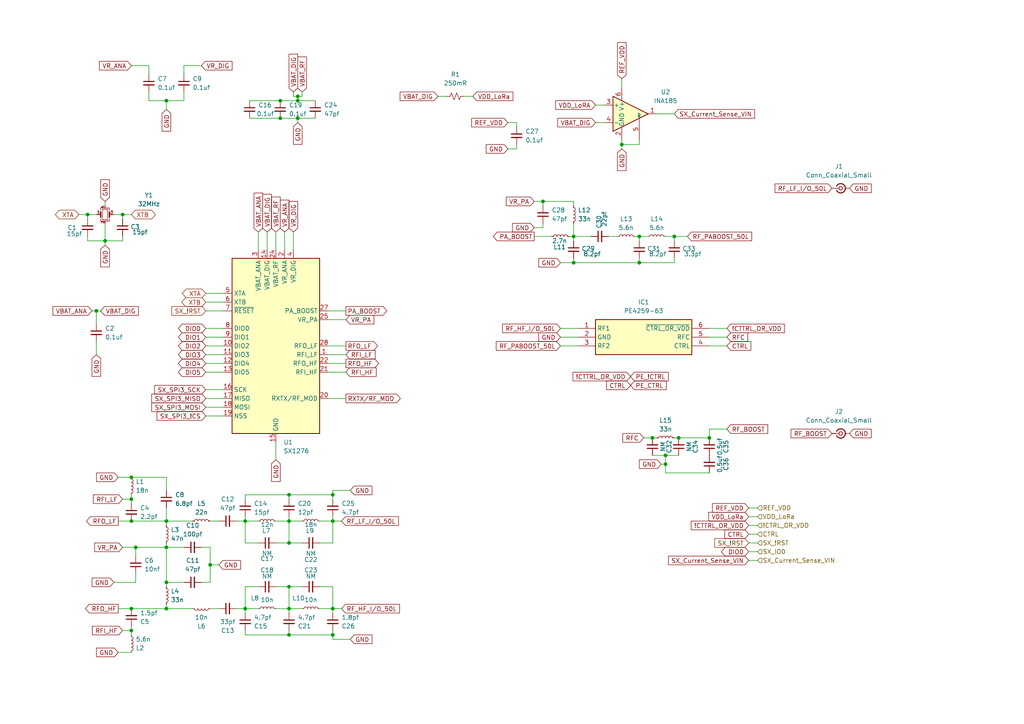
<source format=kicad_sch>
(kicad_sch
	(version 20231120)
	(generator "eeschema")
	(generator_version "8.0")
	(uuid "f7f210ce-405b-4e89-bb81-5d2b171bb03f")
	(paper "A4")
	(lib_symbols
		(symbol "Amplifier_Current:INA185"
			(pin_names
				(offset 0.127)
			)
			(exclude_from_sim no)
			(in_bom yes)
			(on_board yes)
			(property "Reference" "U"
				(at 3.81 3.81 0)
				(effects
					(font
						(size 1.27 1.27)
					)
					(justify left)
				)
			)
			(property "Value" "INA185"
				(at 3.81 -2.54 0)
				(effects
					(font
						(size 1.27 1.27)
					)
					(justify left)
				)
			)
			(property "Footprint" "Package_TO_SOT_SMD:SOT-563"
				(at 1.27 1.27 0)
				(effects
					(font
						(size 1.27 1.27)
					)
					(hide yes)
				)
			)
			(property "Datasheet" "https://www.ti.com/lit/ds/symlink/ina185.pdf"
				(at 3.81 3.81 0)
				(effects
					(font
						(size 1.27 1.27)
					)
					(hide yes)
				)
			)
			(property "Description" "Ultra-small, bidirectional, precision low-side and high-side, voltage output current-sense amplifier (SOT-563)"
				(at 0 0 0)
				(effects
					(font
						(size 1.27 1.27)
					)
					(hide yes)
				)
			)
			(property "ki_keywords" "current monitor shunt sensor bidirectional"
				(at 0 0 0)
				(effects
					(font
						(size 1.27 1.27)
					)
					(hide yes)
				)
			)
			(property "ki_fp_filters" "SOT*563*"
				(at 0 0 0)
				(effects
					(font
						(size 1.27 1.27)
					)
					(hide yes)
				)
			)
			(symbol "INA185_0_1"
				(polyline
					(pts
						(xy 5.08 0) (xy -5.08 5.08) (xy -5.08 -5.08) (xy 5.08 0)
					)
					(stroke
						(width 0.254)
						(type default)
					)
					(fill
						(type background)
					)
				)
			)
			(symbol "INA185_1_1"
				(pin output line
					(at 7.62 0 180)
					(length 2.54)
					(name "~"
						(effects
							(font
								(size 1.27 1.27)
							)
						)
					)
					(number "1"
						(effects
							(font
								(size 1.27 1.27)
							)
						)
					)
				)
				(pin power_in line
					(at -2.54 -7.62 90)
					(length 3.81)
					(name "GND"
						(effects
							(font
								(size 1.27 1.27)
							)
						)
					)
					(number "2"
						(effects
							(font
								(size 1.27 1.27)
							)
						)
					)
				)
				(pin input line
					(at -7.62 2.54 0)
					(length 2.54)
					(name "+"
						(effects
							(font
								(size 1.27 1.27)
							)
						)
					)
					(number "3"
						(effects
							(font
								(size 1.27 1.27)
							)
						)
					)
				)
				(pin input line
					(at -7.62 -2.54 0)
					(length 2.54)
					(name "-"
						(effects
							(font
								(size 1.27 1.27)
							)
						)
					)
					(number "4"
						(effects
							(font
								(size 1.27 1.27)
							)
						)
					)
				)
				(pin input line
					(at 2.54 -7.62 90)
					(length 6.35)
					(name "REF"
						(effects
							(font
								(size 0.508 0.508)
							)
						)
					)
					(number "5"
						(effects
							(font
								(size 1.27 1.27)
							)
						)
					)
				)
				(pin power_in line
					(at -2.54 7.62 270)
					(length 3.81)
					(name "V+"
						(effects
							(font
								(size 1.27 1.27)
							)
						)
					)
					(number "6"
						(effects
							(font
								(size 1.27 1.27)
							)
						)
					)
				)
			)
		)
		(symbol "Connector:Conn_Coaxial_Small"
			(pin_numbers hide)
			(pin_names
				(offset 1.016) hide)
			(exclude_from_sim no)
			(in_bom yes)
			(on_board yes)
			(property "Reference" "J"
				(at 0.254 3.048 0)
				(effects
					(font
						(size 1.27 1.27)
					)
				)
			)
			(property "Value" "Conn_Coaxial_Small"
				(at 0 -3.81 0)
				(effects
					(font
						(size 1.27 1.27)
					)
				)
			)
			(property "Footprint" ""
				(at 0 0 0)
				(effects
					(font
						(size 1.27 1.27)
					)
					(hide yes)
				)
			)
			(property "Datasheet" "~"
				(at 0 0 0)
				(effects
					(font
						(size 1.27 1.27)
					)
					(hide yes)
				)
			)
			(property "Description" "small coaxial connector (BNC, SMA, SMB, SMC, Cinch/RCA, LEMO, ...)"
				(at 0 0 0)
				(effects
					(font
						(size 1.27 1.27)
					)
					(hide yes)
				)
			)
			(property "ki_keywords" "BNC SMA SMB SMC LEMO coaxial connector CINCH RCA MCX MMCX U.FL UMRF"
				(at 0 0 0)
				(effects
					(font
						(size 1.27 1.27)
					)
					(hide yes)
				)
			)
			(property "ki_fp_filters" "*BNC* *SMA* *SMB* *SMC* *Cinch* *LEMO* *UMRF* *MCX* *U.FL*"
				(at 0 0 0)
				(effects
					(font
						(size 1.27 1.27)
					)
					(hide yes)
				)
			)
			(symbol "Conn_Coaxial_Small_0_1"
				(polyline
					(pts
						(xy -2.54 0) (xy -0.508 0)
					)
					(stroke
						(width 0)
						(type default)
					)
					(fill
						(type none)
					)
				)
				(circle
					(center 0 0)
					(radius 0.508)
					(stroke
						(width 0.2032)
						(type default)
					)
					(fill
						(type none)
					)
				)
			)
			(symbol "Conn_Coaxial_Small_1_1"
				(arc
					(start -1.1916 -0.6311)
					(mid 0.327 -1.3081)
					(end 1.3484 0.0039)
					(stroke
						(width 0.3048)
						(type default)
					)
					(fill
						(type none)
					)
				)
				(arc
					(start 1.3484 -0.0039)
					(mid 0.327 1.3081)
					(end -1.1916 0.6311)
					(stroke
						(width 0.3048)
						(type default)
					)
					(fill
						(type none)
					)
				)
				(pin passive line
					(at -2.54 0 0)
					(length 1.27)
					(name "In"
						(effects
							(font
								(size 1.27 1.27)
							)
						)
					)
					(number "1"
						(effects
							(font
								(size 1.27 1.27)
							)
						)
					)
				)
				(pin passive line
					(at 2.54 0 180)
					(length 1.27)
					(name "Ext"
						(effects
							(font
								(size 1.27 1.27)
							)
						)
					)
					(number "2"
						(effects
							(font
								(size 1.27 1.27)
							)
						)
					)
				)
			)
		)
		(symbol "Device:C_Small"
			(pin_numbers hide)
			(pin_names
				(offset 0.254) hide)
			(exclude_from_sim no)
			(in_bom yes)
			(on_board yes)
			(property "Reference" "C"
				(at 0.254 1.778 0)
				(effects
					(font
						(size 1.27 1.27)
					)
					(justify left)
				)
			)
			(property "Value" "C_Small"
				(at 0.254 -2.032 0)
				(effects
					(font
						(size 1.27 1.27)
					)
					(justify left)
				)
			)
			(property "Footprint" ""
				(at 0 0 0)
				(effects
					(font
						(size 1.27 1.27)
					)
					(hide yes)
				)
			)
			(property "Datasheet" "~"
				(at 0 0 0)
				(effects
					(font
						(size 1.27 1.27)
					)
					(hide yes)
				)
			)
			(property "Description" "Unpolarized capacitor, small symbol"
				(at 0 0 0)
				(effects
					(font
						(size 1.27 1.27)
					)
					(hide yes)
				)
			)
			(property "ki_keywords" "capacitor cap"
				(at 0 0 0)
				(effects
					(font
						(size 1.27 1.27)
					)
					(hide yes)
				)
			)
			(property "ki_fp_filters" "C_*"
				(at 0 0 0)
				(effects
					(font
						(size 1.27 1.27)
					)
					(hide yes)
				)
			)
			(symbol "C_Small_0_1"
				(polyline
					(pts
						(xy -1.524 -0.508) (xy 1.524 -0.508)
					)
					(stroke
						(width 0.3302)
						(type default)
					)
					(fill
						(type none)
					)
				)
				(polyline
					(pts
						(xy -1.524 0.508) (xy 1.524 0.508)
					)
					(stroke
						(width 0.3048)
						(type default)
					)
					(fill
						(type none)
					)
				)
			)
			(symbol "C_Small_1_1"
				(pin passive line
					(at 0 2.54 270)
					(length 2.032)
					(name "~"
						(effects
							(font
								(size 1.27 1.27)
							)
						)
					)
					(number "1"
						(effects
							(font
								(size 1.27 1.27)
							)
						)
					)
				)
				(pin passive line
					(at 0 -2.54 90)
					(length 2.032)
					(name "~"
						(effects
							(font
								(size 1.27 1.27)
							)
						)
					)
					(number "2"
						(effects
							(font
								(size 1.27 1.27)
							)
						)
					)
				)
			)
		)
		(symbol "Device:Crystal_GND24_Small"
			(pin_names
				(offset 1.016) hide)
			(exclude_from_sim no)
			(in_bom yes)
			(on_board yes)
			(property "Reference" "Y"
				(at 1.27 4.445 0)
				(effects
					(font
						(size 1.27 1.27)
					)
					(justify left)
				)
			)
			(property "Value" "Crystal_GND24_Small"
				(at 1.27 2.54 0)
				(effects
					(font
						(size 1.27 1.27)
					)
					(justify left)
				)
			)
			(property "Footprint" ""
				(at 0 0 0)
				(effects
					(font
						(size 1.27 1.27)
					)
					(hide yes)
				)
			)
			(property "Datasheet" "~"
				(at 0 0 0)
				(effects
					(font
						(size 1.27 1.27)
					)
					(hide yes)
				)
			)
			(property "Description" "Four pin crystal, GND on pins 2 and 4, small symbol"
				(at 0 0 0)
				(effects
					(font
						(size 1.27 1.27)
					)
					(hide yes)
				)
			)
			(property "ki_keywords" "quartz ceramic resonator oscillator"
				(at 0 0 0)
				(effects
					(font
						(size 1.27 1.27)
					)
					(hide yes)
				)
			)
			(property "ki_fp_filters" "Crystal*"
				(at 0 0 0)
				(effects
					(font
						(size 1.27 1.27)
					)
					(hide yes)
				)
			)
			(symbol "Crystal_GND24_Small_0_1"
				(rectangle
					(start -0.762 -1.524)
					(end 0.762 1.524)
					(stroke
						(width 0)
						(type default)
					)
					(fill
						(type none)
					)
				)
				(polyline
					(pts
						(xy -1.27 -0.762) (xy -1.27 0.762)
					)
					(stroke
						(width 0.381)
						(type default)
					)
					(fill
						(type none)
					)
				)
				(polyline
					(pts
						(xy 1.27 -0.762) (xy 1.27 0.762)
					)
					(stroke
						(width 0.381)
						(type default)
					)
					(fill
						(type none)
					)
				)
				(polyline
					(pts
						(xy -1.27 -1.27) (xy -1.27 -1.905) (xy 1.27 -1.905) (xy 1.27 -1.27)
					)
					(stroke
						(width 0)
						(type default)
					)
					(fill
						(type none)
					)
				)
				(polyline
					(pts
						(xy -1.27 1.27) (xy -1.27 1.905) (xy 1.27 1.905) (xy 1.27 1.27)
					)
					(stroke
						(width 0)
						(type default)
					)
					(fill
						(type none)
					)
				)
			)
			(symbol "Crystal_GND24_Small_1_1"
				(pin passive line
					(at -2.54 0 0)
					(length 1.27)
					(name "1"
						(effects
							(font
								(size 1.27 1.27)
							)
						)
					)
					(number "1"
						(effects
							(font
								(size 0.762 0.762)
							)
						)
					)
				)
				(pin passive line
					(at 0 -2.54 90)
					(length 0.635)
					(name "2"
						(effects
							(font
								(size 1.27 1.27)
							)
						)
					)
					(number "2"
						(effects
							(font
								(size 0.762 0.762)
							)
						)
					)
				)
				(pin passive line
					(at 2.54 0 180)
					(length 1.27)
					(name "3"
						(effects
							(font
								(size 1.27 1.27)
							)
						)
					)
					(number "3"
						(effects
							(font
								(size 0.762 0.762)
							)
						)
					)
				)
				(pin passive line
					(at 0 2.54 270)
					(length 0.635)
					(name "4"
						(effects
							(font
								(size 1.27 1.27)
							)
						)
					)
					(number "4"
						(effects
							(font
								(size 0.762 0.762)
							)
						)
					)
				)
			)
		)
		(symbol "Device:L_Small"
			(pin_numbers hide)
			(pin_names
				(offset 0.254) hide)
			(exclude_from_sim no)
			(in_bom yes)
			(on_board yes)
			(property "Reference" "L"
				(at 0.762 1.016 0)
				(effects
					(font
						(size 1.27 1.27)
					)
					(justify left)
				)
			)
			(property "Value" "L_Small"
				(at 0.762 -1.016 0)
				(effects
					(font
						(size 1.27 1.27)
					)
					(justify left)
				)
			)
			(property "Footprint" ""
				(at 0 0 0)
				(effects
					(font
						(size 1.27 1.27)
					)
					(hide yes)
				)
			)
			(property "Datasheet" "~"
				(at 0 0 0)
				(effects
					(font
						(size 1.27 1.27)
					)
					(hide yes)
				)
			)
			(property "Description" "Inductor, small symbol"
				(at 0 0 0)
				(effects
					(font
						(size 1.27 1.27)
					)
					(hide yes)
				)
			)
			(property "ki_keywords" "inductor choke coil reactor magnetic"
				(at 0 0 0)
				(effects
					(font
						(size 1.27 1.27)
					)
					(hide yes)
				)
			)
			(property "ki_fp_filters" "Choke_* *Coil* Inductor_* L_*"
				(at 0 0 0)
				(effects
					(font
						(size 1.27 1.27)
					)
					(hide yes)
				)
			)
			(symbol "L_Small_0_1"
				(arc
					(start 0 -2.032)
					(mid 0.5058 -1.524)
					(end 0 -1.016)
					(stroke
						(width 0)
						(type default)
					)
					(fill
						(type none)
					)
				)
				(arc
					(start 0 -1.016)
					(mid 0.5058 -0.508)
					(end 0 0)
					(stroke
						(width 0)
						(type default)
					)
					(fill
						(type none)
					)
				)
				(arc
					(start 0 0)
					(mid 0.5058 0.508)
					(end 0 1.016)
					(stroke
						(width 0)
						(type default)
					)
					(fill
						(type none)
					)
				)
				(arc
					(start 0 1.016)
					(mid 0.5058 1.524)
					(end 0 2.032)
					(stroke
						(width 0)
						(type default)
					)
					(fill
						(type none)
					)
				)
			)
			(symbol "L_Small_1_1"
				(pin passive line
					(at 0 2.54 270)
					(length 0.508)
					(name "~"
						(effects
							(font
								(size 1.27 1.27)
							)
						)
					)
					(number "1"
						(effects
							(font
								(size 1.27 1.27)
							)
						)
					)
				)
				(pin passive line
					(at 0 -2.54 90)
					(length 0.508)
					(name "~"
						(effects
							(font
								(size 1.27 1.27)
							)
						)
					)
					(number "2"
						(effects
							(font
								(size 1.27 1.27)
							)
						)
					)
				)
			)
		)
		(symbol "Device:R_Small_US"
			(pin_numbers hide)
			(pin_names
				(offset 0.254) hide)
			(exclude_from_sim no)
			(in_bom yes)
			(on_board yes)
			(property "Reference" "R"
				(at 0.762 0.508 0)
				(effects
					(font
						(size 1.27 1.27)
					)
					(justify left)
				)
			)
			(property "Value" "R_Small_US"
				(at 0.762 -1.016 0)
				(effects
					(font
						(size 1.27 1.27)
					)
					(justify left)
				)
			)
			(property "Footprint" ""
				(at 0 0 0)
				(effects
					(font
						(size 1.27 1.27)
					)
					(hide yes)
				)
			)
			(property "Datasheet" "~"
				(at 0 0 0)
				(effects
					(font
						(size 1.27 1.27)
					)
					(hide yes)
				)
			)
			(property "Description" "Resistor, small US symbol"
				(at 0 0 0)
				(effects
					(font
						(size 1.27 1.27)
					)
					(hide yes)
				)
			)
			(property "ki_keywords" "r resistor"
				(at 0 0 0)
				(effects
					(font
						(size 1.27 1.27)
					)
					(hide yes)
				)
			)
			(property "ki_fp_filters" "R_*"
				(at 0 0 0)
				(effects
					(font
						(size 1.27 1.27)
					)
					(hide yes)
				)
			)
			(symbol "R_Small_US_1_1"
				(polyline
					(pts
						(xy 0 0) (xy 1.016 -0.381) (xy 0 -0.762) (xy -1.016 -1.143) (xy 0 -1.524)
					)
					(stroke
						(width 0)
						(type default)
					)
					(fill
						(type none)
					)
				)
				(polyline
					(pts
						(xy 0 1.524) (xy 1.016 1.143) (xy 0 0.762) (xy -1.016 0.381) (xy 0 0)
					)
					(stroke
						(width 0)
						(type default)
					)
					(fill
						(type none)
					)
				)
				(pin passive line
					(at 0 2.54 270)
					(length 1.016)
					(name "~"
						(effects
							(font
								(size 1.27 1.27)
							)
						)
					)
					(number "1"
						(effects
							(font
								(size 1.27 1.27)
							)
						)
					)
				)
				(pin passive line
					(at 0 -2.54 90)
					(length 1.016)
					(name "~"
						(effects
							(font
								(size 1.27 1.27)
							)
						)
					)
					(number "2"
						(effects
							(font
								(size 1.27 1.27)
							)
						)
					)
				)
			)
		)
		(symbol "PE4259-63:PE4259-63"
			(exclude_from_sim no)
			(in_bom yes)
			(on_board yes)
			(property "Reference" "IC"
				(at 34.29 7.62 0)
				(effects
					(font
						(size 1.27 1.27)
					)
					(justify left top)
				)
			)
			(property "Value" "PE4259-63"
				(at 34.29 5.08 0)
				(effects
					(font
						(size 1.27 1.27)
					)
					(justify left top)
				)
			)
			(property "Footprint" "SOT65P210X110-6N"
				(at 34.29 -94.92 0)
				(effects
					(font
						(size 1.27 1.27)
					)
					(justify left top)
					(hide yes)
				)
			)
			(property "Datasheet" "https://www.psemi.com/pdf/datasheets/pe4259ds.pdf"
				(at 34.29 -194.92 0)
				(effects
					(font
						(size 1.27 1.27)
					)
					(justify left top)
					(hide yes)
				)
			)
			(property "Description" "SPDT High Power UltraCMOS 10 MHz3.0 GHz RF Switch"
				(at 0 0 0)
				(effects
					(font
						(size 1.27 1.27)
					)
					(hide yes)
				)
			)
			(property "Height" "1.1"
				(at 34.29 -394.92 0)
				(effects
					(font
						(size 1.27 1.27)
					)
					(justify left top)
					(hide yes)
				)
			)
			(property "Manufacturer_Name" "Peregrine Semiconductor"
				(at 34.29 -494.92 0)
				(effects
					(font
						(size 1.27 1.27)
					)
					(justify left top)
					(hide yes)
				)
			)
			(property "Manufacturer_Part_Number" "PE4259-63"
				(at 34.29 -594.92 0)
				(effects
					(font
						(size 1.27 1.27)
					)
					(justify left top)
					(hide yes)
				)
			)
			(property "Mouser Part Number" ""
				(at 34.29 -694.92 0)
				(effects
					(font
						(size 1.27 1.27)
					)
					(justify left top)
					(hide yes)
				)
			)
			(property "Mouser Price/Stock" ""
				(at 34.29 -794.92 0)
				(effects
					(font
						(size 1.27 1.27)
					)
					(justify left top)
					(hide yes)
				)
			)
			(property "Arrow Part Number" ""
				(at 34.29 -894.92 0)
				(effects
					(font
						(size 1.27 1.27)
					)
					(justify left top)
					(hide yes)
				)
			)
			(property "Arrow Price/Stock" ""
				(at 34.29 -994.92 0)
				(effects
					(font
						(size 1.27 1.27)
					)
					(justify left top)
					(hide yes)
				)
			)
			(symbol "PE4259-63_1_1"
				(rectangle
					(start 5.08 2.54)
					(end 33.02 -7.62)
					(stroke
						(width 0.254)
						(type default)
					)
					(fill
						(type background)
					)
				)
				(pin passive line
					(at 0 0 0)
					(length 5.08)
					(name "RF1"
						(effects
							(font
								(size 1.27 1.27)
							)
						)
					)
					(number "1"
						(effects
							(font
								(size 1.27 1.27)
							)
						)
					)
				)
				(pin passive line
					(at 0 -2.54 0)
					(length 5.08)
					(name "GND"
						(effects
							(font
								(size 1.27 1.27)
							)
						)
					)
					(number "2"
						(effects
							(font
								(size 1.27 1.27)
							)
						)
					)
				)
				(pin passive line
					(at 0 -5.08 0)
					(length 5.08)
					(name "RF2"
						(effects
							(font
								(size 1.27 1.27)
							)
						)
					)
					(number "3"
						(effects
							(font
								(size 1.27 1.27)
							)
						)
					)
				)
				(pin passive line
					(at 38.1 -5.08 180)
					(length 5.08)
					(name "CTRL"
						(effects
							(font
								(size 1.27 1.27)
							)
						)
					)
					(number "4"
						(effects
							(font
								(size 1.27 1.27)
							)
						)
					)
				)
				(pin passive line
					(at 38.1 -2.54 180)
					(length 5.08)
					(name "RFC"
						(effects
							(font
								(size 1.27 1.27)
							)
						)
					)
					(number "5"
						(effects
							(font
								(size 1.27 1.27)
							)
						)
					)
				)
				(pin passive line
					(at 38.1 0 180)
					(length 5.08)
					(name "~{CTRL_OR_VDD}"
						(effects
							(font
								(size 1.27 1.27)
							)
						)
					)
					(number "6"
						(effects
							(font
								(size 1.27 1.27)
							)
						)
					)
				)
			)
		)
		(symbol "RF:SX1276"
			(exclude_from_sim no)
			(in_bom yes)
			(on_board yes)
			(property "Reference" "U"
				(at 13.97 24.13 0)
				(effects
					(font
						(size 1.27 1.27)
					)
					(justify left)
				)
			)
			(property "Value" "SX1276"
				(at 13.97 21.59 0)
				(effects
					(font
						(size 1.27 1.27)
					)
					(justify left)
				)
			)
			(property "Footprint" "Package_DFN_QFN:QFN-28-1EP_6x6mm_P0.65mm_EP4.8x4.8mm"
				(at 0 -7.62 0)
				(effects
					(font
						(size 1.27 1.27)
					)
					(hide yes)
				)
			)
			(property "Datasheet" "https://semtech.my.salesforce.com/sfc/p/#E0000000JelG/a/2R0000001Rbr/6EfVZUorrpoKFfvaF_Fkpgp5kzjiNyiAbqcpqh9qSjE"
				(at 0 -5.08 0)
				(effects
					(font
						(size 1.27 1.27)
					)
					(hide yes)
				)
			)
			(property "Description" "137 MHz to 1020 MHz Low Power Long Range Transceiver, spreading factor from 6 to 12, LoRA, QFN-28"
				(at 0 0 0)
				(effects
					(font
						(size 1.27 1.27)
					)
					(hide yes)
				)
			)
			(property "ki_keywords" "low-power lora transceiver"
				(at 0 0 0)
				(effects
					(font
						(size 1.27 1.27)
					)
					(hide yes)
				)
			)
			(property "ki_fp_filters" "QFN*1EP*6x6mm*P0.65mm*"
				(at 0 0 0)
				(effects
					(font
						(size 1.27 1.27)
					)
					(hide yes)
				)
			)
			(symbol "SX1276_0_1"
				(rectangle
					(start -12.7 25.4)
					(end 12.7 -25.4)
					(stroke
						(width 0.254)
						(type default)
					)
					(fill
						(type background)
					)
				)
			)
			(symbol "SX1276_1_1"
				(pin input line
					(at 15.24 -2.54 180)
					(length 2.54)
					(name "RFI_LF"
						(effects
							(font
								(size 1.27 1.27)
							)
						)
					)
					(number "1"
						(effects
							(font
								(size 1.27 1.27)
							)
						)
					)
				)
				(pin bidirectional line
					(at -15.24 0 0)
					(length 2.54)
					(name "DIO2"
						(effects
							(font
								(size 1.27 1.27)
							)
						)
					)
					(number "10"
						(effects
							(font
								(size 1.27 1.27)
							)
						)
					)
				)
				(pin bidirectional line
					(at -15.24 -2.54 0)
					(length 2.54)
					(name "DIO3"
						(effects
							(font
								(size 1.27 1.27)
							)
						)
					)
					(number "11"
						(effects
							(font
								(size 1.27 1.27)
							)
						)
					)
				)
				(pin bidirectional line
					(at -15.24 -5.08 0)
					(length 2.54)
					(name "DIO4"
						(effects
							(font
								(size 1.27 1.27)
							)
						)
					)
					(number "12"
						(effects
							(font
								(size 1.27 1.27)
							)
						)
					)
				)
				(pin bidirectional line
					(at -15.24 -7.62 0)
					(length 2.54)
					(name "DIO5"
						(effects
							(font
								(size 1.27 1.27)
							)
						)
					)
					(number "13"
						(effects
							(font
								(size 1.27 1.27)
							)
						)
					)
				)
				(pin power_in line
					(at -2.54 27.94 270)
					(length 2.54)
					(name "VBAT_DIG"
						(effects
							(font
								(size 1.27 1.27)
							)
						)
					)
					(number "14"
						(effects
							(font
								(size 1.27 1.27)
							)
						)
					)
				)
				(pin power_in line
					(at 0 -27.94 90)
					(length 2.54)
					(name "GND"
						(effects
							(font
								(size 1.27 1.27)
							)
						)
					)
					(number "15"
						(effects
							(font
								(size 1.27 1.27)
							)
						)
					)
				)
				(pin input line
					(at -15.24 -12.7 0)
					(length 2.54)
					(name "SCK"
						(effects
							(font
								(size 1.27 1.27)
							)
						)
					)
					(number "16"
						(effects
							(font
								(size 1.27 1.27)
							)
						)
					)
				)
				(pin output line
					(at -15.24 -15.24 0)
					(length 2.54)
					(name "MISO"
						(effects
							(font
								(size 1.27 1.27)
							)
						)
					)
					(number "17"
						(effects
							(font
								(size 1.27 1.27)
							)
						)
					)
				)
				(pin input line
					(at -15.24 -17.78 0)
					(length 2.54)
					(name "MOSI"
						(effects
							(font
								(size 1.27 1.27)
							)
						)
					)
					(number "18"
						(effects
							(font
								(size 1.27 1.27)
							)
						)
					)
				)
				(pin input line
					(at -15.24 -20.32 0)
					(length 2.54)
					(name "NSS"
						(effects
							(font
								(size 1.27 1.27)
							)
						)
					)
					(number "19"
						(effects
							(font
								(size 1.27 1.27)
							)
						)
					)
				)
				(pin power_in line
					(at 2.54 27.94 270)
					(length 2.54)
					(name "VR_ANA"
						(effects
							(font
								(size 1.27 1.27)
							)
						)
					)
					(number "2"
						(effects
							(font
								(size 1.27 1.27)
							)
						)
					)
				)
				(pin output line
					(at 15.24 -15.24 180)
					(length 2.54)
					(name "RXTX/RF_MOD"
						(effects
							(font
								(size 1.27 1.27)
							)
						)
					)
					(number "20"
						(effects
							(font
								(size 1.27 1.27)
							)
						)
					)
				)
				(pin input line
					(at 15.24 -7.62 180)
					(length 2.54)
					(name "RFI_HF"
						(effects
							(font
								(size 1.27 1.27)
							)
						)
					)
					(number "21"
						(effects
							(font
								(size 1.27 1.27)
							)
						)
					)
				)
				(pin output line
					(at 15.24 -5.08 180)
					(length 2.54)
					(name "RFO_HF"
						(effects
							(font
								(size 1.27 1.27)
							)
						)
					)
					(number "22"
						(effects
							(font
								(size 1.27 1.27)
							)
						)
					)
				)
				(pin passive line
					(at 0 -27.94 90)
					(length 2.54) hide
					(name "GND"
						(effects
							(font
								(size 1.27 1.27)
							)
						)
					)
					(number "23"
						(effects
							(font
								(size 1.27 1.27)
							)
						)
					)
				)
				(pin power_in line
					(at 0 27.94 270)
					(length 2.54)
					(name "VBAT_RF"
						(effects
							(font
								(size 1.27 1.27)
							)
						)
					)
					(number "24"
						(effects
							(font
								(size 1.27 1.27)
							)
						)
					)
				)
				(pin power_out line
					(at 15.24 7.62 180)
					(length 2.54)
					(name "VR_PA"
						(effects
							(font
								(size 1.27 1.27)
							)
						)
					)
					(number "25"
						(effects
							(font
								(size 1.27 1.27)
							)
						)
					)
				)
				(pin passive line
					(at 0 -27.94 90)
					(length 2.54) hide
					(name "GND"
						(effects
							(font
								(size 1.27 1.27)
							)
						)
					)
					(number "26"
						(effects
							(font
								(size 1.27 1.27)
							)
						)
					)
				)
				(pin power_out line
					(at 15.24 10.16 180)
					(length 2.54)
					(name "PA_BOOST"
						(effects
							(font
								(size 1.27 1.27)
							)
						)
					)
					(number "27"
						(effects
							(font
								(size 1.27 1.27)
							)
						)
					)
				)
				(pin output line
					(at 15.24 0 180)
					(length 2.54)
					(name "RFO_LF"
						(effects
							(font
								(size 1.27 1.27)
							)
						)
					)
					(number "28"
						(effects
							(font
								(size 1.27 1.27)
							)
						)
					)
				)
				(pin passive line
					(at 0 -27.94 90)
					(length 2.54) hide
					(name "GND"
						(effects
							(font
								(size 1.27 1.27)
							)
						)
					)
					(number "29"
						(effects
							(font
								(size 1.27 1.27)
							)
						)
					)
				)
				(pin power_in line
					(at -5.08 27.94 270)
					(length 2.54)
					(name "VBAT_ANA"
						(effects
							(font
								(size 1.27 1.27)
							)
						)
					)
					(number "3"
						(effects
							(font
								(size 1.27 1.27)
							)
						)
					)
				)
				(pin power_in line
					(at 5.08 27.94 270)
					(length 2.54)
					(name "VR_DIG"
						(effects
							(font
								(size 1.27 1.27)
							)
						)
					)
					(number "4"
						(effects
							(font
								(size 1.27 1.27)
							)
						)
					)
				)
				(pin bidirectional line
					(at -15.24 15.24 0)
					(length 2.54)
					(name "XTA"
						(effects
							(font
								(size 1.27 1.27)
							)
						)
					)
					(number "5"
						(effects
							(font
								(size 1.27 1.27)
							)
						)
					)
				)
				(pin bidirectional line
					(at -15.24 12.7 0)
					(length 2.54)
					(name "XTB"
						(effects
							(font
								(size 1.27 1.27)
							)
						)
					)
					(number "6"
						(effects
							(font
								(size 1.27 1.27)
							)
						)
					)
				)
				(pin input line
					(at -15.24 10.16 0)
					(length 2.54)
					(name "~{RESET}"
						(effects
							(font
								(size 1.27 1.27)
							)
						)
					)
					(number "7"
						(effects
							(font
								(size 1.27 1.27)
							)
						)
					)
				)
				(pin bidirectional line
					(at -15.24 5.08 0)
					(length 2.54)
					(name "DIO0"
						(effects
							(font
								(size 1.27 1.27)
							)
						)
					)
					(number "8"
						(effects
							(font
								(size 1.27 1.27)
							)
						)
					)
				)
				(pin bidirectional line
					(at -15.24 2.54 0)
					(length 2.54)
					(name "DIO1"
						(effects
							(font
								(size 1.27 1.27)
							)
						)
					)
					(number "9"
						(effects
							(font
								(size 1.27 1.27)
							)
						)
					)
				)
			)
		)
	)
	(junction
		(at 71.12 151.13)
		(diameter 0)
		(color 0 0 0 0)
		(uuid "02717937-16d3-4f60-85c3-418cdf71c3cf")
	)
	(junction
		(at 48.26 29.21)
		(diameter 0)
		(color 0 0 0 0)
		(uuid "0cff7cf0-393c-4d2c-8d8d-69963b275760")
	)
	(junction
		(at 38.1 176.53)
		(diameter 0)
		(color 0 0 0 0)
		(uuid "15e483af-5792-4ed5-bdf3-0223e1f2d6c7")
	)
	(junction
		(at 83.82 151.13)
		(diameter 0)
		(color 0 0 0 0)
		(uuid "19e967d5-a5ee-4ba4-8be8-0a788def15a3")
	)
	(junction
		(at 38.1 144.78)
		(diameter 0)
		(color 0 0 0 0)
		(uuid "1fb3093c-4e25-4b98-b842-a8da0e95ec2d")
	)
	(junction
		(at 96.52 151.13)
		(diameter 0)
		(color 0 0 0 0)
		(uuid "2107cc09-b74f-45d8-ab7e-865aa917b950")
	)
	(junction
		(at 83.82 176.53)
		(diameter 0)
		(color 0 0 0 0)
		(uuid "268f8b0f-b93d-4f7c-898c-35115e8a9d8e")
	)
	(junction
		(at 38.1 151.13)
		(diameter 0)
		(color 0 0 0 0)
		(uuid "3336ed5b-47f3-47f4-9582-603926cd1bf4")
	)
	(junction
		(at 86.36 29.21)
		(diameter 0)
		(color 0 0 0 0)
		(uuid "37585a22-cbe4-4a20-a3cc-c60407f4902f")
	)
	(junction
		(at 96.52 184.15)
		(diameter 0)
		(color 0 0 0 0)
		(uuid "3b028617-daa1-4775-ac13-6ea7c64d47a3")
	)
	(junction
		(at 193.04 132.08)
		(diameter 0)
		(color 0 0 0 0)
		(uuid "42ad9360-3664-4649-a468-7c667d7ba2db")
	)
	(junction
		(at 86.36 34.29)
		(diameter 0)
		(color 0 0 0 0)
		(uuid "4755754c-0528-446b-a19b-83568b2bb2d0")
	)
	(junction
		(at 38.1 138.43)
		(diameter 0)
		(color 0 0 0 0)
		(uuid "4a77f806-647e-4f26-a06a-48281d2fff8d")
	)
	(junction
		(at 205.74 127)
		(diameter 0)
		(color 0 0 0 0)
		(uuid "50550cb1-1962-43fd-a200-5e8891ad8fd7")
	)
	(junction
		(at 86.36 27.94)
		(diameter 0)
		(color 0 0 0 0)
		(uuid "5190284c-0c60-4646-bd92-631f98763a77")
	)
	(junction
		(at 96.52 176.53)
		(diameter 0)
		(color 0 0 0 0)
		(uuid "5ef8e881-2a61-472b-8cd4-e515f3a9b65a")
	)
	(junction
		(at 25.4 62.23)
		(diameter 0)
		(color 0 0 0 0)
		(uuid "5f401311-a0e6-41db-a06b-c07ca5ebc780")
	)
	(junction
		(at 180.34 41.91)
		(diameter 0)
		(color 0 0 0 0)
		(uuid "607e2c65-5c1a-4be7-836c-15493b908595")
	)
	(junction
		(at 157.48 58.42)
		(diameter 0)
		(color 0 0 0 0)
		(uuid "64c7fbe3-f4e8-4b75-87c2-387d07fc17e0")
	)
	(junction
		(at 83.82 157.48)
		(diameter 0)
		(color 0 0 0 0)
		(uuid "64f7bce7-bebe-4f63-a890-458cc91dd245")
	)
	(junction
		(at 30.48 69.85)
		(diameter 0)
		(color 0 0 0 0)
		(uuid "6ad256ee-334d-4890-afed-48d56950fe38")
	)
	(junction
		(at 81.28 34.29)
		(diameter 0)
		(color 0 0 0 0)
		(uuid "6b3157c5-5e8a-4e09-a96b-91100fc0b2c7")
	)
	(junction
		(at 83.82 143.51)
		(diameter 0)
		(color 0 0 0 0)
		(uuid "6fd10f31-7176-40f8-95c7-de8b12a7174f")
	)
	(junction
		(at 71.12 176.53)
		(diameter 0)
		(color 0 0 0 0)
		(uuid "71287c16-ab35-4c17-9659-e89816319f25")
	)
	(junction
		(at 83.82 170.18)
		(diameter 0)
		(color 0 0 0 0)
		(uuid "72502e3b-f08c-47d0-a0a2-63cdbedcd051")
	)
	(junction
		(at 195.58 68.58)
		(diameter 0)
		(color 0 0 0 0)
		(uuid "7a2f4105-1da5-4b38-9f20-5cf9c182056c")
	)
	(junction
		(at 189.23 127)
		(diameter 0)
		(color 0 0 0 0)
		(uuid "7b0967bb-e398-4dd8-9966-0526251b166e")
	)
	(junction
		(at 60.96 163.83)
		(diameter 0)
		(color 0 0 0 0)
		(uuid "9861b168-0093-4757-8fff-fceffeaa0111")
	)
	(junction
		(at 196.85 127)
		(diameter 0)
		(color 0 0 0 0)
		(uuid "ab773980-44d9-4a3b-9d74-87ed43085ede")
	)
	(junction
		(at 81.28 29.21)
		(diameter 0)
		(color 0 0 0 0)
		(uuid "ad6df625-0c45-4bb5-85f8-9eb0ef2bfd84")
	)
	(junction
		(at 48.26 151.13)
		(diameter 0)
		(color 0 0 0 0)
		(uuid "ae3e1ebd-7e6a-40d3-93ad-807e9cd1f4be")
	)
	(junction
		(at 48.26 176.53)
		(diameter 0)
		(color 0 0 0 0)
		(uuid "b1ae03b7-da06-4ee8-92c1-d8a1a035910a")
	)
	(junction
		(at 48.26 168.91)
		(diameter 0)
		(color 0 0 0 0)
		(uuid "b286dcee-053f-4e42-8529-7dfaa598c929")
	)
	(junction
		(at 39.37 158.75)
		(diameter 0)
		(color 0 0 0 0)
		(uuid "b6b03b20-949e-4f8c-bc4a-fc688fb858f9")
	)
	(junction
		(at 35.56 62.23)
		(diameter 0)
		(color 0 0 0 0)
		(uuid "b87f2a5e-608a-4f21-b92e-0891e3e0f6b6")
	)
	(junction
		(at 27.94 90.17)
		(diameter 0)
		(color 0 0 0 0)
		(uuid "c5a9fe36-284a-4bfd-a067-d20b06d8e6db")
	)
	(junction
		(at 185.42 76.2)
		(diameter 0)
		(color 0 0 0 0)
		(uuid "c6c0e736-cf82-4cfc-9739-06a799399990")
	)
	(junction
		(at 83.82 184.15)
		(diameter 0)
		(color 0 0 0 0)
		(uuid "c73a8645-c14a-4119-954d-f27524816469")
	)
	(junction
		(at 38.1 182.88)
		(diameter 0)
		(color 0 0 0 0)
		(uuid "cc51f915-bc71-4ed3-aef7-940dcbb235dd")
	)
	(junction
		(at 166.37 68.58)
		(diameter 0)
		(color 0 0 0 0)
		(uuid "d01d1521-64b7-47ae-afa0-c26af36f3d26")
	)
	(junction
		(at 193.04 134.62)
		(diameter 0)
		(color 0 0 0 0)
		(uuid "d0841d82-9e79-4a13-8365-fc5fabd21edb")
	)
	(junction
		(at 48.26 158.75)
		(diameter 0)
		(color 0 0 0 0)
		(uuid "d902d91f-f23f-4678-ba1d-15dfd5932714")
	)
	(junction
		(at 185.42 68.58)
		(diameter 0)
		(color 0 0 0 0)
		(uuid "e130962f-cfee-4c5c-adba-15b6f40bb39f")
	)
	(junction
		(at 166.37 76.2)
		(diameter 0)
		(color 0 0 0 0)
		(uuid "f1b5e2b3-de67-4dc4-9d97-2dbe03a0e7a5")
	)
	(junction
		(at 96.52 143.51)
		(diameter 0)
		(color 0 0 0 0)
		(uuid "fe514576-60dd-4a29-a0cf-01eeea78b2f1")
	)
	(wire
		(pts
			(xy 180.34 40.64) (xy 180.34 41.91)
		)
		(stroke
			(width 0)
			(type default)
		)
		(uuid "0098db78-91c0-411c-9e6f-38fd5a7470b2")
	)
	(wire
		(pts
			(xy 96.52 151.13) (xy 99.06 151.13)
		)
		(stroke
			(width 0)
			(type default)
		)
		(uuid "010a4d90-4674-4473-9a66-23964ab641a4")
	)
	(wire
		(pts
			(xy 180.34 22.86) (xy 180.34 25.4)
		)
		(stroke
			(width 0)
			(type default)
		)
		(uuid "0247010f-eb98-4c1b-a802-3795016fc1aa")
	)
	(wire
		(pts
			(xy 205.74 100.33) (xy 210.82 100.33)
		)
		(stroke
			(width 0)
			(type default)
		)
		(uuid "03249b83-739a-4c7f-9cab-680ff64c5467")
	)
	(wire
		(pts
			(xy 154.94 58.42) (xy 157.48 58.42)
		)
		(stroke
			(width 0)
			(type default)
		)
		(uuid "03e47133-f089-4216-a64f-222ad7d8f2fc")
	)
	(wire
		(pts
			(xy 162.56 95.25) (xy 167.64 95.25)
		)
		(stroke
			(width 0)
			(type default)
		)
		(uuid "042a122c-96c9-468e-a38d-1a1b0e1a2d6e")
	)
	(wire
		(pts
			(xy 149.86 43.18) (xy 149.86 41.91)
		)
		(stroke
			(width 0)
			(type default)
		)
		(uuid "059bc93c-318d-4f68-88b2-c2ec7fac8e4a")
	)
	(wire
		(pts
			(xy 83.82 151.13) (xy 83.82 149.86)
		)
		(stroke
			(width 0)
			(type default)
		)
		(uuid "05b87524-aa84-4d59-ae8b-21a1ab827bca")
	)
	(wire
		(pts
			(xy 205.74 97.79) (xy 210.82 97.79)
		)
		(stroke
			(width 0)
			(type default)
		)
		(uuid "06d0717d-d4e3-46e9-a24c-9aeddae2d0e4")
	)
	(wire
		(pts
			(xy 96.52 143.51) (xy 96.52 144.78)
		)
		(stroke
			(width 0)
			(type default)
		)
		(uuid "06ed4bea-d967-4b01-80f6-42825e8b615d")
	)
	(wire
		(pts
			(xy 60.96 151.13) (xy 63.5 151.13)
		)
		(stroke
			(width 0)
			(type default)
		)
		(uuid "08219bf7-5389-4c7a-bcb4-a17800057c40")
	)
	(wire
		(pts
			(xy 48.26 29.21) (xy 48.26 31.75)
		)
		(stroke
			(width 0)
			(type default)
		)
		(uuid "0cfc624e-e132-4c20-940c-d2f326c204d4")
	)
	(wire
		(pts
			(xy 83.82 143.51) (xy 83.82 144.78)
		)
		(stroke
			(width 0)
			(type default)
		)
		(uuid "0d798135-0d54-4511-8b39-9784367f9c6d")
	)
	(wire
		(pts
			(xy 195.58 127) (xy 196.85 127)
		)
		(stroke
			(width 0)
			(type default)
		)
		(uuid "0dfcb4d9-b730-4568-bb75-cfe0ccd44b56")
	)
	(wire
		(pts
			(xy 92.71 151.13) (xy 96.52 151.13)
		)
		(stroke
			(width 0)
			(type default)
		)
		(uuid "0e08662c-b4c8-406c-b9b8-1604eb09c658")
	)
	(wire
		(pts
			(xy 147.32 35.56) (xy 149.86 35.56)
		)
		(stroke
			(width 0)
			(type default)
		)
		(uuid "0ee083d3-0a42-42cf-962f-7a56804d802f")
	)
	(wire
		(pts
			(xy 35.56 144.78) (xy 38.1 144.78)
		)
		(stroke
			(width 0)
			(type default)
		)
		(uuid "0f57c351-514a-489d-a091-be24c45f83d2")
	)
	(wire
		(pts
			(xy 39.37 166.37) (xy 39.37 168.91)
		)
		(stroke
			(width 0)
			(type default)
		)
		(uuid "11b12c57-8909-4334-9219-be7e491b6879")
	)
	(wire
		(pts
			(xy 58.42 168.91) (xy 60.96 168.91)
		)
		(stroke
			(width 0)
			(type default)
		)
		(uuid "1261c57f-3605-47df-9290-968e7f7a1875")
	)
	(wire
		(pts
			(xy 48.26 168.91) (xy 48.26 170.18)
		)
		(stroke
			(width 0)
			(type default)
		)
		(uuid "12bea13e-6f07-4044-b584-003dd40f069f")
	)
	(wire
		(pts
			(xy 35.56 182.88) (xy 38.1 182.88)
		)
		(stroke
			(width 0)
			(type default)
		)
		(uuid "1361aa32-aac8-47bb-9ed9-639895694970")
	)
	(wire
		(pts
			(xy 101.6 185.42) (xy 96.52 185.42)
		)
		(stroke
			(width 0)
			(type default)
		)
		(uuid "13dcb9d7-2c7e-47a9-a4d7-3189451e61f7")
	)
	(wire
		(pts
			(xy 22.86 62.23) (xy 25.4 62.23)
		)
		(stroke
			(width 0)
			(type default)
		)
		(uuid "150315f5-99da-4885-9bb9-8019ce4a7002")
	)
	(wire
		(pts
			(xy 25.4 62.23) (xy 27.94 62.23)
		)
		(stroke
			(width 0)
			(type default)
		)
		(uuid "15b3ed12-c5b5-477b-9589-279bf089f3ac")
	)
	(wire
		(pts
			(xy 95.25 105.41) (xy 100.33 105.41)
		)
		(stroke
			(width 0)
			(type default)
		)
		(uuid "194dafe8-693c-4e9b-90bd-0e0685ded1af")
	)
	(wire
		(pts
			(xy 96.52 142.24) (xy 96.52 143.51)
		)
		(stroke
			(width 0)
			(type default)
		)
		(uuid "1965062f-2a9c-41b8-9673-b283ccefe361")
	)
	(wire
		(pts
			(xy 59.69 113.03) (xy 64.77 113.03)
		)
		(stroke
			(width 0)
			(type default)
		)
		(uuid "19eeb6a7-f7c6-4fc7-9afe-95cab9c1284b")
	)
	(wire
		(pts
			(xy 38.1 143.51) (xy 38.1 144.78)
		)
		(stroke
			(width 0)
			(type default)
		)
		(uuid "20881a61-48e7-4829-9c0a-0e3a99b2c42e")
	)
	(wire
		(pts
			(xy 95.25 115.57) (xy 100.33 115.57)
		)
		(stroke
			(width 0)
			(type default)
		)
		(uuid "2114d872-d6f9-4df0-aa57-e57e7c23df13")
	)
	(wire
		(pts
			(xy 59.69 95.25) (xy 64.77 95.25)
		)
		(stroke
			(width 0)
			(type default)
		)
		(uuid "228eb01b-9498-45b7-b477-1fe804490737")
	)
	(wire
		(pts
			(xy 147.32 43.18) (xy 149.86 43.18)
		)
		(stroke
			(width 0)
			(type default)
		)
		(uuid "2336d77e-f388-4a4b-a375-4368aa876b0a")
	)
	(wire
		(pts
			(xy 96.52 185.42) (xy 96.52 184.15)
		)
		(stroke
			(width 0)
			(type default)
		)
		(uuid "237d44b2-ea48-4da5-9a3a-666a2ab0e8f8")
	)
	(wire
		(pts
			(xy 48.26 176.53) (xy 48.26 175.26)
		)
		(stroke
			(width 0)
			(type default)
		)
		(uuid "23d9c9e9-b80b-40a3-8aad-0be5eb228366")
	)
	(wire
		(pts
			(xy 43.18 26.67) (xy 43.18 29.21)
		)
		(stroke
			(width 0)
			(type default)
		)
		(uuid "24280192-4064-4e25-ac86-cd915df6992f")
	)
	(wire
		(pts
			(xy 162.56 100.33) (xy 167.64 100.33)
		)
		(stroke
			(width 0)
			(type default)
		)
		(uuid "265dc2f1-d9ff-454a-b035-0b320c6453b7")
	)
	(wire
		(pts
			(xy 86.36 27.94) (xy 87.63 27.94)
		)
		(stroke
			(width 0)
			(type default)
		)
		(uuid "2851a788-c093-4378-8aa4-5ae1628591a3")
	)
	(wire
		(pts
			(xy 48.26 29.21) (xy 53.34 29.21)
		)
		(stroke
			(width 0)
			(type default)
		)
		(uuid "299dddce-c71b-4b0b-9636-161bfa22e1ef")
	)
	(wire
		(pts
			(xy 205.74 95.25) (xy 210.82 95.25)
		)
		(stroke
			(width 0)
			(type default)
		)
		(uuid "2e1a839c-d783-4fc5-aed9-3e84d0b400f0")
	)
	(wire
		(pts
			(xy 180.34 41.91) (xy 185.42 41.91)
		)
		(stroke
			(width 0)
			(type default)
		)
		(uuid "2f144877-0144-4a95-a74a-f415f899ab9c")
	)
	(wire
		(pts
			(xy 72.39 29.21) (xy 81.28 29.21)
		)
		(stroke
			(width 0)
			(type default)
		)
		(uuid "2faed926-64dc-40da-9f26-a8afe1ce394c")
	)
	(wire
		(pts
			(xy 33.02 168.91) (xy 39.37 168.91)
		)
		(stroke
			(width 0)
			(type default)
		)
		(uuid "3090f7f2-e961-4032-9c43-934f2b2554d8")
	)
	(wire
		(pts
			(xy 72.39 34.29) (xy 81.28 34.29)
		)
		(stroke
			(width 0)
			(type default)
		)
		(uuid "3157f0e3-4148-44b9-ba99-5ef3e375308a")
	)
	(wire
		(pts
			(xy 59.69 90.17) (xy 64.77 90.17)
		)
		(stroke
			(width 0)
			(type default)
		)
		(uuid "31c9c1d4-c43f-41ce-b8d5-283762b6d5fe")
	)
	(wire
		(pts
			(xy 71.12 176.53) (xy 74.93 176.53)
		)
		(stroke
			(width 0)
			(type default)
		)
		(uuid "335a3b92-7ad6-467a-9abf-3f4210cf0ae8")
	)
	(wire
		(pts
			(xy 48.26 158.75) (xy 53.34 158.75)
		)
		(stroke
			(width 0)
			(type default)
		)
		(uuid "33aa5b19-7c77-4142-b76a-162e045d62bb")
	)
	(wire
		(pts
			(xy 166.37 76.2) (xy 185.42 76.2)
		)
		(stroke
			(width 0)
			(type default)
		)
		(uuid "39af3f7c-dd8a-494d-adc0-db2503718d91")
	)
	(wire
		(pts
			(xy 34.29 176.53) (xy 38.1 176.53)
		)
		(stroke
			(width 0)
			(type default)
		)
		(uuid "39edef6c-4d27-41a2-bf6d-aa918d08e03c")
	)
	(wire
		(pts
			(xy 71.12 143.51) (xy 83.82 143.51)
		)
		(stroke
			(width 0)
			(type default)
		)
		(uuid "3b437714-1d92-4c64-bc48-107967575838")
	)
	(wire
		(pts
			(xy 27.94 90.17) (xy 29.21 90.17)
		)
		(stroke
			(width 0)
			(type default)
		)
		(uuid "3b8a284a-bf6a-41be-a202-6d62241d2cd9")
	)
	(wire
		(pts
			(xy 60.96 176.53) (xy 63.5 176.53)
		)
		(stroke
			(width 0)
			(type default)
		)
		(uuid "3d3b43df-3dd3-4718-8509-e1fda88e3be1")
	)
	(wire
		(pts
			(xy 71.12 182.88) (xy 71.12 184.15)
		)
		(stroke
			(width 0)
			(type default)
		)
		(uuid "3d3d9f0b-cb4e-41e1-806b-e515912a22a8")
	)
	(wire
		(pts
			(xy 95.25 90.17) (xy 100.33 90.17)
		)
		(stroke
			(width 0)
			(type default)
		)
		(uuid "3d438ed3-e581-4fd6-9b64-fe189d2e68cf")
	)
	(wire
		(pts
			(xy 48.26 158.75) (xy 48.26 157.48)
		)
		(stroke
			(width 0)
			(type default)
		)
		(uuid "3db980ca-5f9e-449d-948d-d7a954a39dd8")
	)
	(wire
		(pts
			(xy 166.37 68.58) (xy 166.37 69.85)
		)
		(stroke
			(width 0)
			(type default)
		)
		(uuid "3ebca9ec-d56a-4ba4-8007-6f12fdac9ff3")
	)
	(wire
		(pts
			(xy 34.29 189.23) (xy 38.1 189.23)
		)
		(stroke
			(width 0)
			(type default)
		)
		(uuid "3ed8211d-a377-481f-bc0c-1a5609b7f689")
	)
	(wire
		(pts
			(xy 59.69 118.11) (xy 64.77 118.11)
		)
		(stroke
			(width 0)
			(type default)
		)
		(uuid "3f28b713-9d64-4a6f-ae35-f68af915233c")
	)
	(wire
		(pts
			(xy 53.34 21.59) (xy 53.34 19.05)
		)
		(stroke
			(width 0)
			(type default)
		)
		(uuid "4046ccbb-7596-42a7-afda-086702f3b278")
	)
	(wire
		(pts
			(xy 205.74 127) (xy 205.74 124.46)
		)
		(stroke
			(width 0)
			(type default)
		)
		(uuid "40775dc7-ff5b-43c0-82c0-ce18f141ab6a")
	)
	(wire
		(pts
			(xy 71.12 177.8) (xy 71.12 176.53)
		)
		(stroke
			(width 0)
			(type default)
		)
		(uuid "408587f2-b32c-4498-bf70-fc2d83ddf879")
	)
	(wire
		(pts
			(xy 154.94 66.04) (xy 157.48 66.04)
		)
		(stroke
			(width 0)
			(type default)
		)
		(uuid "426188b6-750d-483a-b4f2-8f034758a4b0")
	)
	(wire
		(pts
			(xy 193.04 68.58) (xy 195.58 68.58)
		)
		(stroke
			(width 0)
			(type default)
		)
		(uuid "427f588b-0823-4a5f-a860-27f66710a04d")
	)
	(wire
		(pts
			(xy 48.26 151.13) (xy 55.88 151.13)
		)
		(stroke
			(width 0)
			(type default)
		)
		(uuid "42bf9331-12a1-4989-9006-3ea4c6e0f073")
	)
	(wire
		(pts
			(xy 59.69 97.79) (xy 64.77 97.79)
		)
		(stroke
			(width 0)
			(type default)
		)
		(uuid "435df4be-523f-4dec-8c6b-0732a4e0037f")
	)
	(wire
		(pts
			(xy 165.1 68.58) (xy 166.37 68.58)
		)
		(stroke
			(width 0)
			(type default)
		)
		(uuid "4361646e-4029-4ac0-b37d-d507e23a760f")
	)
	(wire
		(pts
			(xy 157.48 58.42) (xy 166.37 58.42)
		)
		(stroke
			(width 0)
			(type default)
		)
		(uuid "45de1f8e-4565-462d-b4a0-3d624741cd07")
	)
	(wire
		(pts
			(xy 166.37 68.58) (xy 171.45 68.58)
		)
		(stroke
			(width 0)
			(type default)
		)
		(uuid "48892387-72c2-458e-8726-1b26baacce85")
	)
	(wire
		(pts
			(xy 30.48 69.85) (xy 35.56 69.85)
		)
		(stroke
			(width 0)
			(type default)
		)
		(uuid "4a716832-12ca-4d94-b011-6f895e3615c2")
	)
	(wire
		(pts
			(xy 80.01 133.35) (xy 80.01 128.27)
		)
		(stroke
			(width 0)
			(type default)
		)
		(uuid "4ab33802-2792-4ac1-b23f-b9e6fae68fc1")
	)
	(wire
		(pts
			(xy 68.58 176.53) (xy 71.12 176.53)
		)
		(stroke
			(width 0)
			(type default)
		)
		(uuid "4ba33be4-a6fd-40ba-87dc-00d936c8b41f")
	)
	(wire
		(pts
			(xy 83.82 151.13) (xy 87.63 151.13)
		)
		(stroke
			(width 0)
			(type default)
		)
		(uuid "4cfad2b7-c4fc-43ef-a585-d8dfee662a09")
	)
	(wire
		(pts
			(xy 92.71 170.18) (xy 96.52 170.18)
		)
		(stroke
			(width 0)
			(type default)
		)
		(uuid "4d4e8dd4-87d2-4d54-b502-59e6201fbdba")
	)
	(wire
		(pts
			(xy 34.29 138.43) (xy 38.1 138.43)
		)
		(stroke
			(width 0)
			(type default)
		)
		(uuid "4d89163a-c786-4fa8-992b-b68e6fabf19e")
	)
	(wire
		(pts
			(xy 127 27.94) (xy 129.54 27.94)
		)
		(stroke
			(width 0)
			(type default)
		)
		(uuid "4ea5ef8a-bbe5-47d2-930f-3b083f2538c4")
	)
	(wire
		(pts
			(xy 80.01 176.53) (xy 83.82 176.53)
		)
		(stroke
			(width 0)
			(type default)
		)
		(uuid "510a04de-82a9-4e83-ab3d-b4d6bc9ca69d")
	)
	(wire
		(pts
			(xy 154.94 68.58) (xy 160.02 68.58)
		)
		(stroke
			(width 0)
			(type default)
		)
		(uuid "51954161-960c-41fa-bc7d-767f177a5444")
	)
	(wire
		(pts
			(xy 71.12 157.48) (xy 74.93 157.48)
		)
		(stroke
			(width 0)
			(type default)
		)
		(uuid "51b56a82-7dcc-4010-b45d-d35c3dd9354e")
	)
	(wire
		(pts
			(xy 80.01 72.39) (xy 80.01 67.31)
		)
		(stroke
			(width 0)
			(type default)
		)
		(uuid "531ae458-22be-428a-a21a-6c21970cdc4f")
	)
	(wire
		(pts
			(xy 157.48 64.77) (xy 157.48 66.04)
		)
		(stroke
			(width 0)
			(type default)
		)
		(uuid "54600df3-c45a-42e0-a599-9c156593bff4")
	)
	(wire
		(pts
			(xy 80.01 170.18) (xy 83.82 170.18)
		)
		(stroke
			(width 0)
			(type default)
		)
		(uuid "54e0d0da-ffc3-42a5-820d-db422f617fbf")
	)
	(wire
		(pts
			(xy 38.1 144.78) (xy 38.1 146.05)
		)
		(stroke
			(width 0)
			(type default)
		)
		(uuid "559d4b14-ebae-4dd5-a596-42da6496a170")
	)
	(wire
		(pts
			(xy 83.82 176.53) (xy 83.82 177.8)
		)
		(stroke
			(width 0)
			(type default)
		)
		(uuid "57154154-13c1-4cf8-bae4-23c25435220a")
	)
	(wire
		(pts
			(xy 48.26 168.91) (xy 53.34 168.91)
		)
		(stroke
			(width 0)
			(type default)
		)
		(uuid "59d03400-0547-48e0-91c1-37b6301a3d74")
	)
	(wire
		(pts
			(xy 38.1 176.53) (xy 48.26 176.53)
		)
		(stroke
			(width 0)
			(type default)
		)
		(uuid "5bd7efaa-76d2-4d22-9c71-96fa694646a2")
	)
	(wire
		(pts
			(xy 185.42 68.58) (xy 187.96 68.58)
		)
		(stroke
			(width 0)
			(type default)
		)
		(uuid "5c849a41-e87c-4ec3-a637-23c820e703c5")
	)
	(wire
		(pts
			(xy 166.37 74.93) (xy 166.37 76.2)
		)
		(stroke
			(width 0)
			(type default)
		)
		(uuid "5e9ad0e0-726b-478e-9cff-41d13ce9513c")
	)
	(wire
		(pts
			(xy 81.28 29.21) (xy 86.36 29.21)
		)
		(stroke
			(width 0)
			(type default)
		)
		(uuid "5ef17162-c9f3-4412-a38b-519676870147")
	)
	(wire
		(pts
			(xy 217.17 147.32) (xy 219.71 147.32)
		)
		(stroke
			(width 0)
			(type default)
		)
		(uuid "5eff9d7e-335d-4e37-8e95-3edebbc8a695")
	)
	(wire
		(pts
			(xy 30.48 64.77) (xy 30.48 69.85)
		)
		(stroke
			(width 0)
			(type default)
		)
		(uuid "60f90e4b-07a7-4443-8c1f-5d3a810df1f2")
	)
	(wire
		(pts
			(xy 38.1 151.13) (xy 48.26 151.13)
		)
		(stroke
			(width 0)
			(type default)
		)
		(uuid "63b37a4a-819e-432e-ac91-d0c30cc95015")
	)
	(wire
		(pts
			(xy 80.01 151.13) (xy 83.82 151.13)
		)
		(stroke
			(width 0)
			(type default)
		)
		(uuid "64230ced-f37b-4e64-bf54-9ebbf7d2afc1")
	)
	(wire
		(pts
			(xy 185.42 68.58) (xy 185.42 69.85)
		)
		(stroke
			(width 0)
			(type default)
		)
		(uuid "66203886-e8a1-4699-9441-92702d1248a3")
	)
	(wire
		(pts
			(xy 25.4 68.58) (xy 25.4 69.85)
		)
		(stroke
			(width 0)
			(type default)
		)
		(uuid "694b90b5-54f5-41c9-b01e-15c89d269663")
	)
	(wire
		(pts
			(xy 217.17 154.94) (xy 219.71 154.94)
		)
		(stroke
			(width 0)
			(type default)
		)
		(uuid "69bff54d-f86c-4a5c-8b09-a648e525cf47")
	)
	(wire
		(pts
			(xy 53.34 29.21) (xy 53.34 26.67)
		)
		(stroke
			(width 0)
			(type default)
		)
		(uuid "6ec2819f-dcf8-4243-b759-74a52b87342c")
	)
	(wire
		(pts
			(xy 193.04 134.62) (xy 193.04 137.16)
		)
		(stroke
			(width 0)
			(type default)
		)
		(uuid "701e80b7-9791-4fa3-9ae1-252cd0b946b3")
	)
	(wire
		(pts
			(xy 71.12 149.86) (xy 71.12 151.13)
		)
		(stroke
			(width 0)
			(type default)
		)
		(uuid "7769d00e-51f6-4802-b287-03d2f43d2236")
	)
	(wire
		(pts
			(xy 191.77 134.62) (xy 193.04 134.62)
		)
		(stroke
			(width 0)
			(type default)
		)
		(uuid "797ff08a-2b1f-446a-a112-be3cd47bddab")
	)
	(wire
		(pts
			(xy 101.6 142.24) (xy 96.52 142.24)
		)
		(stroke
			(width 0)
			(type default)
		)
		(uuid "7c0a3307-7958-4914-bb2e-143e0fde7674")
	)
	(wire
		(pts
			(xy 172.72 30.48) (xy 175.26 30.48)
		)
		(stroke
			(width 0)
			(type default)
		)
		(uuid "7c135f37-1308-49f9-a68f-810e229fa8a6")
	)
	(wire
		(pts
			(xy 83.82 184.15) (xy 83.82 182.88)
		)
		(stroke
			(width 0)
			(type default)
		)
		(uuid "7e1b3100-f15f-475f-93d2-a0fd47fabb32")
	)
	(wire
		(pts
			(xy 59.69 105.41) (xy 64.77 105.41)
		)
		(stroke
			(width 0)
			(type default)
		)
		(uuid "7fa78ab7-d0a0-4359-bf26-d41a2d173b3b")
	)
	(wire
		(pts
			(xy 186.69 127) (xy 189.23 127)
		)
		(stroke
			(width 0)
			(type default)
		)
		(uuid "817d1a9c-5d12-48b0-9716-b25ed8eec360")
	)
	(wire
		(pts
			(xy 82.55 72.39) (xy 82.55 67.31)
		)
		(stroke
			(width 0)
			(type default)
		)
		(uuid "82ddd76a-1ce1-4354-b842-5792c85cec7a")
	)
	(wire
		(pts
			(xy 71.12 170.18) (xy 74.93 170.18)
		)
		(stroke
			(width 0)
			(type default)
		)
		(uuid "8435952e-be2c-437d-b105-a94da99c976a")
	)
	(wire
		(pts
			(xy 217.17 152.4) (xy 219.71 152.4)
		)
		(stroke
			(width 0)
			(type default)
		)
		(uuid "8645d6d3-211b-4567-812f-088dacfb5c16")
	)
	(wire
		(pts
			(xy 81.28 34.29) (xy 86.36 34.29)
		)
		(stroke
			(width 0)
			(type default)
		)
		(uuid "86efa65c-4d30-4f30-813d-665bccf97ac5")
	)
	(wire
		(pts
			(xy 205.74 124.46) (xy 210.82 124.46)
		)
		(stroke
			(width 0)
			(type default)
		)
		(uuid "875ba267-6c0a-45ba-930d-eaebb32fa128")
	)
	(wire
		(pts
			(xy 166.37 64.77) (xy 166.37 68.58)
		)
		(stroke
			(width 0)
			(type default)
		)
		(uuid "87649391-ddf8-4b51-a3b1-89749a30e35e")
	)
	(wire
		(pts
			(xy 185.42 76.2) (xy 195.58 76.2)
		)
		(stroke
			(width 0)
			(type default)
		)
		(uuid "88a45112-e1ba-4df1-b061-edf77110de6b")
	)
	(wire
		(pts
			(xy 96.52 176.53) (xy 99.06 176.53)
		)
		(stroke
			(width 0)
			(type default)
		)
		(uuid "89882bba-c39d-48cf-b6c3-4fdf74058e16")
	)
	(wire
		(pts
			(xy 59.69 120.65) (xy 64.77 120.65)
		)
		(stroke
			(width 0)
			(type default)
		)
		(uuid "89e64e20-0937-4d9e-813f-f571e70ad498")
	)
	(wire
		(pts
			(xy 85.09 27.94) (xy 86.36 27.94)
		)
		(stroke
			(width 0)
			(type default)
		)
		(uuid "8a1e504b-c3e7-471d-8cd7-b4dba478496b")
	)
	(wire
		(pts
			(xy 134.62 27.94) (xy 137.16 27.94)
		)
		(stroke
			(width 0)
			(type default)
		)
		(uuid "8a58da73-f2de-4fa0-8e12-de60889f407f")
	)
	(wire
		(pts
			(xy 60.96 163.83) (xy 63.5 163.83)
		)
		(stroke
			(width 0)
			(type default)
		)
		(uuid "8c671f4f-934d-4950-aa79-d1292e72872b")
	)
	(wire
		(pts
			(xy 86.36 34.29) (xy 91.44 34.29)
		)
		(stroke
			(width 0)
			(type default)
		)
		(uuid "8d0ca07a-fdef-41ef-8ae5-bf1c78a8fb41")
	)
	(wire
		(pts
			(xy 92.71 176.53) (xy 96.52 176.53)
		)
		(stroke
			(width 0)
			(type default)
		)
		(uuid "8d45454d-414d-481e-adb3-1f5407f31630")
	)
	(wire
		(pts
			(xy 48.26 151.13) (xy 48.26 152.4)
		)
		(stroke
			(width 0)
			(type default)
		)
		(uuid "8dfa55c6-ee34-4035-b389-da313f1192c5")
	)
	(wire
		(pts
			(xy 193.04 137.16) (xy 205.74 137.16)
		)
		(stroke
			(width 0)
			(type default)
		)
		(uuid "8fa635e0-db82-4e4b-b59e-3133e5206091")
	)
	(wire
		(pts
			(xy 185.42 41.91) (xy 185.42 40.64)
		)
		(stroke
			(width 0)
			(type default)
		)
		(uuid "90ed8b9e-1801-4b0c-959b-f487fd7df2b9")
	)
	(wire
		(pts
			(xy 96.52 184.15) (xy 96.52 182.88)
		)
		(stroke
			(width 0)
			(type default)
		)
		(uuid "91a24f72-399d-482f-96f0-9836e54c5933")
	)
	(wire
		(pts
			(xy 38.1 184.15) (xy 38.1 182.88)
		)
		(stroke
			(width 0)
			(type default)
		)
		(uuid "92ffd871-0e94-41a9-a084-2e7b11e29a1b")
	)
	(wire
		(pts
			(xy 217.17 160.02) (xy 219.71 160.02)
		)
		(stroke
			(width 0)
			(type default)
		)
		(uuid "938c3124-bbc7-46ed-abd3-a6a2d94e1d0c")
	)
	(wire
		(pts
			(xy 195.58 68.58) (xy 195.58 69.85)
		)
		(stroke
			(width 0)
			(type default)
		)
		(uuid "94627192-1bbb-4ae3-a599-a75c83be2c59")
	)
	(wire
		(pts
			(xy 33.02 62.23) (xy 35.56 62.23)
		)
		(stroke
			(width 0)
			(type default)
		)
		(uuid "94d2cae3-6adc-4995-a649-855ad5ece857")
	)
	(wire
		(pts
			(xy 60.96 158.75) (xy 60.96 163.83)
		)
		(stroke
			(width 0)
			(type default)
		)
		(uuid "96d9a3ab-71c7-4487-9428-f166939bee6c")
	)
	(wire
		(pts
			(xy 39.37 158.75) (xy 39.37 161.29)
		)
		(stroke
			(width 0)
			(type default)
		)
		(uuid "984fb5bc-cd2a-4771-8374-5a8be0b4cc51")
	)
	(wire
		(pts
			(xy 83.82 157.48) (xy 83.82 151.13)
		)
		(stroke
			(width 0)
			(type default)
		)
		(uuid "99d49587-2a85-46b9-875a-3f137e700a47")
	)
	(wire
		(pts
			(xy 38.1 138.43) (xy 48.26 138.43)
		)
		(stroke
			(width 0)
			(type default)
		)
		(uuid "9ba8e3ab-fc9b-4fe1-87de-7b64af0c0a2b")
	)
	(wire
		(pts
			(xy 96.52 151.13) (xy 96.52 149.86)
		)
		(stroke
			(width 0)
			(type default)
		)
		(uuid "9da04e20-46c0-498f-b37d-ce286da64168")
	)
	(wire
		(pts
			(xy 96.52 176.53) (xy 96.52 170.18)
		)
		(stroke
			(width 0)
			(type default)
		)
		(uuid "9f3a264b-2879-402e-a252-3cd74252c866")
	)
	(wire
		(pts
			(xy 193.04 132.08) (xy 193.04 134.62)
		)
		(stroke
			(width 0)
			(type default)
		)
		(uuid "9fc4ba3a-5fe3-4e36-ac09-47ad235b1e40")
	)
	(wire
		(pts
			(xy 43.18 29.21) (xy 48.26 29.21)
		)
		(stroke
			(width 0)
			(type default)
		)
		(uuid "a06d89b1-0f9e-44f1-ad54-a735ca1b73ab")
	)
	(wire
		(pts
			(xy 71.12 176.53) (xy 71.12 170.18)
		)
		(stroke
			(width 0)
			(type default)
		)
		(uuid "a07622b0-b950-497a-90f6-8d118ecd4440")
	)
	(wire
		(pts
			(xy 27.94 99.06) (xy 27.94 102.87)
		)
		(stroke
			(width 0)
			(type default)
		)
		(uuid "a1cef4c2-40dc-4290-8cdb-736f5da3cb57")
	)
	(wire
		(pts
			(xy 195.58 68.58) (xy 199.39 68.58)
		)
		(stroke
			(width 0)
			(type default)
		)
		(uuid "a2aa3b79-b055-4b83-87d3-47fca8afe844")
	)
	(wire
		(pts
			(xy 162.56 76.2) (xy 166.37 76.2)
		)
		(stroke
			(width 0)
			(type default)
		)
		(uuid "a33080a8-310b-4a3c-83b0-0d8adfc75014")
	)
	(wire
		(pts
			(xy 77.47 72.39) (xy 77.47 67.31)
		)
		(stroke
			(width 0)
			(type default)
		)
		(uuid "a3c14279-4f29-4b97-8e5f-53418825abdc")
	)
	(wire
		(pts
			(xy 71.12 151.13) (xy 71.12 157.48)
		)
		(stroke
			(width 0)
			(type default)
		)
		(uuid "a4bd1d93-01ae-4f3c-adc5-55bce224ccab")
	)
	(wire
		(pts
			(xy 59.69 107.95) (xy 64.77 107.95)
		)
		(stroke
			(width 0)
			(type default)
		)
		(uuid "a4fb1514-3a00-419c-8812-7a9335737ec6")
	)
	(wire
		(pts
			(xy 60.96 163.83) (xy 60.96 168.91)
		)
		(stroke
			(width 0)
			(type default)
		)
		(uuid "a7a017c8-7ef5-4450-8206-6283c4a456cf")
	)
	(wire
		(pts
			(xy 35.56 62.23) (xy 38.1 62.23)
		)
		(stroke
			(width 0)
			(type default)
		)
		(uuid "ab190fc4-9bb0-47b1-accc-55f43d09b504")
	)
	(wire
		(pts
			(xy 71.12 184.15) (xy 83.82 184.15)
		)
		(stroke
			(width 0)
			(type default)
		)
		(uuid "accfb1d7-c677-40cd-8f49-05de1248a6ac")
	)
	(wire
		(pts
			(xy 35.56 62.23) (xy 35.56 63.5)
		)
		(stroke
			(width 0)
			(type default)
		)
		(uuid "b2955e4e-35fd-4948-ae26-f6996851e4a6")
	)
	(wire
		(pts
			(xy 193.04 132.08) (xy 196.85 132.08)
		)
		(stroke
			(width 0)
			(type default)
		)
		(uuid "b2f4a6e7-6012-43c2-90d3-e7420fdb5be6")
	)
	(wire
		(pts
			(xy 83.82 157.48) (xy 87.63 157.48)
		)
		(stroke
			(width 0)
			(type default)
		)
		(uuid "b658fde9-57bf-454b-b6f5-004292939e7b")
	)
	(wire
		(pts
			(xy 38.1 19.05) (xy 43.18 19.05)
		)
		(stroke
			(width 0)
			(type default)
		)
		(uuid "b722a48a-5cb0-4e5d-9a01-e1c57d66b52e")
	)
	(wire
		(pts
			(xy 53.34 19.05) (xy 58.42 19.05)
		)
		(stroke
			(width 0)
			(type default)
		)
		(uuid "b8525358-5468-44bb-9132-3a3e8ca8da85")
	)
	(wire
		(pts
			(xy 83.82 176.53) (xy 87.63 176.53)
		)
		(stroke
			(width 0)
			(type default)
		)
		(uuid "ba09c074-7e5a-4db6-a99a-8451b901f927")
	)
	(wire
		(pts
			(xy 59.69 102.87) (xy 64.77 102.87)
		)
		(stroke
			(width 0)
			(type default)
		)
		(uuid "ba6ed469-e2ba-4872-8b2e-1674e4ff4061")
	)
	(wire
		(pts
			(xy 172.72 35.56) (xy 175.26 35.56)
		)
		(stroke
			(width 0)
			(type default)
		)
		(uuid "bb39d578-de95-44ab-a9a2-3e43961faf41")
	)
	(wire
		(pts
			(xy 85.09 26.67) (xy 85.09 27.94)
		)
		(stroke
			(width 0)
			(type default)
		)
		(uuid "bcbaf25d-3b23-4780-9d37-27915ae60894")
	)
	(wire
		(pts
			(xy 83.82 170.18) (xy 83.82 176.53)
		)
		(stroke
			(width 0)
			(type default)
		)
		(uuid "be68351f-7c06-45d4-91da-656b1db12682")
	)
	(wire
		(pts
			(xy 39.37 158.75) (xy 48.26 158.75)
		)
		(stroke
			(width 0)
			(type default)
		)
		(uuid "c14f13dd-131e-42a0-9ee2-849e85b2187a")
	)
	(wire
		(pts
			(xy 96.52 151.13) (xy 96.52 157.48)
		)
		(stroke
			(width 0)
			(type default)
		)
		(uuid "c2cd2bd1-202b-4955-8ae9-20c0fcebc748")
	)
	(wire
		(pts
			(xy 25.4 69.85) (xy 30.48 69.85)
		)
		(stroke
			(width 0)
			(type default)
		)
		(uuid "c38c5628-0857-42b8-8f59-8b0f32ac9821")
	)
	(wire
		(pts
			(xy 195.58 76.2) (xy 195.58 74.93)
		)
		(stroke
			(width 0)
			(type default)
		)
		(uuid "c5f97572-d61a-4a15-9248-b9ba7bdcab7e")
	)
	(wire
		(pts
			(xy 68.58 151.13) (xy 71.12 151.13)
		)
		(stroke
			(width 0)
			(type default)
		)
		(uuid "c8201b63-d787-4850-9473-df34b13c4b76")
	)
	(wire
		(pts
			(xy 30.48 58.42) (xy 30.48 59.69)
		)
		(stroke
			(width 0)
			(type default)
		)
		(uuid "c8919ee5-be4c-41e7-8e53-105b62b2bc00")
	)
	(wire
		(pts
			(xy 59.69 115.57) (xy 64.77 115.57)
		)
		(stroke
			(width 0)
			(type default)
		)
		(uuid "cb53c0c2-fa0f-4f81-b6c8-388db48b056a")
	)
	(wire
		(pts
			(xy 185.42 74.93) (xy 185.42 76.2)
		)
		(stroke
			(width 0)
			(type default)
		)
		(uuid "ccee33ba-4bb3-4fe5-be36-bf1747e0623b")
	)
	(wire
		(pts
			(xy 217.17 162.56) (xy 219.71 162.56)
		)
		(stroke
			(width 0)
			(type default)
		)
		(uuid "cea82163-cba4-412e-a5c1-ec364b9c07eb")
	)
	(wire
		(pts
			(xy 96.52 176.53) (xy 96.52 177.8)
		)
		(stroke
			(width 0)
			(type default)
		)
		(uuid "d03c6c7e-1805-4d35-94d4-f1f9397e4f26")
	)
	(wire
		(pts
			(xy 27.94 90.17) (xy 27.94 93.98)
		)
		(stroke
			(width 0)
			(type default)
		)
		(uuid "d0d67646-daa4-4b8e-a7d1-e91bf9f2c356")
	)
	(wire
		(pts
			(xy 217.17 157.48) (xy 219.71 157.48)
		)
		(stroke
			(width 0)
			(type default)
		)
		(uuid "d12f2eac-a178-471e-8960-d781ae673ec2")
	)
	(wire
		(pts
			(xy 176.53 68.58) (xy 179.07 68.58)
		)
		(stroke
			(width 0)
			(type default)
		)
		(uuid "d2a2f935-fb45-4c33-aa7c-478a51744205")
	)
	(wire
		(pts
			(xy 86.36 27.94) (xy 86.36 29.21)
		)
		(stroke
			(width 0)
			(type default)
		)
		(uuid "d335bd08-f317-4209-bd13-5f706e556500")
	)
	(wire
		(pts
			(xy 189.23 127) (xy 190.5 127)
		)
		(stroke
			(width 0)
			(type default)
		)
		(uuid "d3f942f9-3b8f-494d-b713-32c341c064e4")
	)
	(wire
		(pts
			(xy 149.86 35.56) (xy 149.86 36.83)
		)
		(stroke
			(width 0)
			(type default)
		)
		(uuid "d57f16ba-6e8d-4c97-9c32-fb7177708b4c")
	)
	(wire
		(pts
			(xy 86.36 35.56) (xy 86.36 34.29)
		)
		(stroke
			(width 0)
			(type default)
		)
		(uuid "d6ae75af-f53d-4e16-bc16-54afab200733")
	)
	(wire
		(pts
			(xy 166.37 58.42) (xy 166.37 59.69)
		)
		(stroke
			(width 0)
			(type default)
		)
		(uuid "d849ba94-2aa8-476f-897e-3c74eeae3a94")
	)
	(wire
		(pts
			(xy 86.36 29.21) (xy 91.44 29.21)
		)
		(stroke
			(width 0)
			(type default)
		)
		(uuid "d97c6657-d5b9-4361-85a9-36e6f68ee92c")
	)
	(wire
		(pts
			(xy 43.18 21.59) (xy 43.18 19.05)
		)
		(stroke
			(width 0)
			(type default)
		)
		(uuid "d99d3a08-f60b-4ea0-818a-f25b5b5f10c9")
	)
	(wire
		(pts
			(xy 196.85 127) (xy 205.74 127)
		)
		(stroke
			(width 0)
			(type default)
		)
		(uuid "da572ab4-532a-4787-8720-6c2499c5f790")
	)
	(wire
		(pts
			(xy 48.26 176.53) (xy 55.88 176.53)
		)
		(stroke
			(width 0)
			(type default)
		)
		(uuid "dab2a4c3-6dbf-4e37-88f7-df1802a3b9fa")
	)
	(wire
		(pts
			(xy 58.42 158.75) (xy 60.96 158.75)
		)
		(stroke
			(width 0)
			(type default)
		)
		(uuid "ddf8bab5-0d1e-4a60-9b75-5982741304fd")
	)
	(wire
		(pts
			(xy 184.15 68.58) (xy 185.42 68.58)
		)
		(stroke
			(width 0)
			(type default)
		)
		(uuid "de7a8e06-7322-4dd5-8a6b-dab89298e635")
	)
	(wire
		(pts
			(xy 38.1 182.88) (xy 38.1 181.61)
		)
		(stroke
			(width 0)
			(type default)
		)
		(uuid "deb9dcd4-4cfa-45a7-9918-cd04bbd75e21")
	)
	(wire
		(pts
			(xy 35.56 158.75) (xy 39.37 158.75)
		)
		(stroke
			(width 0)
			(type default)
		)
		(uuid "df17da6d-b018-4dce-ac60-8437c769d844")
	)
	(wire
		(pts
			(xy 162.56 97.79) (xy 167.64 97.79)
		)
		(stroke
			(width 0)
			(type default)
		)
		(uuid "e087b2c2-fdb8-4d00-ab85-ff4a7d1c0df2")
	)
	(wire
		(pts
			(xy 157.48 58.42) (xy 157.48 59.69)
		)
		(stroke
			(width 0)
			(type default)
		)
		(uuid "e290ed67-e7ab-49d0-8015-d85299dc0e8b")
	)
	(wire
		(pts
			(xy 83.82 170.18) (xy 87.63 170.18)
		)
		(stroke
			(width 0)
			(type default)
		)
		(uuid "e3b81069-c13e-4f05-867c-c97a5edf695f")
	)
	(wire
		(pts
			(xy 74.93 72.39) (xy 74.93 67.31)
		)
		(stroke
			(width 0)
			(type default)
		)
		(uuid "e3eeb614-9703-4f20-b276-1c0afbe28c18")
	)
	(wire
		(pts
			(xy 189.23 132.08) (xy 193.04 132.08)
		)
		(stroke
			(width 0)
			(type default)
		)
		(uuid "e4761e3e-004c-4d6e-8b55-f1866ce8405e")
	)
	(wire
		(pts
			(xy 59.69 100.33) (xy 64.77 100.33)
		)
		(stroke
			(width 0)
			(type default)
		)
		(uuid "e6850a8b-32a5-4486-83db-cde48369de82")
	)
	(wire
		(pts
			(xy 95.25 100.33) (xy 100.33 100.33)
		)
		(stroke
			(width 0)
			(type default)
		)
		(uuid "e6b709ae-00c9-4860-a81c-7afb4fbe4a49")
	)
	(wire
		(pts
			(xy 80.01 157.48) (xy 83.82 157.48)
		)
		(stroke
			(width 0)
			(type default)
		)
		(uuid "e8ad3dd8-9423-4544-aba1-8cfac153e50b")
	)
	(wire
		(pts
			(xy 48.26 158.75) (xy 48.26 168.91)
		)
		(stroke
			(width 0)
			(type default)
		)
		(uuid "ea374c15-f1ac-44ec-9a60-af24b4d815ad")
	)
	(wire
		(pts
			(xy 35.56 69.85) (xy 35.56 68.58)
		)
		(stroke
			(width 0)
			(type default)
		)
		(uuid "ee5f8ad1-284d-49af-9b42-9fd64d78d091")
	)
	(wire
		(pts
			(xy 92.71 157.48) (xy 96.52 157.48)
		)
		(stroke
			(width 0)
			(type default)
		)
		(uuid "eea72077-64c0-4542-8c7d-cf7db567615f")
	)
	(wire
		(pts
			(xy 95.25 107.95) (xy 100.33 107.95)
		)
		(stroke
			(width 0)
			(type default)
		)
		(uuid "eee15f5e-329f-4fed-a1d2-d5b08488eeeb")
	)
	(wire
		(pts
			(xy 85.09 72.39) (xy 85.09 67.31)
		)
		(stroke
			(width 0)
			(type default)
		)
		(uuid "f0275e4a-8341-4350-97ee-d3caea82a7d7")
	)
	(wire
		(pts
			(xy 87.63 27.94) (xy 87.63 26.67)
		)
		(stroke
			(width 0)
			(type default)
		)
		(uuid "f0f6e3d5-5108-422e-b352-149689240101")
	)
	(wire
		(pts
			(xy 48.26 138.43) (xy 48.26 142.24)
		)
		(stroke
			(width 0)
			(type default)
		)
		(uuid "f14d711f-0b12-44d6-85dc-0e7033ea9962")
	)
	(wire
		(pts
			(xy 95.25 102.87) (xy 100.33 102.87)
		)
		(stroke
			(width 0)
			(type default)
		)
		(uuid "f182a920-4e39-47fd-adb2-1e615c3abf40")
	)
	(wire
		(pts
			(xy 83.82 143.51) (xy 96.52 143.51)
		)
		(stroke
			(width 0)
			(type default)
		)
		(uuid "f19ec633-82b1-4e5b-b52e-7557fd515932")
	)
	(wire
		(pts
			(xy 217.17 149.86) (xy 219.71 149.86)
		)
		(stroke
			(width 0)
			(type default)
		)
		(uuid "f354c76c-c6af-4687-84db-bd67e2732947")
	)
	(wire
		(pts
			(xy 34.29 151.13) (xy 38.1 151.13)
		)
		(stroke
			(width 0)
			(type default)
		)
		(uuid "f4667dc5-c95a-43d1-b924-bfeb8510b6bc")
	)
	(wire
		(pts
			(xy 71.12 144.78) (xy 71.12 143.51)
		)
		(stroke
			(width 0)
			(type default)
		)
		(uuid "f5dd853b-d6fa-4505-b6e7-4d4dd597be51")
	)
	(wire
		(pts
			(xy 83.82 184.15) (xy 96.52 184.15)
		)
		(stroke
			(width 0)
			(type default)
		)
		(uuid "f7192d75-b5ee-417a-bd2a-8ff4441e6de9")
	)
	(wire
		(pts
			(xy 190.5 33.02) (xy 195.58 33.02)
		)
		(stroke
			(width 0)
			(type default)
		)
		(uuid "f88c701d-02f0-4e23-ad34-8348319ae99c")
	)
	(wire
		(pts
			(xy 180.34 41.91) (xy 180.34 43.18)
		)
		(stroke
			(width 0)
			(type default)
		)
		(uuid "f893aeb6-6ed5-4c7e-92bc-2bac9d5fd8ac")
	)
	(wire
		(pts
			(xy 59.69 87.63) (xy 64.77 87.63)
		)
		(stroke
			(width 0)
			(type default)
		)
		(uuid "f917644a-dc9b-44f3-8ce2-1fe91a461e49")
	)
	(wire
		(pts
			(xy 71.12 151.13) (xy 74.93 151.13)
		)
		(stroke
			(width 0)
			(type default)
		)
		(uuid "f924e2e9-d5e4-49ae-aaea-8ea9b11df557")
	)
	(wire
		(pts
			(xy 25.4 62.23) (xy 25.4 63.5)
		)
		(stroke
			(width 0)
			(type default)
		)
		(uuid "fa041c23-8c39-45e8-9229-ef9304c8e00f")
	)
	(wire
		(pts
			(xy 26.67 90.17) (xy 27.94 90.17)
		)
		(stroke
			(width 0)
			(type default)
		)
		(uuid "fa7f0fd6-c6b3-4c1d-afc4-b868f019d688")
	)
	(wire
		(pts
			(xy 48.26 151.13) (xy 48.26 147.32)
		)
		(stroke
			(width 0)
			(type default)
		)
		(uuid "fd01a8c1-0b14-4735-8057-9c3475dcb129")
	)
	(wire
		(pts
			(xy 95.25 92.71) (xy 100.33 92.71)
		)
		(stroke
			(width 0)
			(type default)
		)
		(uuid "fd58b452-afe6-40f2-be05-e7865f244141")
	)
	(wire
		(pts
			(xy 59.69 85.09) (xy 64.77 85.09)
		)
		(stroke
			(width 0)
			(type default)
		)
		(uuid "fdf7202d-dd26-4c92-816e-d6887604ea23")
	)
	(wire
		(pts
			(xy 30.48 71.12) (xy 30.48 69.85)
		)
		(stroke
			(width 0)
			(type default)
		)
		(uuid "ffa8660f-f464-426e-81d5-e93a51cb6857")
	)
	(global_label "RF_PABOOST_50L"
		(shape input)
		(at 162.56 100.33 180)
		(fields_autoplaced yes)
		(effects
			(font
				(size 1.27 1.27)
			)
			(justify right)
		)
		(uuid "014d482c-8a9e-46c9-9a31-a2503cb328ab")
		(property "Intersheetrefs" "${INTERSHEET_REFS}"
			(at 143.3672 100.33 0)
			(effects
				(font
					(size 1.27 1.27)
				)
				(justify right)
				(hide yes)
			)
		)
	)
	(global_label "!CTTRL_OR_VDD"
		(shape input)
		(at 182.88 109.22 180)
		(fields_autoplaced yes)
		(effects
			(font
				(size 1.27 1.27)
			)
			(justify right)
		)
		(uuid "04fb6255-9b9d-4c9e-b467-c8c67bda60c4")
		(property "Intersheetrefs" "${INTERSHEET_REFS}"
			(at 165.6224 109.22 0)
			(effects
				(font
					(size 1.27 1.27)
				)
				(justify right)
				(hide yes)
			)
		)
	)
	(global_label "REF_VDD"
		(shape input)
		(at 217.17 147.32 180)
		(fields_autoplaced yes)
		(effects
			(font
				(size 1.27 1.27)
			)
			(justify right)
		)
		(uuid "08bef05f-82df-4889-bd82-5d911c112969")
		(property "Intersheetrefs" "${INTERSHEET_REFS}"
			(at 206.081 147.32 0)
			(effects
				(font
					(size 1.27 1.27)
				)
				(justify right)
				(hide yes)
			)
		)
	)
	(global_label "!CTTRL_OR_VDD"
		(shape input)
		(at 210.82 95.25 0)
		(fields_autoplaced yes)
		(effects
			(font
				(size 1.27 1.27)
			)
			(justify left)
		)
		(uuid "0b1623d6-4cbc-47ce-be2c-92b2bde4496e")
		(property "Intersheetrefs" "${INTERSHEET_REFS}"
			(at 228.0776 95.25 0)
			(effects
				(font
					(size 1.27 1.27)
				)
				(justify left)
				(hide yes)
			)
		)
	)
	(global_label "GND"
		(shape input)
		(at 154.94 66.04 180)
		(fields_autoplaced yes)
		(effects
			(font
				(size 1.27 1.27)
			)
			(justify right)
		)
		(uuid "10c9f3ca-a83a-4559-b54d-b8279c384dc5")
		(property "Intersheetrefs" "${INTERSHEET_REFS}"
			(at 148.0843 66.04 0)
			(effects
				(font
					(size 1.27 1.27)
				)
				(justify right)
				(hide yes)
			)
		)
	)
	(global_label "RF_LF_I{slash}O_50L"
		(shape input)
		(at 99.06 151.13 0)
		(fields_autoplaced yes)
		(effects
			(font
				(size 1.27 1.27)
			)
			(justify left)
		)
		(uuid "119416ce-8e23-4c00-859c-33f0f8a799ec")
		(property "Intersheetrefs" "${INTERSHEET_REFS}"
			(at 116.1362 151.13 0)
			(effects
				(font
					(size 1.27 1.27)
				)
				(justify left)
				(hide yes)
			)
		)
	)
	(global_label "VDD_LoRa"
		(shape input)
		(at 137.16 27.94 0)
		(fields_autoplaced yes)
		(effects
			(font
				(size 1.27 1.27)
			)
			(justify left)
		)
		(uuid "11c47d8d-2fc1-4167-8062-d13e3750cdbd")
		(property "Intersheetrefs" "${INTERSHEET_REFS}"
			(at 149.3375 27.94 0)
			(effects
				(font
					(size 1.27 1.27)
				)
				(justify left)
				(hide yes)
			)
		)
	)
	(global_label "VBAT_RF"
		(shape input)
		(at 87.63 26.67 90)
		(fields_autoplaced yes)
		(effects
			(font
				(size 1.27 1.27)
			)
			(justify left)
		)
		(uuid "11eee646-89f1-4929-baaa-b3103e583142")
		(property "Intersheetrefs" "${INTERSHEET_REFS}"
			(at 87.63 15.9438 90)
			(effects
				(font
					(size 1.27 1.27)
				)
				(justify left)
				(hide yes)
			)
		)
	)
	(global_label "VBAT_RF"
		(shape input)
		(at 80.01 67.31 90)
		(fields_autoplaced yes)
		(effects
			(font
				(size 1.27 1.27)
			)
			(justify left)
		)
		(uuid "1691ffe6-1990-4168-b7c0-a2c85b375678")
		(property "Intersheetrefs" "${INTERSHEET_REFS}"
			(at 80.01 56.5838 90)
			(effects
				(font
					(size 1.27 1.27)
				)
				(justify left)
				(hide yes)
			)
		)
	)
	(global_label "SX_SPI3_SCK"
		(shape input)
		(at 59.69 113.03 180)
		(fields_autoplaced yes)
		(effects
			(font
				(size 1.27 1.27)
			)
			(justify right)
		)
		(uuid "19c90906-bcce-4555-9ec8-ce91266791db")
		(property "Intersheetrefs" "${INTERSHEET_REFS}"
			(at 44.3073 113.03 0)
			(effects
				(font
					(size 1.27 1.27)
				)
				(justify right)
				(hide yes)
			)
		)
	)
	(global_label "XTB"
		(shape bidirectional)
		(at 59.69 87.63 180)
		(fields_autoplaced yes)
		(effects
			(font
				(size 1.27 1.27)
				(color 145 36 0 1)
			)
			(justify right)
		)
		(uuid "1a8a0def-0520-49ff-8223-3be248fa2fb1")
		(property "Intersheetrefs" "${INTERSHEET_REFS}"
			(at 52.1464 87.63 0)
			(effects
				(font
					(size 1.27 1.27)
				)
				(justify right)
				(hide yes)
			)
		)
	)
	(global_label "VBAT_DIG"
		(shape input)
		(at 172.72 35.56 180)
		(fields_autoplaced yes)
		(effects
			(font
				(size 1.27 1.27)
			)
			(justify right)
		)
		(uuid "1b089f1e-850e-4031-a1df-bfde01821373")
		(property "Intersheetrefs" "${INTERSHEET_REFS}"
			(at 161.2076 35.56 0)
			(effects
				(font
					(size 1.27 1.27)
				)
				(justify right)
				(hide yes)
			)
		)
	)
	(global_label "GND"
		(shape input)
		(at 30.48 58.42 90)
		(fields_autoplaced yes)
		(effects
			(font
				(size 1.27 1.27)
			)
			(justify left)
		)
		(uuid "1bec2edb-7eee-4058-b6c4-c3b9edc433ba")
		(property "Intersheetrefs" "${INTERSHEET_REFS}"
			(at 30.48 51.5643 90)
			(effects
				(font
					(size 1.27 1.27)
				)
				(justify left)
				(hide yes)
			)
		)
	)
	(global_label "RF_PABOOST_50L"
		(shape input)
		(at 199.39 68.58 0)
		(fields_autoplaced yes)
		(effects
			(font
				(size 1.27 1.27)
			)
			(justify left)
		)
		(uuid "1f30438a-50b8-4241-a9f7-23b6568cd4c4")
		(property "Intersheetrefs" "${INTERSHEET_REFS}"
			(at 218.5828 68.58 0)
			(effects
				(font
					(size 1.27 1.27)
				)
				(justify left)
				(hide yes)
			)
		)
	)
	(global_label "VBAT_DIG"
		(shape input)
		(at 127 27.94 180)
		(fields_autoplaced yes)
		(effects
			(font
				(size 1.27 1.27)
			)
			(justify right)
		)
		(uuid "229117e6-5738-4426-b248-09ce7d1f5244")
		(property "Intersheetrefs" "${INTERSHEET_REFS}"
			(at 115.4876 27.94 0)
			(effects
				(font
					(size 1.27 1.27)
				)
				(justify right)
				(hide yes)
			)
		)
	)
	(global_label "GND"
		(shape input)
		(at 246.38 125.73 0)
		(fields_autoplaced yes)
		(effects
			(font
				(size 1.27 1.27)
			)
			(justify left)
		)
		(uuid "22a07e7f-054f-44f9-9546-d76ce6863f1a")
		(property "Intersheetrefs" "${INTERSHEET_REFS}"
			(at 253.2357 125.73 0)
			(effects
				(font
					(size 1.27 1.27)
				)
				(justify left)
				(hide yes)
			)
		)
	)
	(global_label "VR_DIG"
		(shape input)
		(at 58.42 19.05 0)
		(fields_autoplaced yes)
		(effects
			(font
				(size 1.27 1.27)
			)
			(justify left)
		)
		(uuid "29c7ca0a-72d1-4ca1-95c4-0a27f34335ce")
		(property "Intersheetrefs" "${INTERSHEET_REFS}"
			(at 67.8762 19.05 0)
			(effects
				(font
					(size 1.27 1.27)
				)
				(justify left)
				(hide yes)
			)
		)
	)
	(global_label "DIO3"
		(shape bidirectional)
		(at 59.69 102.87 180)
		(fields_autoplaced yes)
		(effects
			(font
				(size 1.27 1.27)
			)
			(justify right)
		)
		(uuid "2c9fb90f-be4c-40ff-adbd-bab6c3bd6c45")
		(property "Intersheetrefs" "${INTERSHEET_REFS}"
			(at 51.1787 102.87 0)
			(effects
				(font
					(size 1.27 1.27)
				)
				(justify right)
				(hide yes)
			)
		)
	)
	(global_label "RFI_HF"
		(shape input)
		(at 100.33 107.95 0)
		(fields_autoplaced yes)
		(effects
			(font
				(size 1.27 1.27)
			)
			(justify left)
		)
		(uuid "2e0292ff-a98d-4fee-91cb-92a39aa04963")
		(property "Intersheetrefs" "${INTERSHEET_REFS}"
			(at 109.6653 107.95 0)
			(effects
				(font
					(size 1.27 1.27)
				)
				(justify left)
				(hide yes)
			)
		)
	)
	(global_label "SX_SPI3_MISO"
		(shape input)
		(at 59.69 115.57 180)
		(fields_autoplaced yes)
		(effects
			(font
				(size 1.27 1.27)
			)
			(justify right)
		)
		(uuid "35c40a26-25b4-43c7-9ee9-d82140b8013d")
		(property "Intersheetrefs" "${INTERSHEET_REFS}"
			(at 43.4606 115.57 0)
			(effects
				(font
					(size 1.27 1.27)
				)
				(justify right)
				(hide yes)
			)
		)
	)
	(global_label "GND"
		(shape input)
		(at 191.77 134.62 180)
		(fields_autoplaced yes)
		(effects
			(font
				(size 1.27 1.27)
			)
			(justify right)
		)
		(uuid "3ebac35c-5713-4f12-9d71-83870014b662")
		(property "Intersheetrefs" "${INTERSHEET_REFS}"
			(at 184.9143 134.62 0)
			(effects
				(font
					(size 1.27 1.27)
				)
				(justify right)
				(hide yes)
			)
		)
	)
	(global_label "GND"
		(shape input)
		(at 147.32 43.18 180)
		(fields_autoplaced yes)
		(effects
			(font
				(size 1.27 1.27)
			)
			(justify right)
		)
		(uuid "4298fe8e-92eb-466f-bf00-312ddbe25284")
		(property "Intersheetrefs" "${INTERSHEET_REFS}"
			(at 140.4643 43.18 0)
			(effects
				(font
					(size 1.27 1.27)
				)
				(justify right)
				(hide yes)
			)
		)
	)
	(global_label "GND"
		(shape input)
		(at 33.02 168.91 180)
		(fields_autoplaced yes)
		(effects
			(font
				(size 1.27 1.27)
			)
			(justify right)
		)
		(uuid "430c52b8-a0ba-43e1-89c3-88982c1cbc0a")
		(property "Intersheetrefs" "${INTERSHEET_REFS}"
			(at 26.1643 168.91 0)
			(effects
				(font
					(size 1.27 1.27)
				)
				(justify right)
				(hide yes)
			)
		)
	)
	(global_label "GND"
		(shape input)
		(at 27.94 102.87 270)
		(fields_autoplaced yes)
		(effects
			(font
				(size 1.27 1.27)
			)
			(justify right)
		)
		(uuid "431dbb15-8f20-4afc-9763-6a8c9082c530")
		(property "Intersheetrefs" "${INTERSHEET_REFS}"
			(at 27.94 109.7257 90)
			(effects
				(font
					(size 1.27 1.27)
				)
				(justify right)
				(hide yes)
			)
		)
	)
	(global_label "GND"
		(shape input)
		(at 180.34 43.18 270)
		(fields_autoplaced yes)
		(effects
			(font
				(size 1.27 1.27)
			)
			(justify right)
		)
		(uuid "4b89c7f9-ef6b-4420-bf76-46f92ab4fd0b")
		(property "Intersheetrefs" "${INTERSHEET_REFS}"
			(at 180.34 50.0357 90)
			(effects
				(font
					(size 1.27 1.27)
				)
				(justify right)
				(hide yes)
			)
		)
	)
	(global_label "DIO2"
		(shape bidirectional)
		(at 59.69 100.33 180)
		(fields_autoplaced yes)
		(effects
			(font
				(size 1.27 1.27)
			)
			(justify right)
		)
		(uuid "4c918862-39b9-4ff2-a4b0-bf08522823fc")
		(property "Intersheetrefs" "${INTERSHEET_REFS}"
			(at 51.1787 100.33 0)
			(effects
				(font
					(size 1.27 1.27)
				)
				(justify right)
				(hide yes)
			)
		)
	)
	(global_label "VR_ANA"
		(shape input)
		(at 82.55 67.31 90)
		(fields_autoplaced yes)
		(effects
			(font
				(size 1.27 1.27)
			)
			(justify left)
		)
		(uuid "4cceaaf8-3bb3-454b-90b4-e869c2d99e37")
		(property "Intersheetrefs" "${INTERSHEET_REFS}"
			(at 82.55 57.4909 90)
			(effects
				(font
					(size 1.27 1.27)
				)
				(justify left)
				(hide yes)
			)
		)
	)
	(global_label "PA_BOOST"
		(shape output)
		(at 154.94 68.58 180)
		(fields_autoplaced yes)
		(effects
			(font
				(size 1.27 1.27)
			)
			(justify right)
		)
		(uuid "4d095c5a-72db-40c9-bc2b-31013cde8c76")
		(property "Intersheetrefs" "${INTERSHEET_REFS}"
			(at 142.5205 68.58 0)
			(effects
				(font
					(size 1.27 1.27)
				)
				(justify right)
				(hide yes)
			)
		)
	)
	(global_label "SX_Current_Sense_VIN"
		(shape input)
		(at 195.58 33.02 0)
		(fields_autoplaced yes)
		(effects
			(font
				(size 1.27 1.27)
			)
			(justify left)
		)
		(uuid "4e39f7f7-06c0-4452-8748-5d98b1c936c8")
		(property "Intersheetrefs" "${INTERSHEET_REFS}"
			(at 219.4294 33.02 0)
			(effects
				(font
					(size 1.27 1.27)
				)
				(justify left)
				(hide yes)
			)
		)
	)
	(global_label "SX_Current_Sense_VIN"
		(shape input)
		(at 217.17 162.56 180)
		(fields_autoplaced yes)
		(effects
			(font
				(size 1.27 1.27)
			)
			(justify right)
		)
		(uuid "50e7ef2e-f845-4cdf-8615-f5067f265ba5")
		(property "Intersheetrefs" "${INTERSHEET_REFS}"
			(at 193.3206 162.56 0)
			(effects
				(font
					(size 1.27 1.27)
				)
				(justify right)
				(hide yes)
			)
		)
	)
	(global_label "VBAT_ANA"
		(shape input)
		(at 26.67 90.17 180)
		(fields_autoplaced yes)
		(effects
			(font
				(size 1.27 1.27)
			)
			(justify right)
		)
		(uuid "51462420-18a7-4669-959a-5a93b86b26cf")
		(property "Intersheetrefs" "${INTERSHEET_REFS}"
			(at 14.7947 90.17 0)
			(effects
				(font
					(size 1.27 1.27)
				)
				(justify right)
				(hide yes)
			)
		)
	)
	(global_label "PA_BOOST"
		(shape output)
		(at 100.33 90.17 0)
		(fields_autoplaced yes)
		(effects
			(font
				(size 1.27 1.27)
			)
			(justify left)
		)
		(uuid "51680f1a-22a1-4801-9b74-c7d37f1fea1e")
		(property "Intersheetrefs" "${INTERSHEET_REFS}"
			(at 112.7495 90.17 0)
			(effects
				(font
					(size 1.27 1.27)
				)
				(justify left)
				(hide yes)
			)
		)
	)
	(global_label "RF_BOOST"
		(shape input)
		(at 210.82 124.46 0)
		(fields_autoplaced yes)
		(effects
			(font
				(size 1.27 1.27)
			)
			(justify left)
		)
		(uuid "540882ca-2579-45cc-98d4-791d026e4f5f")
		(property "Intersheetrefs" "${INTERSHEET_REFS}"
			(at 223.2395 124.46 0)
			(effects
				(font
					(size 1.27 1.27)
				)
				(justify left)
				(hide yes)
			)
		)
	)
	(global_label "RF_BOOST"
		(shape input)
		(at 241.3 125.73 180)
		(fields_autoplaced yes)
		(effects
			(font
				(size 1.27 1.27)
			)
			(justify right)
		)
		(uuid "5b113225-a408-4740-9e9a-80de6599e41c")
		(property "Intersheetrefs" "${INTERSHEET_REFS}"
			(at 228.8805 125.73 0)
			(effects
				(font
					(size 1.27 1.27)
				)
				(justify right)
				(hide yes)
			)
		)
	)
	(global_label "CTRL"
		(shape input)
		(at 217.17 154.94 180)
		(fields_autoplaced yes)
		(effects
			(font
				(size 1.27 1.27)
			)
			(justify right)
		)
		(uuid "5b5d0601-2653-48e2-a24d-0e22b5aa0847")
		(property "Intersheetrefs" "${INTERSHEET_REFS}"
			(at 209.6491 154.94 0)
			(effects
				(font
					(size 1.27 1.27)
				)
				(justify right)
				(hide yes)
			)
		)
	)
	(global_label "RFO_LF"
		(shape output)
		(at 34.29 151.13 180)
		(fields_autoplaced yes)
		(effects
			(font
				(size 1.27 1.27)
			)
			(justify right)
		)
		(uuid "5f627910-0faf-4ce2-b510-6e987311ef1e")
		(property "Intersheetrefs" "${INTERSHEET_REFS}"
			(at 24.5314 151.13 0)
			(effects
				(font
					(size 1.27 1.27)
				)
				(justify right)
				(hide yes)
			)
		)
	)
	(global_label "PE_CTRL"
		(shape input)
		(at 182.88 111.76 0)
		(fields_autoplaced yes)
		(effects
			(font
				(size 1.27 1.27)
			)
			(justify left)
		)
		(uuid "5fe70437-05f1-43d0-9d55-6885b12a6d2b")
		(property "Intersheetrefs" "${INTERSHEET_REFS}"
			(at 193.7875 111.76 0)
			(effects
				(font
					(size 1.27 1.27)
				)
				(justify left)
				(hide yes)
			)
		)
	)
	(global_label "VBAT_DIG"
		(shape input)
		(at 77.47 67.31 90)
		(fields_autoplaced yes)
		(effects
			(font
				(size 1.27 1.27)
			)
			(justify left)
		)
		(uuid "60d80297-7434-4ec9-b2c8-6ad24d902dd3")
		(property "Intersheetrefs" "${INTERSHEET_REFS}"
			(at 77.47 55.7976 90)
			(effects
				(font
					(size 1.27 1.27)
				)
				(justify left)
				(hide yes)
			)
		)
	)
	(global_label "GND"
		(shape input)
		(at 101.6 142.24 0)
		(fields_autoplaced yes)
		(effects
			(font
				(size 1.27 1.27)
			)
			(justify left)
		)
		(uuid "61f87b16-eb44-4f3f-b4e7-fd84722ae5ef")
		(property "Intersheetrefs" "${INTERSHEET_REFS}"
			(at 108.4557 142.24 0)
			(effects
				(font
					(size 1.27 1.27)
				)
				(justify left)
				(hide yes)
			)
		)
	)
	(global_label "CTRL"
		(shape input)
		(at 210.82 100.33 0)
		(fields_autoplaced yes)
		(effects
			(font
				(size 1.27 1.27)
			)
			(justify left)
		)
		(uuid "62a38071-f155-4c11-9837-08383ea5d1ce")
		(property "Intersheetrefs" "${INTERSHEET_REFS}"
			(at 218.3409 100.33 0)
			(effects
				(font
					(size 1.27 1.27)
				)
				(justify left)
				(hide yes)
			)
		)
	)
	(global_label "GND"
		(shape input)
		(at 63.5 163.83 0)
		(fields_autoplaced yes)
		(effects
			(font
				(size 1.27 1.27)
			)
			(justify left)
		)
		(uuid "63961572-f96e-4cbb-8f38-71bef4cc3804")
		(property "Intersheetrefs" "${INTERSHEET_REFS}"
			(at 70.3557 163.83 0)
			(effects
				(font
					(size 1.27 1.27)
				)
				(justify left)
				(hide yes)
			)
		)
	)
	(global_label "RFC"
		(shape input)
		(at 186.69 127 180)
		(fields_autoplaced yes)
		(effects
			(font
				(size 1.27 1.27)
			)
			(justify right)
		)
		(uuid "65a283a8-6907-4fda-9bdf-5393b73e7238")
		(property "Intersheetrefs" "${INTERSHEET_REFS}"
			(at 180.0762 127 0)
			(effects
				(font
					(size 1.27 1.27)
				)
				(justify right)
				(hide yes)
			)
		)
	)
	(global_label "GND"
		(shape input)
		(at 162.56 76.2 180)
		(fields_autoplaced yes)
		(effects
			(font
				(size 1.27 1.27)
			)
			(justify right)
		)
		(uuid "7364b0ff-c86d-4570-824e-87c8c6905c73")
		(property "Intersheetrefs" "${INTERSHEET_REFS}"
			(at 155.7043 76.2 0)
			(effects
				(font
					(size 1.27 1.27)
				)
				(justify right)
				(hide yes)
			)
		)
	)
	(global_label "GND"
		(shape input)
		(at 162.56 97.79 180)
		(fields_autoplaced yes)
		(effects
			(font
				(size 1.27 1.27)
			)
			(justify right)
		)
		(uuid "74153247-34a6-4678-8606-d87d973a6ad8")
		(property "Intersheetrefs" "${INTERSHEET_REFS}"
			(at 155.7043 97.79 0)
			(effects
				(font
					(size 1.27 1.27)
				)
				(justify right)
				(hide yes)
			)
		)
	)
	(global_label "VR_DIG"
		(shape input)
		(at 85.09 67.31 90)
		(fields_autoplaced yes)
		(effects
			(font
				(size 1.27 1.27)
			)
			(justify left)
		)
		(uuid "75c27388-bec8-4247-b016-e0385c6741c3")
		(property "Intersheetrefs" "${INTERSHEET_REFS}"
			(at 85.09 57.8538 90)
			(effects
				(font
					(size 1.27 1.27)
				)
				(justify left)
				(hide yes)
			)
		)
	)
	(global_label "RFC"
		(shape input)
		(at 210.82 97.79 0)
		(fields_autoplaced yes)
		(effects
			(font
				(size 1.27 1.27)
			)
			(justify left)
		)
		(uuid "7dde027d-1669-46e8-a841-3cc3de272f52")
		(property "Intersheetrefs" "${INTERSHEET_REFS}"
			(at 217.4338 97.79 0)
			(effects
				(font
					(size 1.27 1.27)
				)
				(justify left)
				(hide yes)
			)
		)
	)
	(global_label "GND"
		(shape input)
		(at 30.48 71.12 270)
		(fields_autoplaced yes)
		(effects
			(font
				(size 1.27 1.27)
			)
			(justify right)
		)
		(uuid "7e495639-95db-418c-8448-abb0cf904732")
		(property "Intersheetrefs" "${INTERSHEET_REFS}"
			(at 30.48 77.9757 90)
			(effects
				(font
					(size 1.27 1.27)
				)
				(justify right)
				(hide yes)
			)
		)
	)
	(global_label "VR_PA"
		(shape input)
		(at 100.33 92.71 0)
		(fields_autoplaced yes)
		(effects
			(font
				(size 1.27 1.27)
			)
			(justify left)
		)
		(uuid "7ea96fd7-1964-4c95-b20c-b2a73fa1c24e")
		(property "Intersheetrefs" "${INTERSHEET_REFS}"
			(at 109 92.71 0)
			(effects
				(font
					(size 1.27 1.27)
				)
				(justify left)
				(hide yes)
			)
		)
	)
	(global_label "XTA"
		(shape bidirectional)
		(at 59.69 85.09 180)
		(fields_autoplaced yes)
		(effects
			(font
				(size 1.27 1.27)
				(color 145 36 0 1)
			)
			(justify right)
		)
		(uuid "834d82de-4d1d-47b5-be3a-8c179b136b10")
		(property "Intersheetrefs" "${INTERSHEET_REFS}"
			(at 52.3278 85.09 0)
			(effects
				(font
					(size 1.27 1.27)
				)
				(justify right)
				(hide yes)
			)
		)
	)
	(global_label "VBAT_ANA"
		(shape input)
		(at 74.93 67.31 90)
		(fields_autoplaced yes)
		(effects
			(font
				(size 1.27 1.27)
			)
			(justify left)
		)
		(uuid "88768f2b-fda6-44f7-bd03-7c9a82d9e335")
		(property "Intersheetrefs" "${INTERSHEET_REFS}"
			(at 74.93 55.4347 90)
			(effects
				(font
					(size 1.27 1.27)
				)
				(justify left)
				(hide yes)
			)
		)
	)
	(global_label "CTRL"
		(shape input)
		(at 182.88 111.76 180)
		(fields_autoplaced yes)
		(effects
			(font
				(size 1.27 1.27)
			)
			(justify right)
		)
		(uuid "8a76e33d-d448-4fcd-8496-fe03bca6e009")
		(property "Intersheetrefs" "${INTERSHEET_REFS}"
			(at 175.3591 111.76 0)
			(effects
				(font
					(size 1.27 1.27)
				)
				(justify right)
				(hide yes)
			)
		)
	)
	(global_label "VDD_LoRA"
		(shape input)
		(at 172.72 30.48 180)
		(fields_autoplaced yes)
		(effects
			(font
				(size 1.27 1.27)
			)
			(justify right)
		)
		(uuid "8e35beba-479c-431c-96dc-41cda9276ffb")
		(property "Intersheetrefs" "${INTERSHEET_REFS}"
			(at 160.6029 30.48 0)
			(effects
				(font
					(size 1.27 1.27)
				)
				(justify right)
				(hide yes)
			)
		)
	)
	(global_label "REF_VDD"
		(shape input)
		(at 147.32 35.56 180)
		(fields_autoplaced yes)
		(effects
			(font
				(size 1.27 1.27)
			)
			(justify right)
		)
		(uuid "93ae95b7-3ac7-4303-9f2d-9621cabcf544")
		(property "Intersheetrefs" "${INTERSHEET_REFS}"
			(at 136.231 35.56 0)
			(effects
				(font
					(size 1.27 1.27)
				)
				(justify right)
				(hide yes)
			)
		)
	)
	(global_label "XTA"
		(shape bidirectional)
		(at 22.86 62.23 180)
		(fields_autoplaced yes)
		(effects
			(font
				(size 1.27 1.27)
				(color 145 36 0 1)
			)
			(justify right)
		)
		(uuid "983d4f0b-6a36-4b1e-96dd-fb2ce36c18e2")
		(property "Intersheetrefs" "${INTERSHEET_REFS}"
			(at 15.4978 62.23 0)
			(effects
				(font
					(size 1.27 1.27)
				)
				(justify right)
				(hide yes)
			)
		)
	)
	(global_label "DIO5"
		(shape bidirectional)
		(at 59.69 107.95 180)
		(fields_autoplaced yes)
		(effects
			(font
				(size 1.27 1.27)
			)
			(justify right)
		)
		(uuid "9b2177b5-381a-4ba0-ac85-65755670d077")
		(property "Intersheetrefs" "${INTERSHEET_REFS}"
			(at 51.1787 107.95 0)
			(effects
				(font
					(size 1.27 1.27)
				)
				(justify right)
				(hide yes)
			)
		)
	)
	(global_label "VR_PA"
		(shape input)
		(at 35.56 158.75 180)
		(fields_autoplaced yes)
		(effects
			(font
				(size 1.27 1.27)
			)
			(justify right)
		)
		(uuid "9b413430-e356-4e81-9991-4cc4f09cd20c")
		(property "Intersheetrefs" "${INTERSHEET_REFS}"
			(at 26.89 158.75 0)
			(effects
				(font
					(size 1.27 1.27)
				)
				(justify right)
				(hide yes)
			)
		)
	)
	(global_label "RFI_LF"
		(shape input)
		(at 100.33 102.87 0)
		(fields_autoplaced yes)
		(effects
			(font
				(size 1.27 1.27)
			)
			(justify left)
		)
		(uuid "a202b41d-4ee0-4f87-b190-c325787ff6c1")
		(property "Intersheetrefs" "${INTERSHEET_REFS}"
			(at 109.3629 102.87 0)
			(effects
				(font
					(size 1.27 1.27)
				)
				(justify left)
				(hide yes)
			)
		)
	)
	(global_label "REF_VDD"
		(shape input)
		(at 180.34 22.86 90)
		(fields_autoplaced yes)
		(effects
			(font
				(size 1.27 1.27)
			)
			(justify left)
		)
		(uuid "a5d42ccd-b17f-4af3-91e9-e9eca118700a")
		(property "Intersheetrefs" "${INTERSHEET_REFS}"
			(at 180.34 11.771 90)
			(effects
				(font
					(size 1.27 1.27)
				)
				(justify left)
				(hide yes)
			)
		)
	)
	(global_label "GND"
		(shape input)
		(at 246.38 54.61 0)
		(fields_autoplaced yes)
		(effects
			(font
				(size 1.27 1.27)
			)
			(justify left)
		)
		(uuid "a7274f77-1f51-40d6-9a86-18f17e7541ab")
		(property "Intersheetrefs" "${INTERSHEET_REFS}"
			(at 253.2357 54.61 0)
			(effects
				(font
					(size 1.27 1.27)
				)
				(justify left)
				(hide yes)
			)
		)
	)
	(global_label "RF_HF_I{slash}O_50L"
		(shape input)
		(at 99.06 176.53 0)
		(fields_autoplaced yes)
		(effects
			(font
				(size 1.27 1.27)
			)
			(justify left)
		)
		(uuid "b05cf429-b18e-4573-b6df-762e901208aa")
		(property "Intersheetrefs" "${INTERSHEET_REFS}"
			(at 116.4386 176.53 0)
			(effects
				(font
					(size 1.27 1.27)
				)
				(justify left)
				(hide yes)
			)
		)
	)
	(global_label "GND"
		(shape input)
		(at 48.26 31.75 270)
		(fields_autoplaced yes)
		(effects
			(font
				(size 1.27 1.27)
			)
			(justify right)
		)
		(uuid "b35720c4-5cb3-4fc1-92f9-bae89370e47d")
		(property "Intersheetrefs" "${INTERSHEET_REFS}"
			(at 48.26 38.6057 90)
			(effects
				(font
					(size 1.27 1.27)
				)
				(justify right)
				(hide yes)
			)
		)
	)
	(global_label "VR_PA"
		(shape input)
		(at 154.94 58.42 180)
		(fields_autoplaced yes)
		(effects
			(font
				(size 1.27 1.27)
			)
			(justify right)
		)
		(uuid "b4b1cee5-1b31-4bb7-8dd2-47a9d36bd372")
		(property "Intersheetrefs" "${INTERSHEET_REFS}"
			(at 146.27 58.42 0)
			(effects
				(font
					(size 1.27 1.27)
				)
				(justify right)
				(hide yes)
			)
		)
	)
	(global_label "VBAT_DIG"
		(shape input)
		(at 29.21 90.17 0)
		(fields_autoplaced yes)
		(effects
			(font
				(size 1.27 1.27)
			)
			(justify left)
		)
		(uuid "b63b32cd-511b-4062-9fcc-b1001661ed26")
		(property "Intersheetrefs" "${INTERSHEET_REFS}"
			(at 40.7224 90.17 0)
			(effects
				(font
					(size 1.27 1.27)
				)
				(justify left)
				(hide yes)
			)
		)
	)
	(global_label "DIO1"
		(shape bidirectional)
		(at 59.69 97.79 180)
		(fields_autoplaced yes)
		(effects
			(font
				(size 1.27 1.27)
			)
			(justify right)
		)
		(uuid "b71f2eae-3fe1-43f2-84a6-8bbaa3fb4631")
		(property "Intersheetrefs" "${INTERSHEET_REFS}"
			(at 51.1787 97.79 0)
			(effects
				(font
					(size 1.27 1.27)
				)
				(justify right)
				(hide yes)
			)
		)
	)
	(global_label "VR_ANA"
		(shape input)
		(at 38.1 19.05 180)
		(fields_autoplaced yes)
		(effects
			(font
				(size 1.27 1.27)
			)
			(justify right)
		)
		(uuid "bbe8672b-4e98-47fa-916d-d7cf4835f54f")
		(property "Intersheetrefs" "${INTERSHEET_REFS}"
			(at 28.2809 19.05 0)
			(effects
				(font
					(size 1.27 1.27)
				)
				(justify right)
				(hide yes)
			)
		)
	)
	(global_label "DIO4"
		(shape bidirectional)
		(at 59.69 105.41 180)
		(fields_autoplaced yes)
		(effects
			(font
				(size 1.27 1.27)
			)
			(justify right)
		)
		(uuid "c3a049ed-3d7b-4ab9-a699-a07f06b226e3")
		(property "Intersheetrefs" "${INTERSHEET_REFS}"
			(at 51.1787 105.41 0)
			(effects
				(font
					(size 1.27 1.27)
				)
				(justify right)
				(hide yes)
			)
		)
	)
	(global_label "SX_SPI3_!CS"
		(shape input)
		(at 59.69 120.65 180)
		(fields_autoplaced yes)
		(effects
			(font
				(size 1.27 1.27)
			)
			(justify right)
		)
		(uuid "c5ad48fe-b5c1-4125-9fd9-aa9d2118cb5e")
		(property "Intersheetrefs" "${INTERSHEET_REFS}"
			(at 44.9725 120.65 0)
			(effects
				(font
					(size 1.27 1.27)
				)
				(justify right)
				(hide yes)
			)
		)
	)
	(global_label "GND"
		(shape input)
		(at 34.29 189.23 180)
		(fields_autoplaced yes)
		(effects
			(font
				(size 1.27 1.27)
			)
			(justify right)
		)
		(uuid "cbbd302c-0156-41a0-ba33-6717576a1860")
		(property "Intersheetrefs" "${INTERSHEET_REFS}"
			(at 27.4343 189.23 0)
			(effects
				(font
					(size 1.27 1.27)
				)
				(justify right)
				(hide yes)
			)
		)
	)
	(global_label "RFI_HF"
		(shape input)
		(at 35.56 182.88 180)
		(fields_autoplaced yes)
		(effects
			(font
				(size 1.27 1.27)
			)
			(justify right)
		)
		(uuid "cc9d6301-5fd0-4cda-9953-f581c792432e")
		(property "Intersheetrefs" "${INTERSHEET_REFS}"
			(at 26.2247 182.88 0)
			(effects
				(font
					(size 1.27 1.27)
				)
				(justify right)
				(hide yes)
			)
		)
	)
	(global_label "DIO0"
		(shape bidirectional)
		(at 59.69 95.25 180)
		(fields_autoplaced yes)
		(effects
			(font
				(size 1.27 1.27)
			)
			(justify right)
		)
		(uuid "d1726498-9a6b-4215-9d25-a66fd9159867")
		(property "Intersheetrefs" "${INTERSHEET_REFS}"
			(at 51.1787 95.25 0)
			(effects
				(font
					(size 1.27 1.27)
				)
				(justify right)
				(hide yes)
			)
		)
	)
	(global_label "RFI_LF"
		(shape input)
		(at 35.56 144.78 180)
		(fields_autoplaced yes)
		(effects
			(font
				(size 1.27 1.27)
			)
			(justify right)
		)
		(uuid "d432b674-e7c8-4692-bb18-6e53ecafebd8")
		(property "Intersheetrefs" "${INTERSHEET_REFS}"
			(at 26.5271 144.78 0)
			(effects
				(font
					(size 1.27 1.27)
				)
				(justify right)
				(hide yes)
			)
		)
	)
	(global_label "GND"
		(shape input)
		(at 86.36 35.56 270)
		(fields_autoplaced yes)
		(effects
			(font
				(size 1.27 1.27)
			)
			(justify right)
		)
		(uuid "da9278c3-ce98-415f-8bbe-7dd233981178")
		(property "Intersheetrefs" "${INTERSHEET_REFS}"
			(at 86.36 42.4157 90)
			(effects
				(font
					(size 1.27 1.27)
				)
				(justify right)
				(hide yes)
			)
		)
	)
	(global_label "RFO_HF"
		(shape output)
		(at 100.33 105.41 0)
		(fields_autoplaced yes)
		(effects
			(font
				(size 1.27 1.27)
			)
			(justify left)
		)
		(uuid "dbf3ce7d-3d4c-45a3-887a-817e0a4ffb6e")
		(property "Intersheetrefs" "${INTERSHEET_REFS}"
			(at 110.391 105.41 0)
			(effects
				(font
					(size 1.27 1.27)
				)
				(justify left)
				(hide yes)
			)
		)
	)
	(global_label "GND"
		(shape input)
		(at 34.29 138.43 180)
		(fields_autoplaced yes)
		(effects
			(font
				(size 1.27 1.27)
			)
			(justify right)
		)
		(uuid "dc1b44fe-2466-4dc6-9d12-501c8680ceab")
		(property "Intersheetrefs" "${INTERSHEET_REFS}"
			(at 27.4343 138.43 0)
			(effects
				(font
					(size 1.27 1.27)
				)
				(justify right)
				(hide yes)
			)
		)
	)
	(global_label "GND"
		(shape input)
		(at 101.6 185.42 0)
		(fields_autoplaced yes)
		(effects
			(font
				(size 1.27 1.27)
			)
			(justify left)
		)
		(uuid "de01e451-30a6-47a8-9a84-80589375cabd")
		(property "Intersheetrefs" "${INTERSHEET_REFS}"
			(at 108.4557 185.42 0)
			(effects
				(font
					(size 1.27 1.27)
				)
				(justify left)
				(hide yes)
			)
		)
	)
	(global_label "DIO0"
		(shape bidirectional)
		(at 217.17 160.02 180)
		(fields_autoplaced yes)
		(effects
			(font
				(size 1.27 1.27)
			)
			(justify right)
		)
		(uuid "e0c64801-4479-4f0d-9d60-46ee4c547ed2")
		(property "Intersheetrefs" "${INTERSHEET_REFS}"
			(at 208.6587 160.02 0)
			(effects
				(font
					(size 1.27 1.27)
				)
				(justify right)
				(hide yes)
			)
		)
	)
	(global_label "RF_LF_I{slash}O_50L"
		(shape input)
		(at 241.3 54.61 180)
		(fields_autoplaced yes)
		(effects
			(font
				(size 1.27 1.27)
			)
			(justify right)
		)
		(uuid "e26b5e6e-776a-4781-b5b4-affdac27964d")
		(property "Intersheetrefs" "${INTERSHEET_REFS}"
			(at 224.2238 54.61 0)
			(effects
				(font
					(size 1.27 1.27)
				)
				(justify right)
				(hide yes)
			)
		)
	)
	(global_label "VDD_LoRa"
		(shape input)
		(at 217.17 149.86 180)
		(fields_autoplaced yes)
		(effects
			(font
				(size 1.27 1.27)
			)
			(justify right)
		)
		(uuid "e3eeec72-fa1c-445b-8fd4-78d2db875986")
		(property "Intersheetrefs" "${INTERSHEET_REFS}"
			(at 204.9925 149.86 0)
			(effects
				(font
					(size 1.27 1.27)
				)
				(justify right)
				(hide yes)
			)
		)
	)
	(global_label "RFO_LF"
		(shape output)
		(at 100.33 100.33 0)
		(fields_autoplaced yes)
		(effects
			(font
				(size 1.27 1.27)
			)
			(justify left)
		)
		(uuid "ed30000c-1ca4-4fae-be32-58b1201916ea")
		(property "Intersheetrefs" "${INTERSHEET_REFS}"
			(at 110.0886 100.33 0)
			(effects
				(font
					(size 1.27 1.27)
				)
				(justify left)
				(hide yes)
			)
		)
	)
	(global_label "VBAT_DIG"
		(shape input)
		(at 85.09 26.67 90)
		(fields_autoplaced yes)
		(effects
			(font
				(size 1.27 1.27)
			)
			(justify left)
		)
		(uuid "ede9e40f-8d19-4358-a80f-c6b36c0a2c2b")
		(property "Intersheetrefs" "${INTERSHEET_REFS}"
			(at 85.09 15.1576 90)
			(effects
				(font
					(size 1.27 1.27)
				)
				(justify left)
				(hide yes)
			)
		)
	)
	(global_label "GND"
		(shape input)
		(at 80.01 133.35 270)
		(fields_autoplaced yes)
		(effects
			(font
				(size 1.27 1.27)
			)
			(justify right)
		)
		(uuid "f00d335a-ac20-42ab-8424-2f0729cfd79a")
		(property "Intersheetrefs" "${INTERSHEET_REFS}"
			(at 80.01 140.2057 90)
			(effects
				(font
					(size 1.27 1.27)
				)
				(justify right)
				(hide yes)
			)
		)
	)
	(global_label "RFO_HF"
		(shape output)
		(at 34.29 176.53 180)
		(fields_autoplaced yes)
		(effects
			(font
				(size 1.27 1.27)
			)
			(justify right)
		)
		(uuid "f035889b-5154-43b8-8cf4-c2383b460150")
		(property "Intersheetrefs" "${INTERSHEET_REFS}"
			(at 24.229 176.53 0)
			(effects
				(font
					(size 1.27 1.27)
				)
				(justify right)
				(hide yes)
			)
		)
	)
	(global_label "!CTTRL_OR_VDD"
		(shape input)
		(at 217.17 152.4 180)
		(fields_autoplaced yes)
		(effects
			(font
				(size 1.27 1.27)
			)
			(justify right)
		)
		(uuid "f28b4564-3cf3-4434-9012-854fedc71b8c")
		(property "Intersheetrefs" "${INTERSHEET_REFS}"
			(at 199.9124 152.4 0)
			(effects
				(font
					(size 1.27 1.27)
				)
				(justify right)
				(hide yes)
			)
		)
	)
	(global_label "XTB"
		(shape bidirectional)
		(at 38.1 62.23 0)
		(fields_autoplaced yes)
		(effects
			(font
				(size 1.27 1.27)
				(color 145 36 0 1)
			)
			(justify left)
		)
		(uuid "f293494f-cb46-4973-ae6a-d053a18002e7")
		(property "Intersheetrefs" "${INTERSHEET_REFS}"
			(at 45.6436 62.23 0)
			(effects
				(font
					(size 1.27 1.27)
				)
				(justify left)
				(hide yes)
			)
		)
	)
	(global_label "SX_SPI3_MOSI"
		(shape input)
		(at 59.69 118.11 180)
		(fields_autoplaced yes)
		(effects
			(font
				(size 1.27 1.27)
			)
			(justify right)
		)
		(uuid "f6a22269-e4fa-444b-9187-68da2c9cbff2")
		(property "Intersheetrefs" "${INTERSHEET_REFS}"
			(at 43.4606 118.11 0)
			(effects
				(font
					(size 1.27 1.27)
				)
				(justify right)
				(hide yes)
			)
		)
	)
	(global_label "SX_!RST"
		(shape input)
		(at 217.17 157.48 180)
		(fields_autoplaced yes)
		(effects
			(font
				(size 1.27 1.27)
				(color 145 36 0 1)
			)
			(justify right)
		)
		(uuid "f8dace84-1130-4ecd-a73c-4b2796153920")
		(property "Intersheetrefs" "${INTERSHEET_REFS}"
			(at 206.7463 157.48 0)
			(effects
				(font
					(size 1.27 1.27)
				)
				(justify right)
				(hide yes)
			)
		)
	)
	(global_label "PE_!CTRL"
		(shape input)
		(at 182.88 109.22 0)
		(fields_autoplaced yes)
		(effects
			(font
				(size 1.27 1.27)
			)
			(justify left)
		)
		(uuid "fbba0b49-15fe-4039-9352-004f9b568815")
		(property "Intersheetrefs" "${INTERSHEET_REFS}"
			(at 194.3923 109.22 0)
			(effects
				(font
					(size 1.27 1.27)
				)
				(justify left)
				(hide yes)
			)
		)
	)
	(global_label "RF_HF_I{slash}O_50L"
		(shape input)
		(at 162.56 95.25 180)
		(fields_autoplaced yes)
		(effects
			(font
				(size 1.27 1.27)
			)
			(justify right)
		)
		(uuid "ff05fb82-cfbd-4af6-83cc-2969577fee03")
		(property "Intersheetrefs" "${INTERSHEET_REFS}"
			(at 145.1814 95.25 0)
			(effects
				(font
					(size 1.27 1.27)
				)
				(justify right)
				(hide yes)
			)
		)
	)
	(global_label "SX_!RST"
		(shape input)
		(at 59.69 90.17 180)
		(fields_autoplaced yes)
		(effects
			(font
				(size 1.27 1.27)
				(color 145 36 0 1)
			)
			(justify right)
		)
		(uuid "ff8b3748-55d1-41b5-86a3-31998eaf97b4")
		(property "Intersheetrefs" "${INTERSHEET_REFS}"
			(at 49.2663 90.17 0)
			(effects
				(font
					(size 1.27 1.27)
				)
				(justify right)
				(hide yes)
			)
		)
	)
	(global_label "RXTX{slash}RF_MOD"
		(shape output)
		(at 100.33 115.57 0)
		(fields_autoplaced yes)
		(effects
			(font
				(size 1.27 1.27)
			)
			(justify left)
		)
		(uuid "ffc9dfaf-56a9-493b-8e25-3338c5ffb556")
		(property "Intersheetrefs" "${INTERSHEET_REFS}"
			(at 116.6804 115.57 0)
			(effects
				(font
					(size 1.27 1.27)
				)
				(justify left)
				(hide yes)
			)
		)
	)
	(hierarchical_label "SX_IO0"
		(shape input)
		(at 219.71 160.02 0)
		(fields_autoplaced yes)
		(effects
			(font
				(size 1.27 1.27)
			)
			(justify left)
		)
		(uuid "07e496a7-6aea-4da7-887a-9102c7a9f925")
	)
	(hierarchical_label "!CTRL_OR_VDD"
		(shape input)
		(at 219.71 152.4 0)
		(fields_autoplaced yes)
		(effects
			(font
				(size 1.27 1.27)
			)
			(justify left)
		)
		(uuid "08642ebc-2934-4bde-b60f-b689eeb221af")
	)
	(hierarchical_label "CTRL"
		(shape input)
		(at 219.71 154.94 0)
		(fields_autoplaced yes)
		(effects
			(font
				(size 1.27 1.27)
			)
			(justify left)
		)
		(uuid "15c17277-5e90-494f-83c0-50c42031d08f")
	)
	(hierarchical_label "SX_!RST"
		(shape input)
		(at 219.71 157.48 0)
		(fields_autoplaced yes)
		(effects
			(font
				(size 1.27 1.27)
			)
			(justify left)
		)
		(uuid "16dc175a-8c24-4808-93fe-53935efb807e")
	)
	(hierarchical_label "REF_VDD"
		(shape input)
		(at 219.71 147.32 0)
		(fields_autoplaced yes)
		(effects
			(font
				(size 1.27 1.27)
			)
			(justify left)
		)
		(uuid "b1702b7f-ffa3-44d0-b0f1-6c8c7f8a161d")
	)
	(hierarchical_label "VDD_LoRa"
		(shape input)
		(at 219.71 149.86 0)
		(fields_autoplaced yes)
		(effects
			(font
				(size 1.27 1.27)
			)
			(justify left)
		)
		(uuid "e2d1db98-273a-445e-a44e-cbaf60cce918")
	)
	(hierarchical_label "SX_Current_Sense_VIN"
		(shape input)
		(at 219.71 162.56 0)
		(fields_autoplaced yes)
		(effects
			(font
				(size 1.27 1.27)
			)
			(justify left)
		)
		(uuid "e96f8d31-ff8a-4dcb-b037-60198166afa8")
	)
	(symbol
		(lib_id "Device:L_Small")
		(at 181.61 68.58 270)
		(mirror x)
		(unit 1)
		(exclude_from_sim no)
		(in_bom yes)
		(on_board yes)
		(dnp no)
		(fields_autoplaced yes)
		(uuid "03555d71-8593-453b-806f-9792d5b44c71")
		(property "Reference" "L13"
			(at 181.61 63.5 90)
			(effects
				(font
					(size 1.27 1.27)
				)
			)
		)
		(property "Value" "5.6n"
			(at 181.61 66.04 90)
			(effects
				(font
					(size 1.27 1.27)
				)
			)
		)
		(property "Footprint" "Inductor_SMD:L_0402_1005Metric"
			(at 181.61 68.58 0)
			(effects
				(font
					(size 1.27 1.27)
				)
				(hide yes)
			)
		)
		(property "Datasheet" "~"
			(at 181.61 68.58 0)
			(effects
				(font
					(size 1.27 1.27)
				)
				(hide yes)
			)
		)
		(property "Description" "Inductor, small symbol"
			(at 181.61 68.58 0)
			(effects
				(font
					(size 1.27 1.27)
				)
				(hide yes)
			)
		)
		(pin "1"
			(uuid "75be3038-22a1-416e-bafb-86a01f7cebc2")
		)
		(pin "2"
			(uuid "46a80906-dc94-4622-b113-4040c89369cb")
		)
		(instances
			(project "LoRa_Test_Board_11102024"
				(path "/f274131a-e1ed-42df-97df-cac078e17fbc/c03c6f76-c050-422b-a0d5-1354ea71a3f6"
					(reference "L13")
					(unit 1)
				)
			)
		)
	)
	(symbol
		(lib_id "Device:L_Small")
		(at 190.5 68.58 270)
		(mirror x)
		(unit 1)
		(exclude_from_sim no)
		(in_bom yes)
		(on_board yes)
		(dnp no)
		(fields_autoplaced yes)
		(uuid "0fffa423-6746-4cf9-9ccd-a4266f7fe4f4")
		(property "Reference" "L14"
			(at 190.5 63.5 90)
			(effects
				(font
					(size 1.27 1.27)
				)
			)
		)
		(property "Value" "5.6n"
			(at 190.5 66.04 90)
			(effects
				(font
					(size 1.27 1.27)
				)
			)
		)
		(property "Footprint" "Inductor_SMD:L_0402_1005Metric"
			(at 190.5 68.58 0)
			(effects
				(font
					(size 1.27 1.27)
				)
				(hide yes)
			)
		)
		(property "Datasheet" "~"
			(at 190.5 68.58 0)
			(effects
				(font
					(size 1.27 1.27)
				)
				(hide yes)
			)
		)
		(property "Description" "Inductor, small symbol"
			(at 190.5 68.58 0)
			(effects
				(font
					(size 1.27 1.27)
				)
				(hide yes)
			)
		)
		(pin "1"
			(uuid "56cc8720-6f23-4134-bc70-647c90412849")
		)
		(pin "2"
			(uuid "23083770-6845-4274-b989-60be0879ae5f")
		)
		(instances
			(project "LoRa_Test_Board_11102024"
				(path "/f274131a-e1ed-42df-97df-cac078e17fbc/c03c6f76-c050-422b-a0d5-1354ea71a3f6"
					(reference "L14")
					(unit 1)
				)
			)
		)
	)
	(symbol
		(lib_id "Device:C_Small")
		(at 35.56 66.04 0)
		(unit 1)
		(exclude_from_sim no)
		(in_bom yes)
		(on_board yes)
		(dnp no)
		(uuid "11f8f083-37a2-48be-8bf7-6587a60a8b66")
		(property "Reference" "C3"
			(at 37.846 65.786 0)
			(effects
				(font
					(size 1.27 1.27)
				)
				(justify left)
			)
		)
		(property "Value" "15pf"
			(at 38.354 67.31 0)
			(effects
				(font
					(size 1.27 1.27)
				)
				(justify left)
			)
		)
		(property "Footprint" "Capacitor_SMD:C_0402_1005Metric"
			(at 35.56 66.04 0)
			(effects
				(font
					(size 1.27 1.27)
				)
				(hide yes)
			)
		)
		(property "Datasheet" "~"
			(at 35.56 66.04 0)
			(effects
				(font
					(size 1.27 1.27)
				)
				(hide yes)
			)
		)
		(property "Description" "Unpolarized capacitor, small symbol"
			(at 35.56 66.04 0)
			(effects
				(font
					(size 1.27 1.27)
				)
				(hide yes)
			)
		)
		(pin "1"
			(uuid "8026ad27-dde9-4c01-9525-7dde569cb68c")
		)
		(pin "2"
			(uuid "f0551810-43ed-4e8a-bd3b-ae870c405788")
		)
		(instances
			(project "LoRa_Test_Board_11102024"
				(path "/f274131a-e1ed-42df-97df-cac078e17fbc/c03c6f76-c050-422b-a0d5-1354ea71a3f6"
					(reference "C3")
					(unit 1)
				)
			)
		)
	)
	(symbol
		(lib_id "Device:L_Small")
		(at 90.17 176.53 270)
		(mirror x)
		(unit 1)
		(exclude_from_sim no)
		(in_bom yes)
		(on_board yes)
		(dnp no)
		(uuid "14435640-7439-4c69-b71f-eea9280d3cb0")
		(property "Reference" "L10"
			(at 86.614 173.482 90)
			(effects
				(font
					(size 1.27 1.27)
				)
			)
		)
		(property "Value" "10n"
			(at 90.17 173.99 90)
			(effects
				(font
					(size 1.27 1.27)
				)
			)
		)
		(property "Footprint" "Inductor_SMD:L_0402_1005Metric"
			(at 90.17 176.53 0)
			(effects
				(font
					(size 1.27 1.27)
				)
				(hide yes)
			)
		)
		(property "Datasheet" "~"
			(at 90.17 176.53 0)
			(effects
				(font
					(size 1.27 1.27)
				)
				(hide yes)
			)
		)
		(property "Description" "Inductor, small symbol"
			(at 90.17 176.53 0)
			(effects
				(font
					(size 1.27 1.27)
				)
				(hide yes)
			)
		)
		(pin "1"
			(uuid "d21a94d7-053c-41ad-bd36-7b164167edc2")
		)
		(pin "2"
			(uuid "2d048feb-7103-4b37-b19d-594d0c532c5f")
		)
		(instances
			(project "LoRa_Test_Board_11102024"
				(path "/f274131a-e1ed-42df-97df-cac078e17fbc/c03c6f76-c050-422b-a0d5-1354ea71a3f6"
					(reference "L10")
					(unit 1)
				)
			)
		)
	)
	(symbol
		(lib_id "Device:C_Small")
		(at 71.12 147.32 180)
		(unit 1)
		(exclude_from_sim no)
		(in_bom yes)
		(on_board yes)
		(dnp no)
		(fields_autoplaced yes)
		(uuid "1479bbdb-c975-4ab8-9637-4c857224c25c")
		(property "Reference" "C14"
			(at 73.66 146.0435 0)
			(effects
				(font
					(size 1.27 1.27)
				)
				(justify right)
			)
		)
		(property "Value" "15pf"
			(at 73.66 148.5835 0)
			(effects
				(font
					(size 1.27 1.27)
				)
				(justify right)
			)
		)
		(property "Footprint" "Capacitor_SMD:C_0402_1005Metric"
			(at 71.12 147.32 0)
			(effects
				(font
					(size 1.27 1.27)
				)
				(hide yes)
			)
		)
		(property "Datasheet" "~"
			(at 71.12 147.32 0)
			(effects
				(font
					(size 1.27 1.27)
				)
				(hide yes)
			)
		)
		(property "Description" "Unpolarized capacitor, small symbol"
			(at 71.12 147.32 0)
			(effects
				(font
					(size 1.27 1.27)
				)
				(hide yes)
			)
		)
		(pin "1"
			(uuid "bd83e4f9-90d9-4c87-8947-58350d738089")
		)
		(pin "2"
			(uuid "82dda691-3949-4be5-809b-2e7c42366b6b")
		)
		(instances
			(project "LoRa_Test_Board_11102024"
				(path "/f274131a-e1ed-42df-97df-cac078e17fbc/c03c6f76-c050-422b-a0d5-1354ea71a3f6"
					(reference "C14")
					(unit 1)
				)
			)
		)
	)
	(symbol
		(lib_id "Device:C_Small")
		(at 195.58 72.39 0)
		(unit 1)
		(exclude_from_sim no)
		(in_bom yes)
		(on_board yes)
		(dnp no)
		(uuid "14d3a566-a252-4e94-a6b6-b073f710bf5b")
		(property "Reference" "C33"
			(at 197.866 72.136 0)
			(effects
				(font
					(size 1.27 1.27)
				)
				(justify left)
			)
		)
		(property "Value" "3.3pf"
			(at 198.374 73.66 0)
			(effects
				(font
					(size 1.27 1.27)
				)
				(justify left)
			)
		)
		(property "Footprint" "Capacitor_SMD:C_0402_1005Metric"
			(at 195.58 72.39 0)
			(effects
				(font
					(size 1.27 1.27)
				)
				(hide yes)
			)
		)
		(property "Datasheet" "~"
			(at 195.58 72.39 0)
			(effects
				(font
					(size 1.27 1.27)
				)
				(hide yes)
			)
		)
		(property "Description" "Unpolarized capacitor, small symbol"
			(at 195.58 72.39 0)
			(effects
				(font
					(size 1.27 1.27)
				)
				(hide yes)
			)
		)
		(pin "1"
			(uuid "02b0f3ce-77fc-4d1b-9090-e392116d5a08")
		)
		(pin "2"
			(uuid "f3092bf3-7482-4eaf-80ba-0c823cc1d5d2")
		)
		(instances
			(project "LoRa_Test_Board_11102024"
				(path "/f274131a-e1ed-42df-97df-cac078e17fbc/c03c6f76-c050-422b-a0d5-1354ea71a3f6"
					(reference "C33")
					(unit 1)
				)
			)
		)
	)
	(symbol
		(lib_id "Device:R_Small_US")
		(at 132.08 27.94 90)
		(unit 1)
		(exclude_from_sim no)
		(in_bom yes)
		(on_board yes)
		(dnp no)
		(fields_autoplaced yes)
		(uuid "18436d4d-5a2e-46f7-8d8f-829fd146a611")
		(property "Reference" "R1"
			(at 132.08 21.59 90)
			(effects
				(font
					(size 1.27 1.27)
				)
			)
		)
		(property "Value" "250mR"
			(at 132.08 24.13 90)
			(effects
				(font
					(size 1.27 1.27)
				)
			)
		)
		(property "Footprint" "Resistor_SMD:R_0805_2012Metric"
			(at 132.08 27.94 0)
			(effects
				(font
					(size 1.27 1.27)
				)
				(hide yes)
			)
		)
		(property "Datasheet" "~"
			(at 132.08 27.94 0)
			(effects
				(font
					(size 1.27 1.27)
				)
				(hide yes)
			)
		)
		(property "Description" "Resistor, small US symbol"
			(at 132.08 27.94 0)
			(effects
				(font
					(size 1.27 1.27)
				)
				(hide yes)
			)
		)
		(pin "2"
			(uuid "24fd2d1f-02ba-496c-9891-138230578d98")
		)
		(pin "1"
			(uuid "4dc099df-5a0e-48c1-a6d5-fa7f5a85799e")
		)
		(instances
			(project "LoRa_Test_Board_11102024"
				(path "/f274131a-e1ed-42df-97df-cac078e17fbc/c03c6f76-c050-422b-a0d5-1354ea71a3f6"
					(reference "R1")
					(unit 1)
				)
			)
		)
	)
	(symbol
		(lib_id "Device:C_Small")
		(at 196.85 129.54 180)
		(unit 1)
		(exclude_from_sim no)
		(in_bom yes)
		(on_board yes)
		(dnp no)
		(uuid "18669a19-92b0-486f-94ef-4968cf02c238")
		(property "Reference" "C34"
			(at 201.676 129.54 90)
			(effects
				(font
					(size 1.27 1.27)
				)
			)
		)
		(property "Value" "NM"
			(at 199.898 129.54 90)
			(effects
				(font
					(size 1.27 1.27)
				)
			)
		)
		(property "Footprint" "Capacitor_SMD:C_0402_1005Metric"
			(at 196.85 129.54 0)
			(effects
				(font
					(size 1.27 1.27)
				)
				(hide yes)
			)
		)
		(property "Datasheet" "~"
			(at 196.85 129.54 0)
			(effects
				(font
					(size 1.27 1.27)
				)
				(hide yes)
			)
		)
		(property "Description" "Unpolarized capacitor, small symbol"
			(at 196.85 129.54 0)
			(effects
				(font
					(size 1.27 1.27)
				)
				(hide yes)
			)
		)
		(pin "1"
			(uuid "85559e1c-e7ca-4b2d-889a-ff11bb252b37")
		)
		(pin "2"
			(uuid "bc5df748-dc80-45a6-871d-803cb90f1854")
		)
		(instances
			(project "LoRa_Test_Board_11102024"
				(path "/f274131a-e1ed-42df-97df-cac078e17fbc/c03c6f76-c050-422b-a0d5-1354ea71a3f6"
					(reference "C34")
					(unit 1)
				)
			)
		)
	)
	(symbol
		(lib_id "Connector:Conn_Coaxial_Small")
		(at 243.84 125.73 0)
		(unit 1)
		(exclude_from_sim no)
		(in_bom yes)
		(on_board yes)
		(dnp no)
		(fields_autoplaced yes)
		(uuid "275a2930-963a-49fa-9257-03a7e2cf13b6")
		(property "Reference" "J2"
			(at 243.3204 119.38 0)
			(effects
				(font
					(size 1.27 1.27)
				)
			)
		)
		(property "Value" "Conn_Coaxial_Small"
			(at 243.3204 121.92 0)
			(effects
				(font
					(size 1.27 1.27)
				)
			)
		)
		(property "Footprint" "Connector_Coaxial:SMA_Samtec_SMA-J-P-H-ST-EM1_EdgeMount"
			(at 243.84 125.73 0)
			(effects
				(font
					(size 1.27 1.27)
				)
				(hide yes)
			)
		)
		(property "Datasheet" "~"
			(at 243.84 125.73 0)
			(effects
				(font
					(size 1.27 1.27)
				)
				(hide yes)
			)
		)
		(property "Description" "small coaxial connector (BNC, SMA, SMB, SMC, Cinch/RCA, LEMO, ...)"
			(at 243.84 125.73 0)
			(effects
				(font
					(size 1.27 1.27)
				)
				(hide yes)
			)
		)
		(pin "2"
			(uuid "233595d6-b244-47af-bca7-42695d2e0911")
		)
		(pin "1"
			(uuid "45422373-5ff0-47c2-bf33-874fb2057eec")
		)
		(instances
			(project "LoRa_Test_Board_11102024"
				(path "/f274131a-e1ed-42df-97df-cac078e17fbc/c03c6f76-c050-422b-a0d5-1354ea71a3f6"
					(reference "J2")
					(unit 1)
				)
			)
		)
	)
	(symbol
		(lib_id "Device:L_Small")
		(at 58.42 176.53 90)
		(mirror x)
		(unit 1)
		(exclude_from_sim no)
		(in_bom yes)
		(on_board yes)
		(dnp no)
		(fields_autoplaced yes)
		(uuid "2925aa99-274b-4458-b726-b0c138f6f4bd")
		(property "Reference" "L6"
			(at 58.42 181.61 90)
			(effects
				(font
					(size 1.27 1.27)
				)
			)
		)
		(property "Value" "10n"
			(at 58.42 179.07 90)
			(effects
				(font
					(size 1.27 1.27)
				)
			)
		)
		(property "Footprint" "Inductor_SMD:L_0402_1005Metric"
			(at 58.42 176.53 0)
			(effects
				(font
					(size 1.27 1.27)
				)
				(hide yes)
			)
		)
		(property "Datasheet" "~"
			(at 58.42 176.53 0)
			(effects
				(font
					(size 1.27 1.27)
				)
				(hide yes)
			)
		)
		(property "Description" "Inductor, small symbol"
			(at 58.42 176.53 0)
			(effects
				(font
					(size 1.27 1.27)
				)
				(hide yes)
			)
		)
		(pin "1"
			(uuid "278b51a5-d89d-4016-9d24-a15af46342e2")
		)
		(pin "2"
			(uuid "1c0796af-a678-4c4b-9c76-37d21d2d018d")
		)
		(instances
			(project "LoRa_Test_Board_11102024"
				(path "/f274131a-e1ed-42df-97df-cac078e17fbc/c03c6f76-c050-422b-a0d5-1354ea71a3f6"
					(reference "L6")
					(unit 1)
				)
			)
		)
	)
	(symbol
		(lib_id "Device:C_Small")
		(at 55.88 158.75 90)
		(unit 1)
		(exclude_from_sim no)
		(in_bom yes)
		(on_board yes)
		(dnp no)
		(fields_autoplaced yes)
		(uuid "33ce9a7c-31f1-4925-a7ce-d39401ba514f")
		(property "Reference" "C10"
			(at 55.8863 152.4 90)
			(effects
				(font
					(size 1.27 1.27)
				)
			)
		)
		(property "Value" "100pf"
			(at 55.8863 154.94 90)
			(effects
				(font
					(size 1.27 1.27)
				)
			)
		)
		(property "Footprint" "Capacitor_SMD:C_0402_1005Metric"
			(at 55.88 158.75 0)
			(effects
				(font
					(size 1.27 1.27)
				)
				(hide yes)
			)
		)
		(property "Datasheet" "~"
			(at 55.88 158.75 0)
			(effects
				(font
					(size 1.27 1.27)
				)
				(hide yes)
			)
		)
		(property "Description" "Unpolarized capacitor, small symbol"
			(at 55.88 158.75 0)
			(effects
				(font
					(size 1.27 1.27)
				)
				(hide yes)
			)
		)
		(pin "1"
			(uuid "43e60621-e91f-436c-b3f4-69ca62d969c8")
		)
		(pin "2"
			(uuid "432d4016-aa8f-4561-a240-c38b59eca790")
		)
		(instances
			(project "LoRa_Test_Board_11102024"
				(path "/f274131a-e1ed-42df-97df-cac078e17fbc/c03c6f76-c050-422b-a0d5-1354ea71a3f6"
					(reference "C10")
					(unit 1)
				)
			)
		)
	)
	(symbol
		(lib_id "Device:C_Small")
		(at 38.1 148.59 0)
		(unit 1)
		(exclude_from_sim no)
		(in_bom yes)
		(on_board yes)
		(dnp no)
		(fields_autoplaced yes)
		(uuid "349e591b-1c4d-4125-9c9d-543adbb99243")
		(property "Reference" "C4"
			(at 40.64 147.3262 0)
			(effects
				(font
					(size 1.27 1.27)
				)
				(justify left)
			)
		)
		(property "Value" "2.2pf"
			(at 40.64 149.8662 0)
			(effects
				(font
					(size 1.27 1.27)
				)
				(justify left)
			)
		)
		(property "Footprint" "Capacitor_SMD:C_0402_1005Metric"
			(at 38.1 148.59 0)
			(effects
				(font
					(size 1.27 1.27)
				)
				(hide yes)
			)
		)
		(property "Datasheet" "~"
			(at 38.1 148.59 0)
			(effects
				(font
					(size 1.27 1.27)
				)
				(hide yes)
			)
		)
		(property "Description" "Unpolarized capacitor, small symbol"
			(at 38.1 148.59 0)
			(effects
				(font
					(size 1.27 1.27)
				)
				(hide yes)
			)
		)
		(pin "1"
			(uuid "a149b000-e68a-4cd2-9f68-4580dfd3d4f9")
		)
		(pin "2"
			(uuid "0e401626-fe0a-4e2d-8f92-c5cf6463b658")
		)
		(instances
			(project "LoRa_Test_Board_11102024"
				(path "/f274131a-e1ed-42df-97df-cac078e17fbc/c03c6f76-c050-422b-a0d5-1354ea71a3f6"
					(reference "C4")
					(unit 1)
				)
			)
		)
	)
	(symbol
		(lib_id "Device:L_Small")
		(at 58.42 151.13 90)
		(unit 1)
		(exclude_from_sim no)
		(in_bom yes)
		(on_board yes)
		(dnp no)
		(fields_autoplaced yes)
		(uuid "439c4daa-e64b-44e7-89c8-3af2926ad2d5")
		(property "Reference" "L5"
			(at 58.42 146.05 90)
			(effects
				(font
					(size 1.27 1.27)
				)
			)
		)
		(property "Value" "22n"
			(at 58.42 148.59 90)
			(effects
				(font
					(size 1.27 1.27)
				)
			)
		)
		(property "Footprint" "Inductor_SMD:L_0402_1005Metric"
			(at 58.42 151.13 0)
			(effects
				(font
					(size 1.27 1.27)
				)
				(hide yes)
			)
		)
		(property "Datasheet" "~"
			(at 58.42 151.13 0)
			(effects
				(font
					(size 1.27 1.27)
				)
				(hide yes)
			)
		)
		(property "Description" "Inductor, small symbol"
			(at 58.42 151.13 0)
			(effects
				(font
					(size 1.27 1.27)
				)
				(hide yes)
			)
		)
		(pin "1"
			(uuid "d2209145-2869-4d78-b997-6973620ee509")
		)
		(pin "2"
			(uuid "1f7b10ee-cc34-4946-94a2-6cb70c90d063")
		)
		(instances
			(project "LoRa_Test_Board_11102024"
				(path "/f274131a-e1ed-42df-97df-cac078e17fbc/c03c6f76-c050-422b-a0d5-1354ea71a3f6"
					(reference "L5")
					(unit 1)
				)
			)
		)
	)
	(symbol
		(lib_id "PE4259-63:PE4259-63")
		(at 167.64 95.25 0)
		(unit 1)
		(exclude_from_sim no)
		(in_bom yes)
		(on_board yes)
		(dnp no)
		(fields_autoplaced yes)
		(uuid "4998d7a0-72e5-430a-8bb9-c409d10e533d")
		(property "Reference" "IC1"
			(at 186.69 87.63 0)
			(effects
				(font
					(size 1.27 1.27)
				)
			)
		)
		(property "Value" "PE4259-63"
			(at 186.69 90.17 0)
			(effects
				(font
					(size 1.27 1.27)
				)
			)
		)
		(property "Footprint" "Footprint:SOT65P210X110-6N"
			(at 201.93 190.17 0)
			(effects
				(font
					(size 1.27 1.27)
				)
				(justify left top)
				(hide yes)
			)
		)
		(property "Datasheet" "https://www.psemi.com/pdf/datasheets/pe4259ds.pdf"
			(at 201.93 290.17 0)
			(effects
				(font
					(size 1.27 1.27)
				)
				(justify left top)
				(hide yes)
			)
		)
		(property "Description" "SPDT High Power UltraCMOS 10 MHz3.0 GHz RF Switch"
			(at 167.64 95.25 0)
			(effects
				(font
					(size 1.27 1.27)
				)
				(hide yes)
			)
		)
		(property "Height" "1.1"
			(at 201.93 490.17 0)
			(effects
				(font
					(size 1.27 1.27)
				)
				(justify left top)
				(hide yes)
			)
		)
		(property "Manufacturer_Name" "Peregrine Semiconductor"
			(at 201.93 590.17 0)
			(effects
				(font
					(size 1.27 1.27)
				)
				(justify left top)
				(hide yes)
			)
		)
		(property "Manufacturer_Part_Number" "PE4259-63"
			(at 201.93 690.17 0)
			(effects
				(font
					(size 1.27 1.27)
				)
				(justify left top)
				(hide yes)
			)
		)
		(property "Mouser Part Number" ""
			(at 201.93 790.17 0)
			(effects
				(font
					(size 1.27 1.27)
				)
				(justify left top)
				(hide yes)
			)
		)
		(property "Mouser Price/Stock" ""
			(at 201.93 890.17 0)
			(effects
				(font
					(size 1.27 1.27)
				)
				(justify left top)
				(hide yes)
			)
		)
		(property "Arrow Part Number" ""
			(at 201.93 990.17 0)
			(effects
				(font
					(size 1.27 1.27)
				)
				(justify left top)
				(hide yes)
			)
		)
		(property "Arrow Price/Stock" ""
			(at 201.93 1090.17 0)
			(effects
				(font
					(size 1.27 1.27)
				)
				(justify left top)
				(hide yes)
			)
		)
		(pin "1"
			(uuid "bbd912cb-8eff-4158-86e5-e375495b6000")
		)
		(pin "2"
			(uuid "7a1b5ecb-0dc3-4bfb-8b7a-e3e2671f4c98")
		)
		(pin "3"
			(uuid "66a25efd-a780-41b3-843b-88a3f1cb6eaa")
		)
		(pin "5"
			(uuid "75bd84fb-b303-4ec1-9584-23be9c3e3192")
		)
		(pin "6"
			(uuid "91fc91fc-82fb-4ace-b1a8-83d0ee2e0e80")
		)
		(pin "4"
			(uuid "5ede762c-1dfd-463c-8860-6eec3cc50e6c")
		)
		(instances
			(project "LoRa_Test_Board_11102024"
				(path "/f274131a-e1ed-42df-97df-cac078e17fbc/c03c6f76-c050-422b-a0d5-1354ea71a3f6"
					(reference "IC1")
					(unit 1)
				)
			)
		)
	)
	(symbol
		(lib_id "Device:L_Small")
		(at 193.04 127 90)
		(unit 1)
		(exclude_from_sim no)
		(in_bom yes)
		(on_board yes)
		(dnp no)
		(fields_autoplaced yes)
		(uuid "4acae017-6a90-48e8-8b0d-333f2d21fcf8")
		(property "Reference" "L15"
			(at 193.04 121.92 90)
			(effects
				(font
					(size 1.27 1.27)
				)
			)
		)
		(property "Value" "33n"
			(at 193.04 124.46 90)
			(effects
				(font
					(size 1.27 1.27)
				)
			)
		)
		(property "Footprint" "Inductor_SMD:L_0402_1005Metric"
			(at 193.04 127 0)
			(effects
				(font
					(size 1.27 1.27)
				)
				(hide yes)
			)
		)
		(property "Datasheet" "~"
			(at 193.04 127 0)
			(effects
				(font
					(size 1.27 1.27)
				)
				(hide yes)
			)
		)
		(property "Description" "Inductor, small symbol"
			(at 193.04 127 0)
			(effects
				(font
					(size 1.27 1.27)
				)
				(hide yes)
			)
		)
		(pin "1"
			(uuid "e0501c1e-a761-4bc5-9a47-c3be73c5a4ad")
		)
		(pin "2"
			(uuid "9986ae3c-d56c-4146-9a73-792a38eb7bfb")
		)
		(instances
			(project "LoRa_Test_Board_11102024"
				(path "/f274131a-e1ed-42df-97df-cac078e17fbc/c03c6f76-c050-422b-a0d5-1354ea71a3f6"
					(reference "L15")
					(unit 1)
				)
			)
		)
	)
	(symbol
		(lib_id "Device:C_Small")
		(at 90.17 157.48 90)
		(unit 1)
		(exclude_from_sim no)
		(in_bom yes)
		(on_board yes)
		(dnp no)
		(uuid "4f431dab-737c-4540-9f97-3a47e6d58fda")
		(property "Reference" "C22"
			(at 90.17 162.306 90)
			(effects
				(font
					(size 1.27 1.27)
				)
			)
		)
		(property "Value" "NM"
			(at 90.17 160.528 90)
			(effects
				(font
					(size 1.27 1.27)
				)
			)
		)
		(property "Footprint" "Capacitor_SMD:C_0402_1005Metric"
			(at 90.17 157.48 0)
			(effects
				(font
					(size 1.27 1.27)
				)
				(hide yes)
			)
		)
		(property "Datasheet" "~"
			(at 90.17 157.48 0)
			(effects
				(font
					(size 1.27 1.27)
				)
				(hide yes)
			)
		)
		(property "Description" "Unpolarized capacitor, small symbol"
			(at 90.17 157.48 0)
			(effects
				(font
					(size 1.27 1.27)
				)
				(hide yes)
			)
		)
		(pin "1"
			(uuid "57b2c94c-df38-4269-a282-8850e203abd7")
		)
		(pin "2"
			(uuid "b4e64cfe-a660-444d-b26c-5d995b5391ef")
		)
		(instances
			(project "LoRa_Test_Board_11102024"
				(path "/f274131a-e1ed-42df-97df-cac078e17fbc/c03c6f76-c050-422b-a0d5-1354ea71a3f6"
					(reference "C22")
					(unit 1)
				)
			)
		)
	)
	(symbol
		(lib_id "Device:L_Small")
		(at 77.47 176.53 270)
		(mirror x)
		(unit 1)
		(exclude_from_sim no)
		(in_bom yes)
		(on_board yes)
		(dnp no)
		(uuid "50bebf83-3e80-40f9-87b7-ee1d0fbf0e7c")
		(property "Reference" "L8"
			(at 73.914 173.482 90)
			(effects
				(font
					(size 1.27 1.27)
				)
			)
		)
		(property "Value" "10n"
			(at 77.47 173.99 90)
			(effects
				(font
					(size 1.27 1.27)
				)
			)
		)
		(property "Footprint" "Inductor_SMD:L_0402_1005Metric"
			(at 77.47 176.53 0)
			(effects
				(font
					(size 1.27 1.27)
				)
				(hide yes)
			)
		)
		(property "Datasheet" "~"
			(at 77.47 176.53 0)
			(effects
				(font
					(size 1.27 1.27)
				)
				(hide yes)
			)
		)
		(property "Description" "Inductor, small symbol"
			(at 77.47 176.53 0)
			(effects
				(font
					(size 1.27 1.27)
				)
				(hide yes)
			)
		)
		(pin "1"
			(uuid "3ddb1512-0964-4fb8-bc75-6994799d062c")
		)
		(pin "2"
			(uuid "fa0c36e9-91a8-460f-a37a-6303d3b69406")
		)
		(instances
			(project "LoRa_Test_Board_11102024"
				(path "/f274131a-e1ed-42df-97df-cac078e17fbc/c03c6f76-c050-422b-a0d5-1354ea71a3f6"
					(reference "L8")
					(unit 1)
				)
			)
		)
	)
	(symbol
		(lib_id "Device:C_Small")
		(at 173.99 68.58 90)
		(unit 1)
		(exclude_from_sim no)
		(in_bom yes)
		(on_board yes)
		(dnp no)
		(uuid "65103933-2eb8-42cd-a85c-1f4e447e59f6")
		(property "Reference" "C30"
			(at 173.736 66.294 0)
			(effects
				(font
					(size 1.27 1.27)
				)
				(justify left)
			)
		)
		(property "Value" "22pf"
			(at 175.26 65.786 0)
			(effects
				(font
					(size 1.27 1.27)
				)
				(justify left)
			)
		)
		(property "Footprint" "Capacitor_SMD:C_0402_1005Metric"
			(at 173.99 68.58 0)
			(effects
				(font
					(size 1.27 1.27)
				)
				(hide yes)
			)
		)
		(property "Datasheet" "~"
			(at 173.99 68.58 0)
			(effects
				(font
					(size 1.27 1.27)
				)
				(hide yes)
			)
		)
		(property "Description" "Unpolarized capacitor, small symbol"
			(at 173.99 68.58 0)
			(effects
				(font
					(size 1.27 1.27)
				)
				(hide yes)
			)
		)
		(pin "1"
			(uuid "f8f01cd2-57a5-450f-aa50-20c57d9f83ef")
		)
		(pin "2"
			(uuid "58cf121e-37d1-4151-9368-d17a5ac63bd6")
		)
		(instances
			(project "LoRa_Test_Board_11102024"
				(path "/f274131a-e1ed-42df-97df-cac078e17fbc/c03c6f76-c050-422b-a0d5-1354ea71a3f6"
					(reference "C30")
					(unit 1)
				)
			)
		)
	)
	(symbol
		(lib_id "Device:L_Small")
		(at 77.47 151.13 90)
		(unit 1)
		(exclude_from_sim no)
		(in_bom yes)
		(on_board yes)
		(dnp no)
		(uuid "782aa565-963d-4716-8410-954191e69b4b")
		(property "Reference" "L7"
			(at 77.216 153.924 90)
			(effects
				(font
					(size 1.27 1.27)
				)
			)
		)
		(property "Value" "12n"
			(at 77.47 152.146 90)
			(effects
				(font
					(size 1.27 1.27)
				)
			)
		)
		(property "Footprint" "Inductor_SMD:L_0402_1005Metric"
			(at 77.47 151.13 0)
			(effects
				(font
					(size 1.27 1.27)
				)
				(hide yes)
			)
		)
		(property "Datasheet" "~"
			(at 77.47 151.13 0)
			(effects
				(font
					(size 1.27 1.27)
				)
				(hide yes)
			)
		)
		(property "Description" "Inductor, small symbol"
			(at 77.47 151.13 0)
			(effects
				(font
					(size 1.27 1.27)
				)
				(hide yes)
			)
		)
		(pin "1"
			(uuid "c74b886f-90d9-44b5-991f-023c7705b308")
		)
		(pin "2"
			(uuid "3299c92f-2439-4f0a-b5d4-a66d9a5d75ee")
		)
		(instances
			(project "LoRa_Test_Board_11102024"
				(path "/f274131a-e1ed-42df-97df-cac078e17fbc/c03c6f76-c050-422b-a0d5-1354ea71a3f6"
					(reference "L7")
					(unit 1)
				)
			)
		)
	)
	(symbol
		(lib_id "Device:C_Small")
		(at 205.74 134.62 180)
		(unit 1)
		(exclude_from_sim no)
		(in_bom yes)
		(on_board yes)
		(dnp no)
		(uuid "84913d1f-9aa9-4b7b-9d09-88577a393703")
		(property "Reference" "C36"
			(at 210.566 134.62 90)
			(effects
				(font
					(size 1.27 1.27)
				)
			)
		)
		(property "Value" "0.5uf"
			(at 208.788 134.62 90)
			(effects
				(font
					(size 1.27 1.27)
				)
			)
		)
		(property "Footprint" "Capacitor_SMD:C_0402_1005Metric"
			(at 205.74 134.62 0)
			(effects
				(font
					(size 1.27 1.27)
				)
				(hide yes)
			)
		)
		(property "Datasheet" "~"
			(at 205.74 134.62 0)
			(effects
				(font
					(size 1.27 1.27)
				)
				(hide yes)
			)
		)
		(property "Description" "Unpolarized capacitor, small symbol"
			(at 205.74 134.62 0)
			(effects
				(font
					(size 1.27 1.27)
				)
				(hide yes)
			)
		)
		(pin "1"
			(uuid "c69448f1-77cc-46c8-b392-7b57fd53ae13")
		)
		(pin "2"
			(uuid "4df4bf0a-86f9-4f1f-9469-ad6d1fef5a92")
		)
		(instances
			(project "LoRa_Test_Board_11102024"
				(path "/f274131a-e1ed-42df-97df-cac078e17fbc/c03c6f76-c050-422b-a0d5-1354ea71a3f6"
					(reference "C36")
					(unit 1)
				)
			)
		)
	)
	(symbol
		(lib_id "Device:C_Small")
		(at 189.23 129.54 180)
		(unit 1)
		(exclude_from_sim no)
		(in_bom yes)
		(on_board yes)
		(dnp no)
		(uuid "84bd196c-92b1-43ea-a2de-96f8f292b526")
		(property "Reference" "C32"
			(at 194.056 129.54 90)
			(effects
				(font
					(size 1.27 1.27)
				)
			)
		)
		(property "Value" "NM"
			(at 192.278 129.54 90)
			(effects
				(font
					(size 1.27 1.27)
				)
			)
		)
		(property "Footprint" "Capacitor_SMD:C_0402_1005Metric"
			(at 189.23 129.54 0)
			(effects
				(font
					(size 1.27 1.27)
				)
				(hide yes)
			)
		)
		(property "Datasheet" "~"
			(at 189.23 129.54 0)
			(effects
				(font
					(size 1.27 1.27)
				)
				(hide yes)
			)
		)
		(property "Description" "Unpolarized capacitor, small symbol"
			(at 189.23 129.54 0)
			(effects
				(font
					(size 1.27 1.27)
				)
				(hide yes)
			)
		)
		(pin "1"
			(uuid "18a1f56e-cc16-4819-84af-ee1b243dffce")
		)
		(pin "2"
			(uuid "537a00f2-1c60-4320-a76d-9ee9af58332b")
		)
		(instances
			(project "LoRa_Test_Board_11102024"
				(path "/f274131a-e1ed-42df-97df-cac078e17fbc/c03c6f76-c050-422b-a0d5-1354ea71a3f6"
					(reference "C32")
					(unit 1)
				)
			)
		)
	)
	(symbol
		(lib_id "Device:C_Small")
		(at 205.74 129.54 180)
		(unit 1)
		(exclude_from_sim no)
		(in_bom yes)
		(on_board yes)
		(dnp no)
		(uuid "8e142ace-a82d-45f3-aa5e-1b39f30a8beb")
		(property "Reference" "C35"
			(at 210.566 129.54 90)
			(effects
				(font
					(size 1.27 1.27)
				)
			)
		)
		(property "Value" "0.5uf"
			(at 208.788 129.54 90)
			(effects
				(font
					(size 1.27 1.27)
				)
			)
		)
		(property "Footprint" "Capacitor_SMD:C_0402_1005Metric"
			(at 205.74 129.54 0)
			(effects
				(font
					(size 1.27 1.27)
				)
				(hide yes)
			)
		)
		(property "Datasheet" "~"
			(at 205.74 129.54 0)
			(effects
				(font
					(size 1.27 1.27)
				)
				(hide yes)
			)
		)
		(property "Description" "Unpolarized capacitor, small symbol"
			(at 205.74 129.54 0)
			(effects
				(font
					(size 1.27 1.27)
				)
				(hide yes)
			)
		)
		(pin "1"
			(uuid "61b13996-aad4-4453-acb0-382c4831c592")
		)
		(pin "2"
			(uuid "1c9fa3c7-67a5-4fe9-896b-5077f1c0beef")
		)
		(instances
			(project "LoRa_Test_Board_11102024"
				(path "/f274131a-e1ed-42df-97df-cac078e17fbc/c03c6f76-c050-422b-a0d5-1354ea71a3f6"
					(reference "C35")
					(unit 1)
				)
			)
		)
	)
	(symbol
		(lib_id "Device:C_Small")
		(at 38.1 179.07 0)
		(mirror x)
		(unit 1)
		(exclude_from_sim no)
		(in_bom yes)
		(on_board yes)
		(dnp no)
		(fields_autoplaced yes)
		(uuid "91689c80-1f80-40b1-bcbe-1b91674fad3f")
		(property "Reference" "C5"
			(at 40.64 180.3338 0)
			(effects
				(font
					(size 1.27 1.27)
				)
				(justify left)
			)
		)
		(property "Value" "1.5pf"
			(at 40.64 177.7938 0)
			(effects
				(font
					(size 1.27 1.27)
				)
				(justify left)
			)
		)
		(property "Footprint" "Capacitor_SMD:C_0402_1005Metric"
			(at 38.1 179.07 0)
			(effects
				(font
					(size 1.27 1.27)
				)
				(hide yes)
			)
		)
		(property "Datasheet" "~"
			(at 38.1 179.07 0)
			(effects
				(font
					(size 1.27 1.27)
				)
				(hide yes)
			)
		)
		(property "Description" "Unpolarized capacitor, small symbol"
			(at 38.1 179.07 0)
			(effects
				(font
					(size 1.27 1.27)
				)
				(hide yes)
			)
		)
		(pin "1"
			(uuid "83ebb196-37ff-4740-82b4-58117b3a0e70")
		)
		(pin "2"
			(uuid "e620c547-bba4-45cc-8291-0988d09d0dc6")
		)
		(instances
			(project "LoRa_Test_Board_11102024"
				(path "/f274131a-e1ed-42df-97df-cac078e17fbc/c03c6f76-c050-422b-a0d5-1354ea71a3f6"
					(reference "C5")
					(unit 1)
				)
			)
		)
	)
	(symbol
		(lib_id "Device:L_Small")
		(at 166.37 62.23 0)
		(unit 1)
		(exclude_from_sim no)
		(in_bom yes)
		(on_board yes)
		(dnp no)
		(fields_autoplaced yes)
		(uuid "9ef2f360-28d1-4f8f-a152-335e454e98bc")
		(property "Reference" "L12"
			(at 167.64 60.9599 0)
			(effects
				(font
					(size 1.27 1.27)
				)
				(justify left)
			)
		)
		(property "Value" "33n"
			(at 167.64 63.4999 0)
			(effects
				(font
					(size 1.27 1.27)
				)
				(justify left)
			)
		)
		(property "Footprint" "Inductor_SMD:L_0402_1005Metric"
			(at 166.37 62.23 0)
			(effects
				(font
					(size 1.27 1.27)
				)
				(hide yes)
			)
		)
		(property "Datasheet" "~"
			(at 166.37 62.23 0)
			(effects
				(font
					(size 1.27 1.27)
				)
				(hide yes)
			)
		)
		(property "Description" "Inductor, small symbol"
			(at 166.37 62.23 0)
			(effects
				(font
					(size 1.27 1.27)
				)
				(hide yes)
			)
		)
		(pin "1"
			(uuid "c7e4766e-6a1f-46a0-9b37-0e4d9733cc4f")
		)
		(pin "2"
			(uuid "a1f96d28-8c99-4f64-9048-b74fe9216aa5")
		)
		(instances
			(project "LoRa_Test_Board_11102024"
				(path "/f274131a-e1ed-42df-97df-cac078e17fbc/c03c6f76-c050-422b-a0d5-1354ea71a3f6"
					(reference "L12")
					(unit 1)
				)
			)
		)
	)
	(symbol
		(lib_id "Device:L_Small")
		(at 38.1 186.69 0)
		(mirror x)
		(unit 1)
		(exclude_from_sim no)
		(in_bom yes)
		(on_board yes)
		(dnp no)
		(fields_autoplaced yes)
		(uuid "9fc296b6-08d0-415d-bc60-d40ab8fc5cfe")
		(property "Reference" "L2"
			(at 39.37 187.9601 0)
			(effects
				(font
					(size 1.27 1.27)
				)
				(justify left)
			)
		)
		(property "Value" "5.6n"
			(at 39.37 185.4201 0)
			(effects
				(font
					(size 1.27 1.27)
				)
				(justify left)
			)
		)
		(property "Footprint" "Inductor_SMD:L_0402_1005Metric"
			(at 38.1 186.69 0)
			(effects
				(font
					(size 1.27 1.27)
				)
				(hide yes)
			)
		)
		(property "Datasheet" "~"
			(at 38.1 186.69 0)
			(effects
				(font
					(size 1.27 1.27)
				)
				(hide yes)
			)
		)
		(property "Description" "Inductor, small symbol"
			(at 38.1 186.69 0)
			(effects
				(font
					(size 1.27 1.27)
				)
				(hide yes)
			)
		)
		(pin "1"
			(uuid "d97b872c-4245-4e5b-8207-46da5abdb05c")
		)
		(pin "2"
			(uuid "79669d5d-975f-4ef0-a891-aee5222c5107")
		)
		(instances
			(project "LoRa_Test_Board_11102024"
				(path "/f274131a-e1ed-42df-97df-cac078e17fbc/c03c6f76-c050-422b-a0d5-1354ea71a3f6"
					(reference "L2")
					(unit 1)
				)
			)
		)
	)
	(symbol
		(lib_id "Amplifier_Current:INA185")
		(at 182.88 33.02 0)
		(unit 1)
		(exclude_from_sim no)
		(in_bom yes)
		(on_board yes)
		(dnp no)
		(fields_autoplaced yes)
		(uuid "a113bb21-9c81-4877-8997-c05b2af2a1ab")
		(property "Reference" "U2"
			(at 193.04 26.7014 0)
			(effects
				(font
					(size 1.27 1.27)
				)
			)
		)
		(property "Value" "INA185"
			(at 193.04 29.2414 0)
			(effects
				(font
					(size 1.27 1.27)
				)
			)
		)
		(property "Footprint" "Package_TO_SOT_SMD:SOT-563"
			(at 184.15 31.75 0)
			(effects
				(font
					(size 1.27 1.27)
				)
				(hide yes)
			)
		)
		(property "Datasheet" "https://www.ti.com/lit/ds/symlink/ina185.pdf"
			(at 186.69 29.21 0)
			(effects
				(font
					(size 1.27 1.27)
				)
				(hide yes)
			)
		)
		(property "Description" "Ultra-small, bidirectional, precision low-side and high-side, voltage output current-sense amplifier (SOT-563)"
			(at 182.88 33.02 0)
			(effects
				(font
					(size 1.27 1.27)
				)
				(hide yes)
			)
		)
		(pin "3"
			(uuid "967c7971-4da9-4070-8e84-b77f5f84f52e")
		)
		(pin "2"
			(uuid "208c139a-9caa-457a-9cf9-6f861ea62742")
		)
		(pin "4"
			(uuid "e970598b-9e9d-4441-823c-34603a1b21df")
		)
		(pin "1"
			(uuid "7b04ad48-68fc-4fb2-920f-48f42939757c")
		)
		(pin "5"
			(uuid "119f25d3-ff44-4da6-ad6e-9a82ba83dfb6")
		)
		(pin "6"
			(uuid "b5819b85-a66d-4012-9c70-2f810e480226")
		)
		(instances
			(project "LoRa_Test_Board_11102024"
				(path "/f274131a-e1ed-42df-97df-cac078e17fbc/c03c6f76-c050-422b-a0d5-1354ea71a3f6"
					(reference "U2")
					(unit 1)
				)
			)
		)
	)
	(symbol
		(lib_id "Device:L_Small")
		(at 48.26 154.94 0)
		(unit 1)
		(exclude_from_sim no)
		(in_bom yes)
		(on_board yes)
		(dnp no)
		(fields_autoplaced yes)
		(uuid "a88373af-c3b9-4150-bdbe-021811ee4b79")
		(property "Reference" "L3"
			(at 49.53 153.6699 0)
			(effects
				(font
					(size 1.27 1.27)
				)
				(justify left)
			)
		)
		(property "Value" "47n"
			(at 49.53 156.2099 0)
			(effects
				(font
					(size 1.27 1.27)
				)
				(justify left)
			)
		)
		(property "Footprint" "Inductor_SMD:L_0402_1005Metric"
			(at 48.26 154.94 0)
			(effects
				(font
					(size 1.27 1.27)
				)
				(hide yes)
			)
		)
		(property "Datasheet" "~"
			(at 48.26 154.94 0)
			(effects
				(font
					(size 1.27 1.27)
				)
				(hide yes)
			)
		)
		(property "Description" "Inductor, small symbol"
			(at 48.26 154.94 0)
			(effects
				(font
					(size 1.27 1.27)
				)
				(hide yes)
			)
		)
		(pin "1"
			(uuid "d739cb46-3968-44ca-912b-b59284c21ffa")
		)
		(pin "2"
			(uuid "a4677d38-d9c0-4e7e-98de-569f240dc0bd")
		)
		(instances
			(project "LoRa_Test_Board_11102024"
				(path "/f274131a-e1ed-42df-97df-cac078e17fbc/c03c6f76-c050-422b-a0d5-1354ea71a3f6"
					(reference "L3")
					(unit 1)
				)
			)
		)
	)
	(symbol
		(lib_id "Connector:Conn_Coaxial_Small")
		(at 243.84 54.61 0)
		(unit 1)
		(exclude_from_sim no)
		(in_bom yes)
		(on_board yes)
		(dnp no)
		(fields_autoplaced yes)
		(uuid "aa843389-86ff-4e5d-9e0e-ce08f7ce5c78")
		(property "Reference" "J1"
			(at 243.3204 48.26 0)
			(effects
				(font
					(size 1.27 1.27)
				)
			)
		)
		(property "Value" "Conn_Coaxial_Small"
			(at 243.3204 50.8 0)
			(effects
				(font
					(size 1.27 1.27)
				)
			)
		)
		(property "Footprint" "Connector_Coaxial:SMA_Samtec_SMA-J-P-H-ST-EM1_EdgeMount"
			(at 243.84 54.61 0)
			(effects
				(font
					(size 1.27 1.27)
				)
				(hide yes)
			)
		)
		(property "Datasheet" "~"
			(at 243.84 54.61 0)
			(effects
				(font
					(size 1.27 1.27)
				)
				(hide yes)
			)
		)
		(property "Description" "small coaxial connector (BNC, SMA, SMB, SMC, Cinch/RCA, LEMO, ...)"
			(at 243.84 54.61 0)
			(effects
				(font
					(size 1.27 1.27)
				)
				(hide yes)
			)
		)
		(pin "2"
			(uuid "2332b8db-9085-4d1a-8084-018fab215efe")
		)
		(pin "1"
			(uuid "8ba61b70-833c-43b3-993b-ce8b71542a41")
		)
		(instances
			(project "LoRa_Test_Board_11102024"
				(path "/f274131a-e1ed-42df-97df-cac078e17fbc/c03c6f76-c050-422b-a0d5-1354ea71a3f6"
					(reference "J1")
					(unit 1)
				)
			)
		)
	)
	(symbol
		(lib_id "Device:C_Small")
		(at 96.52 147.32 180)
		(unit 1)
		(exclude_from_sim no)
		(in_bom yes)
		(on_board yes)
		(dnp no)
		(fields_autoplaced yes)
		(uuid "adbb6398-6082-4a8b-b2fa-265d12d11526")
		(property "Reference" "C25"
			(at 99.06 146.0435 0)
			(effects
				(font
					(size 1.27 1.27)
				)
				(justify right)
			)
		)
		(property "Value" "4.7pf"
			(at 99.06 148.5835 0)
			(effects
				(font
					(size 1.27 1.27)
				)
				(justify right)
			)
		)
		(property "Footprint" "Capacitor_SMD:C_0402_1005Metric"
			(at 96.52 147.32 0)
			(effects
				(font
					(size 1.27 1.27)
				)
				(hide yes)
			)
		)
		(property "Datasheet" "~"
			(at 96.52 147.32 0)
			(effects
				(font
					(size 1.27 1.27)
				)
				(hide yes)
			)
		)
		(property "Description" "Unpolarized capacitor, small symbol"
			(at 96.52 147.32 0)
			(effects
				(font
					(size 1.27 1.27)
				)
				(hide yes)
			)
		)
		(pin "1"
			(uuid "479d41c8-b9c8-4682-a270-1da14f649926")
		)
		(pin "2"
			(uuid "75f5a119-a810-4978-8efb-978237f821db")
		)
		(instances
			(project "LoRa_Test_Board_11102024"
				(path "/f274131a-e1ed-42df-97df-cac078e17fbc/c03c6f76-c050-422b-a0d5-1354ea71a3f6"
					(reference "C25")
					(unit 1)
				)
			)
		)
	)
	(symbol
		(lib_id "Device:C_Small")
		(at 83.82 180.34 0)
		(mirror y)
		(unit 1)
		(exclude_from_sim no)
		(in_bom yes)
		(on_board yes)
		(dnp no)
		(fields_autoplaced yes)
		(uuid "b133b26f-8b6e-4fc7-817f-4f074e642a29")
		(property "Reference" "C21"
			(at 86.36 181.6165 0)
			(effects
				(font
					(size 1.27 1.27)
				)
				(justify right)
			)
		)
		(property "Value" "4.7pf"
			(at 86.36 179.0765 0)
			(effects
				(font
					(size 1.27 1.27)
				)
				(justify right)
			)
		)
		(property "Footprint" "Capacitor_SMD:C_0402_1005Metric"
			(at 83.82 180.34 0)
			(effects
				(font
					(size 1.27 1.27)
				)
				(hide yes)
			)
		)
		(property "Datasheet" "~"
			(at 83.82 180.34 0)
			(effects
				(font
					(size 1.27 1.27)
				)
				(hide yes)
			)
		)
		(property "Description" "Unpolarized capacitor, small symbol"
			(at 83.82 180.34 0)
			(effects
				(font
					(size 1.27 1.27)
				)
				(hide yes)
			)
		)
		(pin "1"
			(uuid "c11f4a6f-d94b-429e-a0eb-b3c7c9bbdbb2")
		)
		(pin "2"
			(uuid "ec91810f-a968-4417-a458-82797145d7c9")
		)
		(instances
			(project "LoRa_Test_Board_11102024"
				(path "/f274131a-e1ed-42df-97df-cac078e17fbc/c03c6f76-c050-422b-a0d5-1354ea71a3f6"
					(reference "C21")
					(unit 1)
				)
			)
		)
	)
	(symbol
		(lib_id "Device:C_Small")
		(at 157.48 62.23 180)
		(unit 1)
		(exclude_from_sim no)
		(in_bom yes)
		(on_board yes)
		(dnp no)
		(fields_autoplaced yes)
		(uuid "b6deb6d1-5fae-4439-bfde-f18c2f01c010")
		(property "Reference" "C28"
			(at 160.02 60.9535 0)
			(effects
				(font
					(size 1.27 1.27)
				)
				(justify right)
			)
		)
		(property "Value" "47pf"
			(at 160.02 63.4935 0)
			(effects
				(font
					(size 1.27 1.27)
				)
				(justify right)
			)
		)
		(property "Footprint" "Capacitor_SMD:C_0402_1005Metric"
			(at 157.48 62.23 0)
			(effects
				(font
					(size 1.27 1.27)
				)
				(hide yes)
			)
		)
		(property "Datasheet" "~"
			(at 157.48 62.23 0)
			(effects
				(font
					(size 1.27 1.27)
				)
				(hide yes)
			)
		)
		(property "Description" "Unpolarized capacitor, small symbol"
			(at 157.48 62.23 0)
			(effects
				(font
					(size 1.27 1.27)
				)
				(hide yes)
			)
		)
		(pin "1"
			(uuid "0440239c-164d-4f67-a611-95422df483a6")
		)
		(pin "2"
			(uuid "859efa99-a67b-4727-ae1f-fa151fada1a5")
		)
		(instances
			(project "LoRa_Test_Board_11102024"
				(path "/f274131a-e1ed-42df-97df-cac078e17fbc/c03c6f76-c050-422b-a0d5-1354ea71a3f6"
					(reference "C28")
					(unit 1)
				)
			)
		)
	)
	(symbol
		(lib_id "Device:L_Small")
		(at 48.26 172.72 0)
		(unit 1)
		(exclude_from_sim no)
		(in_bom yes)
		(on_board yes)
		(dnp no)
		(fields_autoplaced yes)
		(uuid "b8855ece-add1-4b2c-9751-126741b8d23b")
		(property "Reference" "L4"
			(at 49.53 171.4499 0)
			(effects
				(font
					(size 1.27 1.27)
				)
				(justify left)
			)
		)
		(property "Value" "33n"
			(at 49.53 173.9899 0)
			(effects
				(font
					(size 1.27 1.27)
				)
				(justify left)
			)
		)
		(property "Footprint" "Inductor_SMD:L_0402_1005Metric"
			(at 48.26 172.72 0)
			(effects
				(font
					(size 1.27 1.27)
				)
				(hide yes)
			)
		)
		(property "Datasheet" "~"
			(at 48.26 172.72 0)
			(effects
				(font
					(size 1.27 1.27)
				)
				(hide yes)
			)
		)
		(property "Description" "Inductor, small symbol"
			(at 48.26 172.72 0)
			(effects
				(font
					(size 1.27 1.27)
				)
				(hide yes)
			)
		)
		(pin "1"
			(uuid "e1867bff-c7d8-419f-a9e9-913177010d4c")
		)
		(pin "2"
			(uuid "3a338cab-1b54-4686-9022-8f76d43ed246")
		)
		(instances
			(project "LoRa_Test_Board_11102024"
				(path "/f274131a-e1ed-42df-97df-cac078e17fbc/c03c6f76-c050-422b-a0d5-1354ea71a3f6"
					(reference "L4")
					(unit 1)
				)
			)
		)
	)
	(symbol
		(lib_id "Device:L_Small")
		(at 38.1 140.97 0)
		(unit 1)
		(exclude_from_sim no)
		(in_bom yes)
		(on_board yes)
		(dnp no)
		(fields_autoplaced yes)
		(uuid "ba4ea20c-2760-475a-ab71-28603b257a80")
		(property "Reference" "L1"
			(at 39.37 139.6999 0)
			(effects
				(font
					(size 1.27 1.27)
				)
				(justify left)
			)
		)
		(property "Value" "18n"
			(at 39.37 142.2399 0)
			(effects
				(font
					(size 1.27 1.27)
				)
				(justify left)
			)
		)
		(property "Footprint" "Inductor_SMD:L_0402_1005Metric"
			(at 38.1 140.97 0)
			(effects
				(font
					(size 1.27 1.27)
				)
				(hide yes)
			)
		)
		(property "Datasheet" "~"
			(at 38.1 140.97 0)
			(effects
				(font
					(size 1.27 1.27)
				)
				(hide yes)
			)
		)
		(property "Description" "Inductor, small symbol"
			(at 38.1 140.97 0)
			(effects
				(font
					(size 1.27 1.27)
				)
				(hide yes)
			)
		)
		(pin "1"
			(uuid "640ff4e1-c92c-4942-86e9-2a54588beb0d")
		)
		(pin "2"
			(uuid "041772a1-6f37-41a6-b740-efa7078bb045")
		)
		(instances
			(project "LoRa_Test_Board_11102024"
				(path "/f274131a-e1ed-42df-97df-cac078e17fbc/c03c6f76-c050-422b-a0d5-1354ea71a3f6"
					(reference "L1")
					(unit 1)
				)
			)
		)
	)
	(symbol
		(lib_id "Device:C_Small")
		(at 71.12 180.34 0)
		(mirror y)
		(unit 1)
		(exclude_from_sim no)
		(in_bom yes)
		(on_board yes)
		(dnp no)
		(fields_autoplaced yes)
		(uuid "bdcaa4a6-b21b-42af-a040-f33f172f68dc")
		(property "Reference" "C15"
			(at 73.66 181.6165 0)
			(effects
				(font
					(size 1.27 1.27)
				)
				(justify right)
			)
		)
		(property "Value" "4.7pf"
			(at 73.66 179.0765 0)
			(effects
				(font
					(size 1.27 1.27)
				)
				(justify right)
			)
		)
		(property "Footprint" "Capacitor_SMD:C_0402_1005Metric"
			(at 71.12 180.34 0)
			(effects
				(font
					(size 1.27 1.27)
				)
				(hide yes)
			)
		)
		(property "Datasheet" "~"
			(at 71.12 180.34 0)
			(effects
				(font
					(size 1.27 1.27)
				)
				(hide yes)
			)
		)
		(property "Description" "Unpolarized capacitor, small symbol"
			(at 71.12 180.34 0)
			(effects
				(font
					(size 1.27 1.27)
				)
				(hide yes)
			)
		)
		(pin "1"
			(uuid "a30bcbed-ba0e-4885-a69a-01b684c41d73")
		)
		(pin "2"
			(uuid "142c8a15-9f30-406b-ba13-ad3f022376fa")
		)
		(instances
			(project "LoRa_Test_Board_11102024"
				(path "/f274131a-e1ed-42df-97df-cac078e17fbc/c03c6f76-c050-422b-a0d5-1354ea71a3f6"
					(reference "C15")
					(unit 1)
				)
			)
		)
	)
	(symbol
		(lib_id "Device:C_Small")
		(at 66.04 151.13 90)
		(unit 1)
		(exclude_from_sim no)
		(in_bom yes)
		(on_board yes)
		(dnp no)
		(fields_autoplaced yes)
		(uuid "c0483a7d-2edd-4380-b5d2-a7fe810b5c84")
		(property "Reference" "C12"
			(at 66.0463 144.78 90)
			(effects
				(font
					(size 1.27 1.27)
				)
			)
		)
		(property "Value" "47pf"
			(at 66.0463 147.32 90)
			(effects
				(font
					(size 1.27 1.27)
				)
			)
		)
		(property "Footprint" "Capacitor_SMD:C_0402_1005Metric"
			(at 66.04 151.13 0)
			(effects
				(font
					(size 1.27 1.27)
				)
				(hide yes)
			)
		)
		(property "Datasheet" "~"
			(at 66.04 151.13 0)
			(effects
				(font
					(size 1.27 1.27)
				)
				(hide yes)
			)
		)
		(property "Description" "Unpolarized capacitor, small symbol"
			(at 66.04 151.13 0)
			(effects
				(font
					(size 1.27 1.27)
				)
				(hide yes)
			)
		)
		(pin "1"
			(uuid "0ed5e81e-a5ea-45ee-ab5b-41d2bfed40be")
		)
		(pin "2"
			(uuid "69ce518a-e15f-4b98-b55a-6c839c0ffce1")
		)
		(instances
			(project "LoRa_Test_Board_11102024"
				(path "/f274131a-e1ed-42df-97df-cac078e17fbc/c03c6f76-c050-422b-a0d5-1354ea71a3f6"
					(reference "C12")
					(unit 1)
				)
			)
		)
	)
	(symbol
		(lib_id "Device:C_Small")
		(at 48.26 144.78 0)
		(unit 1)
		(exclude_from_sim no)
		(in_bom yes)
		(on_board yes)
		(dnp no)
		(fields_autoplaced yes)
		(uuid "c1633b4c-665d-45f5-b044-bad04fc91c92")
		(property "Reference" "C8"
			(at 50.8 143.5162 0)
			(effects
				(font
					(size 1.27 1.27)
				)
				(justify left)
			)
		)
		(property "Value" "6.8pf"
			(at 50.8 146.0562 0)
			(effects
				(font
					(size 1.27 1.27)
				)
				(justify left)
			)
		)
		(property "Footprint" "Capacitor_SMD:C_0402_1005Metric"
			(at 48.26 144.78 0)
			(effects
				(font
					(size 1.27 1.27)
				)
				(hide yes)
			)
		)
		(property "Datasheet" "~"
			(at 48.26 144.78 0)
			(effects
				(font
					(size 1.27 1.27)
				)
				(hide yes)
			)
		)
		(property "Description" "Unpolarized capacitor, small symbol"
			(at 48.26 144.78 0)
			(effects
				(font
					(size 1.27 1.27)
				)
				(hide yes)
			)
		)
		(pin "1"
			(uuid "f272d4d1-79db-4549-828e-ac675aae60d4")
		)
		(pin "2"
			(uuid "963895fa-f1ed-4e2a-97de-ac31a766793d")
		)
		(instances
			(project "LoRa_Test_Board_11102024"
				(path "/f274131a-e1ed-42df-97df-cac078e17fbc/c03c6f76-c050-422b-a0d5-1354ea71a3f6"
					(reference "C8")
					(unit 1)
				)
			)
		)
	)
	(symbol
		(lib_id "Device:C_Small")
		(at 149.86 39.37 0)
		(unit 1)
		(exclude_from_sim no)
		(in_bom yes)
		(on_board yes)
		(dnp no)
		(fields_autoplaced yes)
		(uuid "c516907e-6e4c-4177-ad30-6ebf8331435d")
		(property "Reference" "C27"
			(at 152.4 38.1062 0)
			(effects
				(font
					(size 1.27 1.27)
				)
				(justify left)
			)
		)
		(property "Value" "0.1uf"
			(at 152.4 40.6462 0)
			(effects
				(font
					(size 1.27 1.27)
				)
				(justify left)
			)
		)
		(property "Footprint" "Capacitor_SMD:C_0402_1005Metric"
			(at 149.86 39.37 0)
			(effects
				(font
					(size 1.27 1.27)
				)
				(hide yes)
			)
		)
		(property "Datasheet" "~"
			(at 149.86 39.37 0)
			(effects
				(font
					(size 1.27 1.27)
				)
				(hide yes)
			)
		)
		(property "Description" "Unpolarized capacitor, small symbol"
			(at 149.86 39.37 0)
			(effects
				(font
					(size 1.27 1.27)
				)
				(hide yes)
			)
		)
		(pin "1"
			(uuid "ce996181-3b6a-4614-87c5-15554193c9a1")
		)
		(pin "2"
			(uuid "648d1d4d-0152-4ea1-8d04-b91673ceff68")
		)
		(instances
			(project "LoRa_Test_Board_11102024"
				(path "/f274131a-e1ed-42df-97df-cac078e17fbc/c03c6f76-c050-422b-a0d5-1354ea71a3f6"
					(reference "C27")
					(unit 1)
				)
			)
		)
	)
	(symbol
		(lib_id "Device:C_Small")
		(at 77.47 157.48 90)
		(unit 1)
		(exclude_from_sim no)
		(in_bom yes)
		(on_board yes)
		(dnp no)
		(uuid "c6905634-b504-4387-914a-5d7641e6b5b2")
		(property "Reference" "C17"
			(at 77.47 162.052 90)
			(effects
				(font
					(size 1.27 1.27)
				)
			)
		)
		(property "Value" "NM"
			(at 77.47 160.528 90)
			(effects
				(font
					(size 1.27 1.27)
				)
			)
		)
		(property "Footprint" "Capacitor_SMD:C_0402_1005Metric"
			(at 77.47 157.48 0)
			(effects
				(font
					(size 1.27 1.27)
				)
				(hide yes)
			)
		)
		(property "Datasheet" "~"
			(at 77.47 157.48 0)
			(effects
				(font
					(size 1.27 1.27)
				)
				(hide yes)
			)
		)
		(property "Description" "Unpolarized capacitor, small symbol"
			(at 77.47 157.48 0)
			(effects
				(font
					(size 1.27 1.27)
				)
				(hide yes)
			)
		)
		(pin "1"
			(uuid "7e1ee648-3e7a-469d-82a4-1f692fd56677")
		)
		(pin "2"
			(uuid "2da847bb-1e26-4d6c-966d-b4eadb9a6194")
		)
		(instances
			(project "LoRa_Test_Board_11102024"
				(path "/f274131a-e1ed-42df-97df-cac078e17fbc/c03c6f76-c050-422b-a0d5-1354ea71a3f6"
					(reference "C17")
					(unit 1)
				)
			)
		)
	)
	(symbol
		(lib_id "Device:C_Small")
		(at 77.47 170.18 90)
		(mirror x)
		(unit 1)
		(exclude_from_sim no)
		(in_bom yes)
		(on_board yes)
		(dnp no)
		(uuid "c7bfe692-ef40-47c2-98fc-27d1586465b1")
		(property "Reference" "C18"
			(at 77.47 165.354 90)
			(effects
				(font
					(size 1.27 1.27)
				)
			)
		)
		(property "Value" "NM"
			(at 77.47 167.132 90)
			(effects
				(font
					(size 1.27 1.27)
				)
			)
		)
		(property "Footprint" "Capacitor_SMD:C_0402_1005Metric"
			(at 77.47 170.18 0)
			(effects
				(font
					(size 1.27 1.27)
				)
				(hide yes)
			)
		)
		(property "Datasheet" "~"
			(at 77.47 170.18 0)
			(effects
				(font
					(size 1.27 1.27)
				)
				(hide yes)
			)
		)
		(property "Description" "Unpolarized capacitor, small symbol"
			(at 77.47 170.18 0)
			(effects
				(font
					(size 1.27 1.27)
				)
				(hide yes)
			)
		)
		(pin "1"
			(uuid "2ff3ebf4-0b07-42c1-acac-131f8fa127eb")
		)
		(pin "2"
			(uuid "3095c0a0-7b8c-49e4-a8cd-e644abfa4c3d")
		)
		(instances
			(project "LoRa_Test_Board_11102024"
				(path "/f274131a-e1ed-42df-97df-cac078e17fbc/c03c6f76-c050-422b-a0d5-1354ea71a3f6"
					(reference "C18")
					(unit 1)
				)
			)
		)
	)
	(symbol
		(lib_id "Device:C_Small")
		(at 96.52 180.34 0)
		(mirror y)
		(unit 1)
		(exclude_from_sim no)
		(in_bom yes)
		(on_board yes)
		(dnp no)
		(fields_autoplaced yes)
		(uuid "cf0d9848-5e24-4fb7-b4d0-1f3abfe1b435")
		(property "Reference" "C26"
			(at 99.06 181.6165 0)
			(effects
				(font
					(size 1.27 1.27)
				)
				(justify right)
			)
		)
		(property "Value" "1.8pf"
			(at 99.06 179.0765 0)
			(effects
				(font
					(size 1.27 1.27)
				)
				(justify right)
			)
		)
		(property "Footprint" "Capacitor_SMD:C_0402_1005Metric"
			(at 96.52 180.34 0)
			(effects
				(font
					(size 1.27 1.27)
				)
				(hide yes)
			)
		)
		(property "Datasheet" "~"
			(at 96.52 180.34 0)
			(effects
				(font
					(size 1.27 1.27)
				)
				(hide yes)
			)
		)
		(property "Description" "Unpolarized capacitor, small symbol"
			(at 96.52 180.34 0)
			(effects
				(font
					(size 1.27 1.27)
				)
				(hide yes)
			)
		)
		(pin "1"
			(uuid "1e137e32-12d8-4188-95ef-4c8e4c287320")
		)
		(pin "2"
			(uuid "60910df9-2251-4a17-8073-096829ee13bb")
		)
		(instances
			(project "LoRa_Test_Board_11102024"
				(path "/f274131a-e1ed-42df-97df-cac078e17fbc/c03c6f76-c050-422b-a0d5-1354ea71a3f6"
					(reference "C26")
					(unit 1)
				)
			)
		)
	)
	(symbol
		(lib_id "Device:C_Small")
		(at 83.82 147.32 180)
		(unit 1)
		(exclude_from_sim no)
		(in_bom yes)
		(on_board yes)
		(dnp no)
		(fields_autoplaced yes)
		(uuid "d07e71bc-f7b5-4111-bd98-eefa15ecce1d")
		(property "Reference" "C20"
			(at 86.36 146.0435 0)
			(effects
				(font
					(size 1.27 1.27)
				)
				(justify right)
			)
		)
		(property "Value" "12pf"
			(at 86.36 148.5835 0)
			(effects
				(font
					(size 1.27 1.27)
				)
				(justify right)
			)
		)
		(property "Footprint" "Capacitor_SMD:C_0402_1005Metric"
			(at 83.82 147.32 0)
			(effects
				(font
					(size 1.27 1.27)
				)
				(hide yes)
			)
		)
		(property "Datasheet" "~"
			(at 83.82 147.32 0)
			(effects
				(font
					(size 1.27 1.27)
				)
				(hide yes)
			)
		)
		(property "Description" "Unpolarized capacitor, small symbol"
			(at 83.82 147.32 0)
			(effects
				(font
					(size 1.27 1.27)
				)
				(hide yes)
			)
		)
		(pin "1"
			(uuid "e661a373-146a-4524-9d80-7ed361177f15")
		)
		(pin "2"
			(uuid "c78e6390-8547-4ae4-96f2-78433701f717")
		)
		(instances
			(project "LoRa_Test_Board_11102024"
				(path "/f274131a-e1ed-42df-97df-cac078e17fbc/c03c6f76-c050-422b-a0d5-1354ea71a3f6"
					(reference "C20")
					(unit 1)
				)
			)
		)
	)
	(symbol
		(lib_id "Device:C_Small")
		(at 90.17 170.18 90)
		(mirror x)
		(unit 1)
		(exclude_from_sim no)
		(in_bom yes)
		(on_board yes)
		(dnp no)
		(uuid "d6046428-ac27-4178-a75a-0b5a50b55bb9")
		(property "Reference" "C23"
			(at 90.17 165.354 90)
			(effects
				(font
					(size 1.27 1.27)
				)
			)
		)
		(property "Value" "NM"
			(at 90.17 167.132 90)
			(effects
				(font
					(size 1.27 1.27)
				)
			)
		)
		(property "Footprint" "Capacitor_SMD:C_0402_1005Metric"
			(at 90.17 170.18 0)
			(effects
				(font
					(size 1.27 1.27)
				)
				(hide yes)
			)
		)
		(property "Datasheet" "~"
			(at 90.17 170.18 0)
			(effects
				(font
					(size 1.27 1.27)
				)
				(hide yes)
			)
		)
		(property "Description" "Unpolarized capacitor, small symbol"
			(at 90.17 170.18 0)
			(effects
				(font
					(size 1.27 1.27)
				)
				(hide yes)
			)
		)
		(pin "1"
			(uuid "77b7ca18-f264-4bfe-84a3-1898b8ed927d")
		)
		(pin "2"
			(uuid "c67f5965-7672-4adc-8c7b-d75e0af3a8fa")
		)
		(instances
			(project "LoRa_Test_Board_11102024"
				(path "/f274131a-e1ed-42df-97df-cac078e17fbc/c03c6f76-c050-422b-a0d5-1354ea71a3f6"
					(reference "C23")
					(unit 1)
				)
			)
		)
	)
	(symbol
		(lib_id "Device:C_Small")
		(at 72.39 31.75 0)
		(unit 1)
		(exclude_from_sim no)
		(in_bom yes)
		(on_board yes)
		(dnp no)
		(uuid "da11bda7-36f4-496d-a3b4-c06288c07dc6")
		(property "Reference" "C16"
			(at 74.93 30.4862 0)
			(effects
				(font
					(size 1.27 1.27)
				)
				(justify left)
			)
		)
		(property "Value" "0.1uf"
			(at 74.422 33.02 0)
			(effects
				(font
					(size 1.27 1.27)
				)
				(justify left)
			)
		)
		(property "Footprint" "Capacitor_SMD:C_0402_1005Metric"
			(at 72.39 31.75 0)
			(effects
				(font
					(size 1.27 1.27)
				)
				(hide yes)
			)
		)
		(property "Datasheet" "~"
			(at 72.39 31.75 0)
			(effects
				(font
					(size 1.27 1.27)
				)
				(hide yes)
			)
		)
		(property "Description" "Unpolarized capacitor, small symbol"
			(at 72.39 31.75 0)
			(effects
				(font
					(size 1.27 1.27)
				)
				(hide yes)
			)
		)
		(pin "1"
			(uuid "844db6c9-797f-4f09-975a-30fd6e8e3d92")
		)
		(pin "2"
			(uuid "3a5dc244-e635-4a07-8438-a89a94be87d9")
		)
		(instances
			(project "LoRa_Test_Board_11102024"
				(path "/f274131a-e1ed-42df-97df-cac078e17fbc/c03c6f76-c050-422b-a0d5-1354ea71a3f6"
					(reference "C16")
					(unit 1)
				)
			)
		)
	)
	(symbol
		(lib_id "Device:C_Small")
		(at 185.42 72.39 0)
		(unit 1)
		(exclude_from_sim no)
		(in_bom yes)
		(on_board yes)
		(dnp no)
		(uuid "dd4801a2-258d-4bdc-80dc-15c9cfd93d6b")
		(property "Reference" "C31"
			(at 187.706 72.136 0)
			(effects
				(font
					(size 1.27 1.27)
				)
				(justify left)
			)
		)
		(property "Value" "8.2pf"
			(at 188.214 73.66 0)
			(effects
				(font
					(size 1.27 1.27)
				)
				(justify left)
			)
		)
		(property "Footprint" "Capacitor_SMD:C_0402_1005Metric"
			(at 185.42 72.39 0)
			(effects
				(font
					(size 1.27 1.27)
				)
				(hide yes)
			)
		)
		(property "Datasheet" "~"
			(at 185.42 72.39 0)
			(effects
				(font
					(size 1.27 1.27)
				)
				(hide yes)
			)
		)
		(property "Description" "Unpolarized capacitor, small symbol"
			(at 185.42 72.39 0)
			(effects
				(font
					(size 1.27 1.27)
				)
				(hide yes)
			)
		)
		(pin "1"
			(uuid "371444f6-93a3-4b84-9ead-75d224455ca2")
		)
		(pin "2"
			(uuid "447a36c7-a00c-4511-a3b9-f09b2075a60a")
		)
		(instances
			(project "LoRa_Test_Board_11102024"
				(path "/f274131a-e1ed-42df-97df-cac078e17fbc/c03c6f76-c050-422b-a0d5-1354ea71a3f6"
					(reference "C31")
					(unit 1)
				)
			)
		)
	)
	(symbol
		(lib_id "Device:C_Small")
		(at 27.94 96.52 0)
		(unit 1)
		(exclude_from_sim no)
		(in_bom yes)
		(on_board yes)
		(dnp no)
		(fields_autoplaced yes)
		(uuid "de1f4b1c-d59a-454b-bba4-ccb379e6b066")
		(property "Reference" "C2"
			(at 30.48 95.2562 0)
			(effects
				(font
					(size 1.27 1.27)
				)
				(justify left)
			)
		)
		(property "Value" "0.1uf"
			(at 30.48 97.7962 0)
			(effects
				(font
					(size 1.27 1.27)
				)
				(justify left)
			)
		)
		(property "Footprint" "Capacitor_SMD:C_0402_1005Metric"
			(at 27.94 96.52 0)
			(effects
				(font
					(size 1.27 1.27)
				)
				(hide yes)
			)
		)
		(property "Datasheet" "~"
			(at 27.94 96.52 0)
			(effects
				(font
					(size 1.27 1.27)
				)
				(hide yes)
			)
		)
		(property "Description" "Unpolarized capacitor, small symbol"
			(at 27.94 96.52 0)
			(effects
				(font
					(size 1.27 1.27)
				)
				(hide yes)
			)
		)
		(pin "1"
			(uuid "9cca1f4e-0b37-4111-b174-5fb414bd1923")
		)
		(pin "2"
			(uuid "379c0580-264c-47b0-b281-5bdc59a728bc")
		)
		(instances
			(project "LoRa_Test_Board_11102024"
				(path "/f274131a-e1ed-42df-97df-cac078e17fbc/c03c6f76-c050-422b-a0d5-1354ea71a3f6"
					(reference "C2")
					(unit 1)
				)
			)
		)
	)
	(symbol
		(lib_id "Device:L_Small")
		(at 90.17 151.13 90)
		(unit 1)
		(exclude_from_sim no)
		(in_bom yes)
		(on_board yes)
		(dnp no)
		(uuid "e78dc020-edf0-433b-838d-c4d6957587f6")
		(property "Reference" "L9"
			(at 89.916 153.924 90)
			(effects
				(font
					(size 1.27 1.27)
				)
			)
		)
		(property "Value" "18n"
			(at 90.17 152.146 90)
			(effects
				(font
					(size 1.27 1.27)
				)
			)
		)
		(property "Footprint" "Inductor_SMD:L_0402_1005Metric"
			(at 90.17 151.13 0)
			(effects
				(font
					(size 1.27 1.27)
				)
				(hide yes)
			)
		)
		(property "Datasheet" "~"
			(at 90.17 151.13 0)
			(effects
				(font
					(size 1.27 1.27)
				)
				(hide yes)
			)
		)
		(property "Description" "Inductor, small symbol"
			(at 90.17 151.13 0)
			(effects
				(font
					(size 1.27 1.27)
				)
				(hide yes)
			)
		)
		(pin "1"
			(uuid "7ce42031-c794-48fa-a1ce-d556bf6b7174")
		)
		(pin "2"
			(uuid "e5fe30b9-9ba6-4542-b763-c87d6433c5a2")
		)
		(instances
			(project "LoRa_Test_Board_11102024"
				(path "/f274131a-e1ed-42df-97df-cac078e17fbc/c03c6f76-c050-422b-a0d5-1354ea71a3f6"
					(reference "L9")
					(unit 1)
				)
			)
		)
	)
	(symbol
		(lib_id "Device:C_Small")
		(at 81.28 31.75 0)
		(unit 1)
		(exclude_from_sim no)
		(in_bom yes)
		(on_board yes)
		(dnp no)
		(fields_autoplaced yes)
		(uuid "e795baac-f937-4384-8e78-22a103425724")
		(property "Reference" "C19"
			(at 83.82 30.4862 0)
			(effects
				(font
					(size 1.27 1.27)
				)
				(justify left)
			)
		)
		(property "Value" "0.1uf"
			(at 83.82 33.0262 0)
			(effects
				(font
					(size 1.27 1.27)
				)
				(justify left)
			)
		)
		(property "Footprint" "Capacitor_SMD:C_0402_1005Metric"
			(at 81.28 31.75 0)
			(effects
				(font
					(size 1.27 1.27)
				)
				(hide yes)
			)
		)
		(property "Datasheet" "~"
			(at 81.28 31.75 0)
			(effects
				(font
					(size 1.27 1.27)
				)
				(hide yes)
			)
		)
		(property "Description" "Unpolarized capacitor, small symbol"
			(at 81.28 31.75 0)
			(effects
				(font
					(size 1.27 1.27)
				)
				(hide yes)
			)
		)
		(pin "1"
			(uuid "039e7b85-82ed-4b28-8ccc-bf2de755f74f")
		)
		(pin "2"
			(uuid "bc48fded-6074-4686-b176-dd77bde9629e")
		)
		(instances
			(project "LoRa_Test_Board_11102024"
				(path "/f274131a-e1ed-42df-97df-cac078e17fbc/c03c6f76-c050-422b-a0d5-1354ea71a3f6"
					(reference "C19")
					(unit 1)
				)
			)
		)
	)
	(symbol
		(lib_id "Device:C_Small")
		(at 39.37 163.83 180)
		(unit 1)
		(exclude_from_sim no)
		(in_bom yes)
		(on_board yes)
		(dnp no)
		(fields_autoplaced yes)
		(uuid "eb492a7e-0f3b-4914-942c-1b306be3470e")
		(property "Reference" "C6"
			(at 41.91 162.5535 0)
			(effects
				(font
					(size 1.27 1.27)
				)
				(justify right)
			)
		)
		(property "Value" "10nf"
			(at 41.91 165.0935 0)
			(effects
				(font
					(size 1.27 1.27)
				)
				(justify right)
			)
		)
		(property "Footprint" "Capacitor_SMD:C_0402_1005Metric"
			(at 39.37 163.83 0)
			(effects
				(font
					(size 1.27 1.27)
				)
				(hide yes)
			)
		)
		(property "Datasheet" "~"
			(at 39.37 163.83 0)
			(effects
				(font
					(size 1.27 1.27)
				)
				(hide yes)
			)
		)
		(property "Description" "Unpolarized capacitor, small symbol"
			(at 39.37 163.83 0)
			(effects
				(font
					(size 1.27 1.27)
				)
				(hide yes)
			)
		)
		(pin "1"
			(uuid "63cbf7df-d83b-4fbd-bf6b-b4eb317ede9f")
		)
		(pin "2"
			(uuid "c4efeb27-53d0-4526-83c6-927f883b776f")
		)
		(instances
			(project "LoRa_Test_Board_11102024"
				(path "/f274131a-e1ed-42df-97df-cac078e17fbc/c03c6f76-c050-422b-a0d5-1354ea71a3f6"
					(reference "C6")
					(unit 1)
				)
			)
		)
	)
	(symbol
		(lib_id "RF:SX1276")
		(at 80.01 100.33 0)
		(unit 1)
		(exclude_from_sim no)
		(in_bom yes)
		(on_board yes)
		(dnp no)
		(fields_autoplaced yes)
		(uuid "eccf3442-3539-4124-82bd-366a0bd4350a")
		(property "Reference" "U1"
			(at 82.2041 128.27 0)
			(effects
				(font
					(size 1.27 1.27)
				)
				(justify left)
			)
		)
		(property "Value" "SX1276"
			(at 82.2041 130.81 0)
			(effects
				(font
					(size 1.27 1.27)
				)
				(justify left)
			)
		)
		(property "Footprint" "Package_DFN_QFN:QFN-28-1EP_6x6mm_P0.65mm_EP4.8x4.8mm"
			(at 80.01 107.95 0)
			(effects
				(font
					(size 1.27 1.27)
				)
				(hide yes)
			)
		)
		(property "Datasheet" "https://semtech.my.salesforce.com/sfc/p/#E0000000JelG/a/2R0000001Rbr/6EfVZUorrpoKFfvaF_Fkpgp5kzjiNyiAbqcpqh9qSjE"
			(at 80.01 105.41 0)
			(effects
				(font
					(size 1.27 1.27)
				)
				(hide yes)
			)
		)
		(property "Description" "137 MHz to 1020 MHz Low Power Long Range Transceiver, spreading factor from 6 to 12, LoRA, QFN-28"
			(at 80.01 100.33 0)
			(effects
				(font
					(size 1.27 1.27)
				)
				(hide yes)
			)
		)
		(pin "23"
			(uuid "96142a72-050e-465d-9d2c-79f66a5f1897")
		)
		(pin "28"
			(uuid "dd1e70e8-0504-49f8-bf87-8f2377501146")
		)
		(pin "25"
			(uuid "545e6256-8b11-4e60-9a4e-b39c7d955728")
		)
		(pin "26"
			(uuid "cc269292-ef3f-4d4b-8109-e2bbd3904103")
		)
		(pin "27"
			(uuid "3892cda7-73c2-46ae-ad59-74d97ff0a876")
		)
		(pin "14"
			(uuid "da46ddc1-e19c-4c1c-b0c1-6b4919659c64")
		)
		(pin "1"
			(uuid "81c2cbf9-2cc6-436d-985f-22af5878c2da")
		)
		(pin "10"
			(uuid "57f3567e-df80-4c67-8edf-a93f80fc6a24")
		)
		(pin "20"
			(uuid "ed8999d0-a78e-42df-8535-c54a3000a89c")
		)
		(pin "2"
			(uuid "86f08096-ce8a-41dd-be38-debb9bde53ad")
		)
		(pin "4"
			(uuid "a76a7c82-73ec-4c80-869d-438c90ecc601")
		)
		(pin "12"
			(uuid "7b5a14a7-3321-4a36-b917-a3c0a1042370")
		)
		(pin "21"
			(uuid "0290d842-ca3c-43f9-a3a2-c3c5b78ad3d7")
		)
		(pin "16"
			(uuid "8e3afd6f-84f7-47be-9a72-05e2ba3583d9")
		)
		(pin "6"
			(uuid "30c95fd8-ff87-4dd4-9dcd-c31948bdd205")
		)
		(pin "7"
			(uuid "3aa79d07-02b1-4e71-9e23-98c56641e15e")
		)
		(pin "17"
			(uuid "ab91fc27-4c57-4792-9988-04ab970fd080")
		)
		(pin "9"
			(uuid "bc0ee6a6-8cea-4f28-88a1-114778db3c98")
		)
		(pin "24"
			(uuid "0fb3d7fc-0215-4ab9-aeb4-62f837a70c1e")
		)
		(pin "8"
			(uuid "c178b0ff-aeb9-4558-9137-99b81b90157b")
		)
		(pin "22"
			(uuid "e3972eaa-eceb-4e4c-b5e1-aae307c718c6")
		)
		(pin "13"
			(uuid "60f67aef-3735-48f8-b43a-9d6d64f1a896")
		)
		(pin "19"
			(uuid "d2acae8d-a377-43f1-b4ad-10942cfd0112")
		)
		(pin "29"
			(uuid "a5952162-7761-42b7-aba3-a6b88529c3f5")
		)
		(pin "5"
			(uuid "b6a7d711-d74f-4b7b-8d86-6c37c805ddd6")
		)
		(pin "18"
			(uuid "be351391-afff-405a-b247-3feb768932f0")
		)
		(pin "11"
			(uuid "7545e669-659d-4cd5-85e8-f6c395a16876")
		)
		(pin "15"
			(uuid "cb588c12-c372-484e-ab24-af1b4af30c78")
		)
		(pin "3"
			(uuid "383c1d6a-c75f-4717-865b-b2940af5a9b8")
		)
		(instances
			(project "LoRa_Test_Board_11102024"
				(path "/f274131a-e1ed-42df-97df-cac078e17fbc/c03c6f76-c050-422b-a0d5-1354ea71a3f6"
					(reference "U1")
					(unit 1)
				)
			)
		)
	)
	(symbol
		(lib_id "Device:C_Small")
		(at 91.44 31.75 0)
		(unit 1)
		(exclude_from_sim no)
		(in_bom yes)
		(on_board yes)
		(dnp no)
		(fields_autoplaced yes)
		(uuid "edf5cb1c-0e09-4087-84bc-e618c2334578")
		(property "Reference" "C24"
			(at 93.98 30.4862 0)
			(effects
				(font
					(size 1.27 1.27)
				)
				(justify left)
			)
		)
		(property "Value" "47pf"
			(at 93.98 33.0262 0)
			(effects
				(font
					(size 1.27 1.27)
				)
				(justify left)
			)
		)
		(property "Footprint" "Capacitor_SMD:C_0402_1005Metric"
			(at 91.44 31.75 0)
			(effects
				(font
					(size 1.27 1.27)
				)
				(hide yes)
			)
		)
		(property "Datasheet" "~"
			(at 91.44 31.75 0)
			(effects
				(font
					(size 1.27 1.27)
				)
				(hide yes)
			)
		)
		(property "Description" "Unpolarized capacitor, small symbol"
			(at 91.44 31.75 0)
			(effects
				(font
					(size 1.27 1.27)
				)
				(hide yes)
			)
		)
		(pin "1"
			(uuid "f36fe11b-7dde-4133-ad62-2644ce2bf121")
		)
		(pin "2"
			(uuid "7a95efa1-f2f6-4c1a-9445-b1b752474bdf")
		)
		(instances
			(project "LoRa_Test_Board_11102024"
				(path "/f274131a-e1ed-42df-97df-cac078e17fbc/c03c6f76-c050-422b-a0d5-1354ea71a3f6"
					(reference "C24")
					(unit 1)
				)
			)
		)
	)
	(symbol
		(lib_id "Device:C_Small")
		(at 66.04 176.53 90)
		(mirror x)
		(unit 1)
		(exclude_from_sim no)
		(in_bom yes)
		(on_board yes)
		(dnp no)
		(fields_autoplaced yes)
		(uuid "ee752248-8c18-42e5-8286-a949ad6346de")
		(property "Reference" "C13"
			(at 66.0463 182.88 90)
			(effects
				(font
					(size 1.27 1.27)
				)
			)
		)
		(property "Value" "33pf"
			(at 66.0463 180.34 90)
			(effects
				(font
					(size 1.27 1.27)
				)
			)
		)
		(property "Footprint" "Capacitor_SMD:C_0402_1005Metric"
			(at 66.04 176.53 0)
			(effects
				(font
					(size 1.27 1.27)
				)
				(hide yes)
			)
		)
		(property "Datasheet" "~"
			(at 66.04 176.53 0)
			(effects
				(font
					(size 1.27 1.27)
				)
				(hide yes)
			)
		)
		(property "Description" "Unpolarized capacitor, small symbol"
			(at 66.04 176.53 0)
			(effects
				(font
					(size 1.27 1.27)
				)
				(hide yes)
			)
		)
		(pin "1"
			(uuid "eff74863-cd7c-4ca6-a490-6ba56f6939c7")
		)
		(pin "2"
			(uuid "a2487cb8-b112-4c61-a7e9-66ef51bd2825")
		)
		(instances
			(project "LoRa_Test_Board_11102024"
				(path "/f274131a-e1ed-42df-97df-cac078e17fbc/c03c6f76-c050-422b-a0d5-1354ea71a3f6"
					(reference "C13")
					(unit 1)
				)
			)
		)
	)
	(symbol
		(lib_id "Device:C_Small")
		(at 166.37 72.39 0)
		(unit 1)
		(exclude_from_sim no)
		(in_bom yes)
		(on_board yes)
		(dnp no)
		(uuid "ee99057e-c046-44da-abf0-b8897db6c971")
		(property "Reference" "C29"
			(at 168.656 72.136 0)
			(effects
				(font
					(size 1.27 1.27)
				)
				(justify left)
			)
		)
		(property "Value" "8.2pf"
			(at 169.164 73.66 0)
			(effects
				(font
					(size 1.27 1.27)
				)
				(justify left)
			)
		)
		(property "Footprint" "Capacitor_SMD:C_0402_1005Metric"
			(at 166.37 72.39 0)
			(effects
				(font
					(size 1.27 1.27)
				)
				(hide yes)
			)
		)
		(property "Datasheet" "~"
			(at 166.37 72.39 0)
			(effects
				(font
					(size 1.27 1.27)
				)
				(hide yes)
			)
		)
		(property "Description" "Unpolarized capacitor, small symbol"
			(at 166.37 72.39 0)
			(effects
				(font
					(size 1.27 1.27)
				)
				(hide yes)
			)
		)
		(pin "1"
			(uuid "faef7596-45ae-44c4-b9d7-f422165be6b6")
		)
		(pin "2"
			(uuid "e67259c8-d25b-45ee-95c7-0a69414f4567")
		)
		(instances
			(project "LoRa_Test_Board_11102024"
				(path "/f274131a-e1ed-42df-97df-cac078e17fbc/c03c6f76-c050-422b-a0d5-1354ea71a3f6"
					(reference "C29")
					(unit 1)
				)
			)
		)
	)
	(symbol
		(lib_id "Device:C_Small")
		(at 25.4 66.04 0)
		(unit 1)
		(exclude_from_sim no)
		(in_bom yes)
		(on_board yes)
		(dnp no)
		(uuid "ef174602-78ff-4508-adb9-e0aa82476e05")
		(property "Reference" "C1"
			(at 19.558 66.04 0)
			(effects
				(font
					(size 1.27 1.27)
				)
				(justify left)
			)
		)
		(property "Value" "15pf"
			(at 19.304 67.818 0)
			(effects
				(font
					(size 1.27 1.27)
				)
				(justify left)
			)
		)
		(property "Footprint" "Capacitor_SMD:C_0402_1005Metric"
			(at 25.4 66.04 0)
			(effects
				(font
					(size 1.27 1.27)
				)
				(hide yes)
			)
		)
		(property "Datasheet" "~"
			(at 25.4 66.04 0)
			(effects
				(font
					(size 1.27 1.27)
				)
				(hide yes)
			)
		)
		(property "Description" "Unpolarized capacitor, small symbol"
			(at 25.4 66.04 0)
			(effects
				(font
					(size 1.27 1.27)
				)
				(hide yes)
			)
		)
		(pin "1"
			(uuid "d7c6afdb-560d-4c55-b626-45ad8874a644")
		)
		(pin "2"
			(uuid "ecfc06d0-f3a3-4b8c-a9cf-fd859edb71aa")
		)
		(instances
			(project "LoRa_Test_Board_11102024"
				(path "/f274131a-e1ed-42df-97df-cac078e17fbc/c03c6f76-c050-422b-a0d5-1354ea71a3f6"
					(reference "C1")
					(unit 1)
				)
			)
		)
	)
	(symbol
		(lib_id "Device:Crystal_GND24_Small")
		(at 30.48 62.23 0)
		(unit 1)
		(exclude_from_sim no)
		(in_bom yes)
		(on_board yes)
		(dnp no)
		(fields_autoplaced yes)
		(uuid "eff2809d-183b-423e-b0f6-dfc02eb0a9de")
		(property "Reference" "Y1"
			(at 43.18 56.6098 0)
			(effects
				(font
					(size 1.27 1.27)
				)
			)
		)
		(property "Value" "32MHz"
			(at 43.18 59.1498 0)
			(effects
				(font
					(size 1.27 1.27)
				)
			)
		)
		(property "Footprint" "Crystal:Crystal_SMD_3225-4Pin_3.2x2.5mm"
			(at 30.48 62.23 0)
			(effects
				(font
					(size 1.27 1.27)
				)
				(hide yes)
			)
		)
		(property "Datasheet" "~"
			(at 30.48 62.23 0)
			(effects
				(font
					(size 1.27 1.27)
				)
				(hide yes)
			)
		)
		(property "Description" "Four pin crystal, GND on pins 2 and 4, small symbol"
			(at 30.48 62.23 0)
			(effects
				(font
					(size 1.27 1.27)
				)
				(hide yes)
			)
		)
		(pin "2"
			(uuid "f7b646a8-9c42-4bdd-84ec-a6fef910ba2b")
		)
		(pin "3"
			(uuid "e73008cb-6ad9-49ff-8848-c742083050a7")
		)
		(pin "1"
			(uuid "5a0714e6-811c-4176-a218-89aec535a70f")
		)
		(pin "4"
			(uuid "b0cf3ffb-279e-4459-a0c7-bf0da422ccbc")
		)
		(instances
			(project "LoRa_Test_Board_11102024"
				(path "/f274131a-e1ed-42df-97df-cac078e17fbc/c03c6f76-c050-422b-a0d5-1354ea71a3f6"
					(reference "Y1")
					(unit 1)
				)
			)
		)
	)
	(symbol
		(lib_id "Device:C_Small")
		(at 55.88 168.91 90)
		(unit 1)
		(exclude_from_sim no)
		(in_bom yes)
		(on_board yes)
		(dnp no)
		(fields_autoplaced yes)
		(uuid "f4cd5e07-6f3b-4e4d-a023-34c55a741712")
		(property "Reference" "C11"
			(at 55.8863 162.56 90)
			(effects
				(font
					(size 1.27 1.27)
				)
			)
		)
		(property "Value" "47pf"
			(at 55.8863 165.1 90)
			(effects
				(font
					(size 1.27 1.27)
				)
			)
		)
		(property "Footprint" "Capacitor_SMD:C_0402_1005Metric"
			(at 55.88 168.91 0)
			(effects
				(font
					(size 1.27 1.27)
				)
				(hide yes)
			)
		)
		(property "Datasheet" "~"
			(at 55.88 168.91 0)
			(effects
				(font
					(size 1.27 1.27)
				)
				(hide yes)
			)
		)
		(property "Description" "Unpolarized capacitor, small symbol"
			(at 55.88 168.91 0)
			(effects
				(font
					(size 1.27 1.27)
				)
				(hide yes)
			)
		)
		(pin "1"
			(uuid "ac9973d5-20c2-41d7-97fd-434b44b38b87")
		)
		(pin "2"
			(uuid "a07db712-dfdc-4274-b7ef-dd01a9f10e1d")
		)
		(instances
			(project "LoRa_Test_Board_11102024"
				(path "/f274131a-e1ed-42df-97df-cac078e17fbc/c03c6f76-c050-422b-a0d5-1354ea71a3f6"
					(reference "C11")
					(unit 1)
				)
			)
		)
	)
	(symbol
		(lib_id "Device:C_Small")
		(at 43.18 24.13 0)
		(unit 1)
		(exclude_from_sim no)
		(in_bom yes)
		(on_board yes)
		(dnp no)
		(fields_autoplaced yes)
		(uuid "f9197cb3-2c2f-4ed2-b849-974f3884b787")
		(property "Reference" "C7"
			(at 45.72 22.8662 0)
			(effects
				(font
					(size 1.27 1.27)
				)
				(justify left)
			)
		)
		(property "Value" "0.1uf"
			(at 45.72 25.4062 0)
			(effects
				(font
					(size 1.27 1.27)
				)
				(justify left)
			)
		)
		(property "Footprint" "Capacitor_SMD:C_0402_1005Metric"
			(at 43.18 24.13 0)
			(effects
				(font
					(size 1.27 1.27)
				)
				(hide yes)
			)
		)
		(property "Datasheet" "~"
			(at 43.18 24.13 0)
			(effects
				(font
					(size 1.27 1.27)
				)
				(hide yes)
			)
		)
		(property "Description" "Unpolarized capacitor, small symbol"
			(at 43.18 24.13 0)
			(effects
				(font
					(size 1.27 1.27)
				)
				(hide yes)
			)
		)
		(pin "1"
			(uuid "1f7e863b-33af-4805-b8c1-36e68010013d")
		)
		(pin "2"
			(uuid "ccc52f28-d80d-4e07-8a91-d6d7dd1b5fea")
		)
		(instances
			(project "LoRa_Test_Board_11102024"
				(path "/f274131a-e1ed-42df-97df-cac078e17fbc/c03c6f76-c050-422b-a0d5-1354ea71a3f6"
					(reference "C7")
					(unit 1)
				)
			)
		)
	)
	(symbol
		(lib_id "Device:C_Small")
		(at 53.34 24.13 0)
		(unit 1)
		(exclude_from_sim no)
		(in_bom yes)
		(on_board yes)
		(dnp no)
		(fields_autoplaced yes)
		(uuid "f9c8a270-a4ec-44af-a301-1480b0d90fdb")
		(property "Reference" "C9"
			(at 55.88 22.8662 0)
			(effects
				(font
					(size 1.27 1.27)
				)
				(justify left)
			)
		)
		(property "Value" "0.1uf"
			(at 55.88 25.4062 0)
			(effects
				(font
					(size 1.27 1.27)
				)
				(justify left)
			)
		)
		(property "Footprint" "Capacitor_SMD:C_0402_1005Metric"
			(at 53.34 24.13 0)
			(effects
				(font
					(size 1.27 1.27)
				)
				(hide yes)
			)
		)
		(property "Datasheet" "~"
			(at 53.34 24.13 0)
			(effects
				(font
					(size 1.27 1.27)
				)
				(hide yes)
			)
		)
		(property "Description" "Unpolarized capacitor, small symbol"
			(at 53.34 24.13 0)
			(effects
				(font
					(size 1.27 1.27)
				)
				(hide yes)
			)
		)
		(pin "1"
			(uuid "8080b2e2-cb5d-4ca6-b797-4b92e3fee459")
		)
		(pin "2"
			(uuid "196ac6f9-fa9d-4b89-ad4f-a422b1d5d689")
		)
		(instances
			(project "LoRa_Test_Board_11102024"
				(path "/f274131a-e1ed-42df-97df-cac078e17fbc/c03c6f76-c050-422b-a0d5-1354ea71a3f6"
					(reference "C9")
					(unit 1)
				)
			)
		)
	)
	(symbol
		(lib_id "Device:L_Small")
		(at 162.56 68.58 90)
		(unit 1)
		(exclude_from_sim no)
		(in_bom yes)
		(on_board yes)
		(dnp no)
		(uuid "fe47232d-627b-4c7e-9985-bb750e38b680")
		(property "Reference" "L11"
			(at 162.306 71.628 90)
			(effects
				(font
					(size 1.27 1.27)
				)
			)
		)
		(property "Value" "2.7n"
			(at 162.306 69.85 90)
			(effects
				(font
					(size 1.27 1.27)
				)
			)
		)
		(property "Footprint" "Inductor_SMD:L_0402_1005Metric"
			(at 162.56 68.58 0)
			(effects
				(font
					(size 1.27 1.27)
				)
				(hide yes)
			)
		)
		(property "Datasheet" "~"
			(at 162.56 68.58 0)
			(effects
				(font
					(size 1.27 1.27)
				)
				(hide yes)
			)
		)
		(property "Description" "Inductor, small symbol"
			(at 162.56 68.58 0)
			(effects
				(font
					(size 1.27 1.27)
				)
				(hide yes)
			)
		)
		(pin "1"
			(uuid "ab581ec0-3ad1-4440-a826-37358f1835ad")
		)
		(pin "2"
			(uuid "1ab48ec4-2deb-43f0-a411-f667046b20f9")
		)
		(instances
			(project "LoRa_Test_Board_11102024"
				(path "/f274131a-e1ed-42df-97df-cac078e17fbc/c03c6f76-c050-422b-a0d5-1354ea71a3f6"
					(reference "L11")
					(unit 1)
				)
			)
		)
	)
)

</source>
